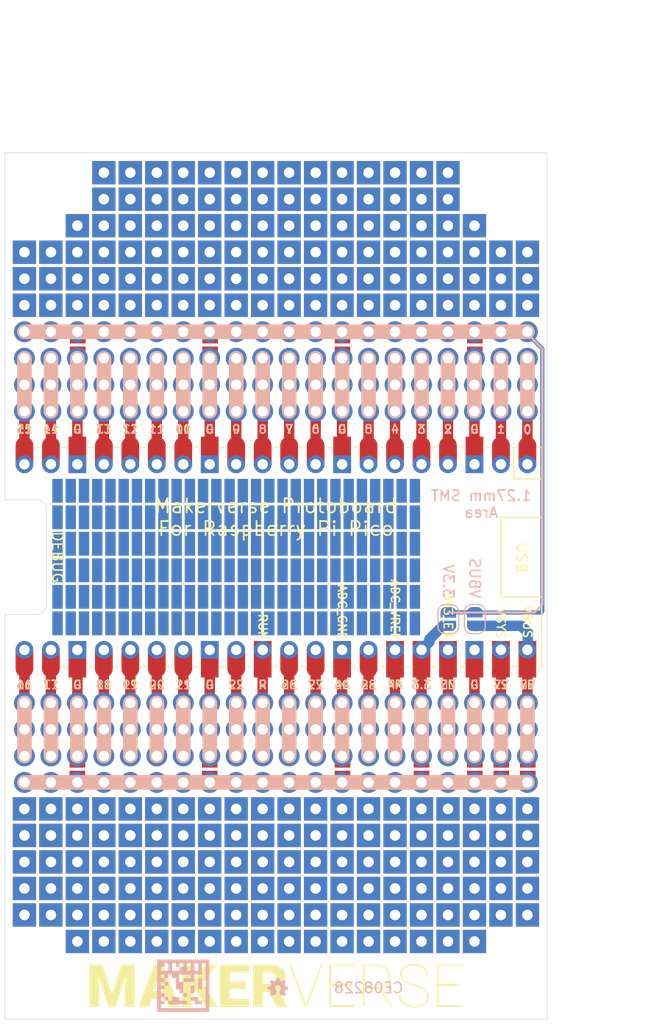
<source format=kicad_pcb>
(kicad_pcb (version 20171130) (host pcbnew "(5.1.10)-1")
  (title_block (title "Makerverse Protoboard for Raspberry Pi Pico") (date 2021-09-14) (rev 10) (comment 1 "Designed at Core Electronics by Brenton Schulz") (comment 2 "Makerverse and the makerverse logo are trademarks of Core Electronics Pty Ltd.") (comment 3 "License: CCASAv4.0 https://creativecommons.org/licenses/by-sa/4.0/"))
  (layers (0 F.Cu signal) (31 B.Cu signal) (34 B.Paste user) (35 F.Paste user) (36 B.SilkS user) (37 F.SilkS user) (38 B.Mask user) (39 F.Mask user) (44 Edge.Cuts user))
  (net 0 "")
  (module CoreElectronics_Components:RaspberryPi_Pico_SMD_TH (layer F.Cu) (at 219.7 96.075 270)
    (fp_text reference REF**)
    (fp_text value RPi_Pico_SMD_TH)
    (fp_text user 1 (at -12.2428 -21.59 unlocked) (layer F.SilkS) (effects (font (size 0.8 0.8))))
    (fp_text user 2 (at -12.2428 -16.51 unlocked) (layer F.SilkS) (effects (font (size 0.8 0.8))))
    (fp_text user 0 (at -12.2428 -24.13 180) (layer F.SilkS) (effects (font (size 0.8 0.8))))
    (fp_text user 3 (at -12.2428 -13.97 unlocked) (layer F.SilkS) (effects (font (size 0.8 0.8))))
    (fp_text user 4 (at -12.2428 -11.43 unlocked) (layer F.SilkS) (effects (font (size 0.8 0.8))))
    (fp_text user 5 (at -12.2428 -8.89 unlocked) (layer F.SilkS) (effects (font (size 0.8 0.8))))
    (fp_text user 6 (at -12.2428 -3.81 unlocked) (layer F.SilkS) (effects (font (size 0.8 0.8))))
    (fp_text user 7 (at -12.2428 -1.27 unlocked) (layer F.SilkS) (effects (font (size 0.8 0.8))))
    (fp_text user 8 (at -12.2428 1.27 unlocked) (layer F.SilkS) (effects (font (size 0.8 0.8))))
    (fp_text user 9 (at -12.2428 3.81 unlocked) (layer F.SilkS) (effects (font (size 0.8 0.8))))
    (fp_text user 10 (at -12.2428 8.89 unlocked) (layer F.SilkS) (effects (font (size 0.8 0.8))))
    (fp_text user 11 (at -12.2428 11.43 unlocked) (layer F.SilkS) (effects (font (size 0.8 0.8))))
    (fp_text user 12 (at -12.2428 13.97 unlocked) (layer F.SilkS) (effects (font (size 0.8 0.8))))
    (fp_text user 13 (at -12.2428 16.51 unlocked) (layer F.SilkS) (effects (font (size 0.8 0.8))))
    (fp_text user 14 (at -12.2428 21.59 unlocked) (layer F.SilkS) (effects (font (size 0.8 0.8))))
    (fp_text user 15 (at -12.2428 24.13 unlocked) (layer F.SilkS) (effects (font (size 0.8 0.8))))
    (fp_text user 16 (at 12.2428 24.13) (layer F.SilkS) (effects (font (size 0.8 0.8))))
    (fp_text user 17 (at 12.2428 21.59) (layer F.SilkS) (effects (font (size 0.8 0.8))))
    (fp_text user 18 (at 12.2428 16.51) (layer F.SilkS) (effects (font (size 0.8 0.8))))
    (fp_text user 19 (at 12.2428 13.97) (layer F.SilkS) (effects (font (size 0.8 0.8))))
    (fp_text user 20 (at 12.2428 11.43) (layer F.SilkS) (effects (font (size 0.8 0.8))))
    (fp_text user 21 (at 12.2428 8.89) (layer F.SilkS) (effects (font (size 0.8 0.8))))
    (fp_text user 22 (at 12.2428 3.81) (layer F.SilkS) (effects (font (size 0.8 0.8))))
    (fp_text user R (at 12.2428 1.27) (layer F.SilkS) (effects (font (size 0.8 0.8))))
    (fp_text user 26 (at 12.2428 -1.27) (layer F.SilkS) (effects (font (size 0.8 0.8))))
    (fp_text user 27 (at 12.2428 -3.81) (layer F.SilkS) (effects (font (size 0.8 0.8))))
    (fp_text user 28 (at 12.2428 -8.89) (layer F.SilkS) (effects (font (size 0.8 0.8))))
    (fp_text user AR (at 12.2428 -11.43) (layer F.SilkS) (effects (font (size 0.8 0.8))))
    (fp_text user 3.3 (at 12.2428 -13.97) (layer F.SilkS) (effects (font (size 0.8 0.8))))
    (fp_text user EN (at 12.2428 -16.51) (layer F.SilkS) (effects (font (size 0.8 0.8))))
    (fp_text user VS (at 12.2428 -21.59) (layer F.SilkS) (effects (font (size 0.8 0.8))))
    (fp_text user VB (at 12.2428 -24.13) (layer F.SilkS) (effects (font (size 0.8 0.8))))
    (fp_text user G (at -12.2428 -19.05 unlocked) (layer F.SilkS) (effects (font (size 0.8 0.8))))
    (fp_text user G (at -12.2428 -6.35 unlocked) (layer F.SilkS) (effects (font (size 0.8 0.8))))
    (fp_text user G (at -12.2428 6.35 unlocked) (layer F.SilkS) (effects (font (size 0.8 0.8))))
    (fp_text user G (at -12.2428 19.05 unlocked) (layer F.SilkS) (effects (font (size 0.8 0.8))))
    (fp_text user G (at 12.2428 19.05) (layer F.SilkS) (effects (font (size 0.8 0.8))))
    (fp_text user G (at 12.2428 6.35) (layer F.SilkS) (effects (font (size 0.8 0.8))))
    (fp_text user G (at 12.2428 -19.05) (layer F.SilkS) (effects (font (size 0.8 0.8))))
    (fp_text user AG (at 12.2428 -6.35) (layer F.SilkS) (effects (font (size 0.8 0.8))))
    (fp_text user VSYS (at 4.826 -21.59 270 unlocked) (layer F.SilkS) (effects (font (size 0.8 0.8)) (justify left)))
    (fp_text user VBUS (at 4.572 -24.13 270 unlocked) (layer F.SilkS) (effects (font (size 0.8 0.8)) (justify left)))
    (fp_text user 3V3_EN (at 3.302 -16.51 270 unlocked) (layer F.SilkS) (effects (font (size 0.8 0.8)) (justify left)))
    (fp_text user ADC_GND (at 2.54 -6.35 270 unlocked) (layer F.SilkS) (effects (font (size 0.8 0.8)) (justify left)))
    (fp_text user RUN (at 5.334 1.27 270 unlocked) (layer F.SilkS) (effects (font (size 0.8 0.8)) (justify left)))
    (fp_text user ADC_VREF (at 2.032 -11.43 270 unlocked) (layer F.SilkS) (effects (font (size 0.8 0.8)) (justify left)))
    (fp_text user 1 (at -12.2428 -21.59 unlocked) (layer B.SilkS) (effects (font (size 0.8 0.8)) (justify mirror)))
    (fp_text user G (at -12.2428 -19.05 unlocked) (layer B.SilkS) (effects (font (size 0.8 0.8)) (justify mirror)))
    (fp_text user 2 (at -12.2428 -16.51 unlocked) (layer B.SilkS) (effects (font (size 0.8 0.8)) (justify mirror)))
    (fp_text user 3 (at -12.2428 -13.97 unlocked) (layer B.SilkS) (effects (font (size 0.8 0.8)) (justify mirror)))
    (fp_text user 0 (at -12.2428 -24.13 180 unlocked) (layer B.SilkS) (effects (font (size 0.8 0.8)) (justify mirror)))
    (fp_text user 4 (at -12.2428 -11.43 unlocked) (layer B.SilkS) (effects (font (size 0.8 0.8)) (justify mirror)))
    (fp_text user 5 (at -12.2428 -8.89 unlocked) (layer B.SilkS) (effects (font (size 0.8 0.8)) (justify mirror)))
    (fp_text user G (at -12.2428 -6.35 unlocked) (layer B.SilkS) (effects (font (size 0.8 0.8)) (justify mirror)))
    (fp_text user 6 (at -12.2428 -3.81 unlocked) (layer B.SilkS) (effects (font (size 0.8 0.8)) (justify mirror)))
    (fp_text user 7 (at -12.2428 -1.27 unlocked) (layer B.SilkS) (effects (font (size 0.8 0.8)) (justify mirror)))
    (fp_text user 8 (at -12.2428 1.27 unlocked) (layer B.SilkS) (effects (font (size 0.8 0.8)) (justify mirror)))
    (fp_text user 9 (at -12.2428 3.81 unlocked) (layer B.SilkS) (effects (font (size 0.8 0.8)) (justify mirror)))
    (fp_text user G (at -12.2428 6.35 unlocked) (layer B.SilkS) (effects (font (size 0.8 0.8)) (justify mirror)))
    (fp_text user 10 (at -12.2428 8.89 unlocked) (layer B.SilkS) (effects (font (size 0.8 0.8)) (justify mirror)))
    (fp_text user 11 (at -12.2428 11.43 unlocked) (layer B.SilkS) (effects (font (size 0.8 0.8)) (justify mirror)))
    (fp_text user 12 (at -12.2428 13.97 unlocked) (layer B.SilkS) (effects (font (size 0.8 0.8)) (justify mirror)))
    (fp_text user 13 (at -12.2428 16.51 unlocked) (layer B.SilkS) (effects (font (size 0.8 0.8)) (justify mirror)))
    (fp_text user G (at -12.2428 19.05 unlocked) (layer B.SilkS) (effects (font (size 0.8 0.8)) (justify mirror)))
    (fp_text user 14 (at -12.2428 21.59 unlocked) (layer B.SilkS) (effects (font (size 0.8 0.8)) (justify mirror)))
    (fp_text user 15 (at -12.2428 24.13 unlocked) (layer B.SilkS) (effects (font (size 0.8 0.8)) (justify mirror)))
    (fp_text user 16 (at 12.2428 24.13 unlocked) (layer B.SilkS) (effects (font (size 0.8 0.8)) (justify mirror)))
    (fp_text user 17 (at 12.2428 21.59 unlocked) (layer B.SilkS) (effects (font (size 0.8 0.8)) (justify mirror)))
    (fp_text user G (at 12.2428 19.05 unlocked) (layer B.SilkS) (effects (font (size 0.8 0.8)) (justify mirror)))
    (fp_text user 18 (at 12.2428 16.51 unlocked) (layer B.SilkS) (effects (font (size 0.8 0.8)) (justify mirror)))
    (fp_text user 19 (at 12.2428 13.97 unlocked) (layer B.SilkS) (effects (font (size 0.8 0.8)) (justify mirror)))
    (fp_text user 20 (at 12.2428 11.43 unlocked) (layer B.SilkS) (effects (font (size 0.8 0.8)) (justify mirror)))
    (fp_text user 21 (at 12.2428 8.89 unlocked) (layer B.SilkS) (effects (font (size 0.8 0.8)) (justify mirror)))
    (fp_text user G (at 12.2428 6.35 unlocked) (layer B.SilkS) (effects (font (size 0.8 0.8)) (justify mirror)))
    (fp_text user 22 (at 12.2428 3.81 unlocked) (layer B.SilkS) (effects (font (size 0.8 0.8)) (justify mirror)))
    (fp_text user R (at 12.2428 1.27 unlocked) (layer B.SilkS) (effects (font (size 0.8 0.8)) (justify mirror)))
    (fp_text user 26 (at 12.2428 -1.27 unlocked) (layer B.SilkS) (effects (font (size 0.8 0.8)) (justify mirror)))
    (fp_text user 27 (at 12.2428 -3.81 unlocked) (layer B.SilkS) (effects (font (size 0.8 0.8)) (justify mirror)))
    (fp_text user AG (at 12.2428 -6.35 unlocked) (layer B.SilkS) (effects (font (size 0.8 0.8)) (justify mirror)))
    (fp_text user 28 (at 12.2428 -8.89 unlocked) (layer B.SilkS) (effects (font (size 0.8 0.8)) (justify mirror)))
    (fp_text user AR (at 12.2428 -11.43 unlocked) (layer B.SilkS) (effects (font (size 0.8 0.8)) (justify mirror)))
    (fp_text user 3.3 (at 12.2428 -13.97 unlocked) (layer B.SilkS) (effects (font (size 0.8 0.8)) (justify mirror)))
    (fp_text user EN (at 12.2428 -16.51 unlocked) (layer B.SilkS) (effects (font (size 0.8 0.8)) (justify mirror)))
    (fp_text user G (at 12.2428 -19.05 unlocked) (layer B.SilkS) (effects (font (size 0.8 0.8)) (justify mirror)))
    (fp_text user VS (at 12.2428 -21.59 unlocked) (layer B.SilkS) (effects (font (size 0.8 0.8)) (justify mirror)))
    (fp_text user VB (at 12.2428 -24.13 unlocked) (layer B.SilkS) (effects (font (size 0.8 0.8)) (justify mirror)))
    (pad 1 thru_hole oval (at -8.89 -24.13 270) (size 1.7 1.7) (drill 1) (layers *.Cu *.Mask))
    (pad 2 thru_hole oval (at -8.89 -21.59 270) (size 1.7 1.7) (drill 1) (layers *.Cu *.Mask))
    (pad 3 thru_hole rect (at -8.89 -19.05 270) (size 1.7 1.7) (drill 1) (layers *.Cu *.Mask))
    (pad 4 thru_hole oval (at -8.89 -16.51 270) (size 1.7 1.7) (drill 1) (layers *.Cu *.Mask))
    (pad 5 thru_hole oval (at -8.89 -13.97 270) (size 1.7 1.7) (drill 1) (layers *.Cu *.Mask))
    (pad 6 thru_hole oval (at -8.89 -11.43 270) (size 1.7 1.7) (drill 1) (layers *.Cu *.Mask))
    (pad 7 thru_hole oval (at -8.89 -8.89 270) (size 1.7 1.7) (drill 1) (layers *.Cu *.Mask))
    (pad 8 thru_hole rect (at -8.89 -6.35 270) (size 1.7 1.7) (drill 1) (layers *.Cu *.Mask))
    (pad 19 thru_hole oval (at -8.89 -3.81 270) (size 1.7 1.7) (drill 1) (layers *.Cu *.Mask))
    (pad 10 thru_hole oval (at -8.89 -1.27 270) (size 1.7 1.7) (drill 1) (layers *.Cu *.Mask))
    (pad 11 thru_hole oval (at -8.89 1.27 270) (size 1.7 1.7) (drill 1) (layers *.Cu *.Mask))
    (pad 12 thru_hole oval (at -8.89 3.81 270) (size 1.7 1.7) (drill 1) (layers *.Cu *.Mask))
    (pad 13 thru_hole rect (at -8.89 6.35 270) (size 1.7 1.7) (drill 1) (layers *.Cu *.Mask))
    (pad 14 thru_hole oval (at -8.89 8.89 270) (size 1.7 1.7) (drill 1) (layers *.Cu *.Mask))
    (pad 15 thru_hole oval (at -8.89 11.43 270) (size 1.7 1.7) (drill 1) (layers *.Cu *.Mask))
    (pad 16 thru_hole oval (at -8.89 13.97 270) (size 1.7 1.7) (drill 1) (layers *.Cu *.Mask))
    (pad 17 thru_hole oval (at -8.89 16.51 270) (size 1.7 1.7) (drill 1) (layers *.Cu *.Mask))
    (pad 18 thru_hole rect (at -8.89 19.05 270) (size 1.7 1.7) (drill 1) (layers *.Cu *.Mask))
    (pad 19 thru_hole oval (at -8.89 21.59 270) (size 1.7 1.7) (drill 1) (layers *.Cu *.Mask))
    (pad 20 thru_hole oval (at -8.89 24.13 270) (size 1.7 1.7) (drill 1) (layers *.Cu *.Mask))
    (pad 21 thru_hole oval (at 8.89 24.13 270) (size 1.7 1.7) (drill 1) (layers *.Cu *.Mask))
    (pad 22 thru_hole oval (at 8.89 21.59 270) (size 1.7 1.7) (drill 1) (layers *.Cu *.Mask))
    (pad 23 thru_hole rect (at 8.89 19.05 270) (size 1.7 1.7) (drill 1) (layers *.Cu *.Mask))
    (pad 24 thru_hole oval (at 8.89 16.51 270) (size 1.7 1.7) (drill 1) (layers *.Cu *.Mask))
    (pad 25 thru_hole oval (at 8.89 13.97 270) (size 1.7 1.7) (drill 1) (layers *.Cu *.Mask))
    (pad 26 thru_hole oval (at 8.89 11.43 270) (size 1.7 1.7) (drill 1) (layers *.Cu *.Mask))
    (pad 27 thru_hole oval (at 8.89 8.89 270) (size 1.7 1.7) (drill 1) (layers *.Cu *.Mask))
    (pad 28 thru_hole rect (at 8.89 6.35 270) (size 1.7 1.7) (drill 1) (layers *.Cu *.Mask))
    (pad 29 thru_hole oval (at 8.89 3.81 270) (size 1.7 1.7) (drill 1) (layers *.Cu *.Mask))
    (pad 30 thru_hole oval (at 8.89 1.27 270) (size 1.7 1.7) (drill 1) (layers *.Cu *.Mask))
    (pad 31 thru_hole oval (at 8.89 -1.27 270) (size 1.7 1.7) (drill 1) (layers *.Cu *.Mask))
    (pad 32 thru_hole oval (at 8.89 -3.81 270) (size 1.7 1.7) (drill 1) (layers *.Cu *.Mask))
    (pad 33 thru_hole rect (at 8.89 -6.35 270) (size 1.7 1.7) (drill 1) (layers *.Cu *.Mask))
    (pad 34 thru_hole oval (at 8.89 -8.89 270) (size 1.7 1.7) (drill 1) (layers *.Cu *.Mask))
    (pad 35 thru_hole oval (at 8.89 -11.43 270) (size 1.7 1.7) (drill 1) (layers *.Cu *.Mask))
    (pad 36 thru_hole oval (at 8.89 -13.97 270) (size 1.7 1.7) (drill 1) (layers *.Cu *.Mask))
    (pad 37 thru_hole oval (at 8.89 -16.51 270) (size 1.7 1.7) (drill 1) (layers *.Cu *.Mask))
    (pad 38 thru_hole rect (at 8.89 -19.05 270) (size 1.7 1.7) (drill 1) (layers *.Cu *.Mask))
    (pad 39 thru_hole oval (at 8.89 -21.59 270) (size 1.7 1.7) (drill 1) (layers *.Cu *.Mask))
    (pad 40 thru_hole oval (at 8.89 -24.13 270) (size 1.7 1.7) (drill 1) (layers *.Cu *.Mask))
    (pad 1 smd oval (at -8.89 -24.13 270) (size 3.5 1.7) (drill (offset -0.9 0)) (layers F.Cu F.Mask))
    (pad 2 smd oval (at -8.89 -21.59 270) (size 3.5 1.7) (drill (offset -0.9 0)) (layers F.Cu F.Mask))
    (pad 3 smd rect (at -8.89 -19.05 270) (size 3.5 1.7) (drill (offset -0.9 0)) (layers F.Cu F.Mask))
    (pad 4 smd oval (at -8.89 -16.51 270) (size 3.5 1.7) (drill (offset -0.9 0)) (layers F.Cu F.Mask))
    (pad 5 smd oval (at -8.89 -13.97 270) (size 3.5 1.7) (drill (offset -0.9 0)) (layers F.Cu F.Mask))
    (pad 6 smd oval (at -8.89 -11.43 270) (size 3.5 1.7) (drill (offset -0.9 0)) (layers F.Cu F.Mask))
    (pad 7 smd oval (at -8.89 -8.89 270) (size 3.5 1.7) (drill (offset -0.9 0)) (layers F.Cu F.Mask))
    (pad 8 smd rect (at -8.89 -6.35 270) (size 3.5 1.7) (drill (offset -0.9 0)) (layers F.Cu F.Mask))
    (pad 9 smd oval (at -8.89 -3.81 270) (size 3.5 1.7) (drill (offset -0.9 0)) (layers F.Cu F.Mask))
    (pad 10 smd oval (at -8.89 -1.27 270) (size 3.5 1.7) (drill (offset -0.9 0)) (layers F.Cu F.Mask))
    (pad 11 smd oval (at -8.89 1.27 270) (size 3.5 1.7) (drill (offset -0.9 0)) (layers F.Cu F.Mask))
    (pad 12 smd oval (at -8.89 3.81 270) (size 3.5 1.7) (drill (offset -0.9 0)) (layers F.Cu F.Mask))
    (pad 13 smd rect (at -8.89 6.35 270) (size 3.5 1.7) (drill (offset -0.9 0)) (layers F.Cu F.Mask))
    (pad 14 smd oval (at -8.89 8.89 270) (size 3.5 1.7) (drill (offset -0.9 0)) (layers F.Cu F.Mask))
    (pad 15 smd oval (at -8.89 11.43 270) (size 3.5 1.7) (drill (offset -0.9 0)) (layers F.Cu F.Mask))
    (pad 16 smd oval (at -8.89 13.97 270) (size 3.5 1.7) (drill (offset -0.9 0)) (layers F.Cu F.Mask))
    (pad 17 smd oval (at -8.89 16.51 270) (size 3.5 1.7) (drill (offset -0.9 0)) (layers F.Cu F.Mask))
    (pad 18 smd rect (at -8.89 19.05 270) (size 3.5 1.7) (drill (offset -0.9 0)) (layers F.Cu F.Mask))
    (pad 19 smd oval (at -8.89 21.59 270) (size 3.5 1.7) (drill (offset -0.9 0)) (layers F.Cu F.Mask))
    (pad 20 smd oval (at -8.89 24.13 270) (size 3.5 1.7) (drill (offset -0.9 0)) (layers F.Cu F.Mask))
    (pad 40 smd rect (at 8.89 -24.13 270) (size 3.5 1.7) (drill (offset 0.9 0)) (layers F.Cu F.Mask))
    (pad 39 smd rect (at 8.89 -21.59 270) (size 3.5 1.7) (drill (offset 0.9 0)) (layers F.Cu F.Mask))
    (pad 38 smd rect (at 8.89 -19.05 270) (size 3.5 1.7) (drill (offset 0.9 0)) (layers F.Cu F.Mask))
    (pad 37 smd rect (at 8.89 -16.51 270) (size 3.5 1.7) (drill (offset 0.9 0)) (layers F.Cu F.Mask))
    (pad 36 smd rect (at 8.89 -13.97 270) (size 3.5 1.7) (drill (offset 0.9 0)) (layers F.Cu F.Mask))
    (pad 35 smd rect (at 8.89 -11.43 270) (size 3.5 1.7) (drill (offset 0.9 0)) (layers F.Cu F.Mask))
    (pad 34 smd oval (at 8.89 -8.89 270) (size 3.5 1.7) (drill (offset 0.9 0)) (layers F.Cu F.Mask))
    (pad 33 smd rect (at 8.89 -6.35 270) (size 3.5 1.7) (drill (offset 0.9 0)) (layers F.Cu F.Mask))
    (pad 32 smd oval (at 8.89 -3.81 270) (size 3.5 1.7) (drill (offset 0.9 0)) (layers F.Cu F.Mask))
    (pad 31 smd oval (at 8.89 -1.27 270) (size 3.5 1.7) (drill (offset 0.9 0)) (layers F.Cu F.Mask))
    (pad 30 smd rect (at 8.89 1.27 270) (size 3.5 1.7) (drill (offset 0.9 0)) (layers F.Cu F.Mask))
    (pad 29 smd oval (at 8.89 3.81 270) (size 3.5 1.7) (drill (offset 0.9 0)) (layers F.Cu F.Mask))
    (pad 28 smd rect (at 8.89 6.35 270) (size 3.5 1.7) (drill (offset 0.9 0)) (layers F.Cu F.Mask))
    (pad 27 smd oval (at 8.89 8.89 270) (size 3.5 1.7) (drill (offset 0.9 0)) (layers F.Cu F.Mask))
    (pad 26 smd oval (at 8.89 11.43 270) (size 3.5 1.7) (drill (offset 0.9 0)) (layers F.Cu F.Mask))
    (pad 25 smd oval (at 8.89 13.97 270) (size 3.5 1.7) (drill (offset 0.9 0)) (layers F.Cu F.Mask))
    (pad 24 smd oval (at 8.89 16.51 270) (size 3.5 1.7) (drill (offset 0.9 0)) (layers F.Cu F.Mask))
    (pad 23 smd rect (at 8.89 19.05 270) (size 3.5 1.7) (drill (offset 0.9 0)) (layers F.Cu F.Mask))
    (pad 22 smd oval (at 8.89 21.59 270) (size 3.5 1.7) (drill (offset 0.9 0)) (layers F.Cu F.Mask))
    (pad 21 smd oval (at 8.89 24.13 270) (size 3.5 1.7) (drill (offset 0.9 0)) (layers F.Cu F.Mask))
  )
  (module CoreElectronics_Artwork:oshw (layer B.Cu) (at 219.9 137.275 180)
    (fp_text reference G*** hide)
    (fp_text value LOGO hide)
  )
  (module lib:SOIC_Pad (layer B.Cu) (at 233.035 102.425 270)
    (fp_text reference REF**)
    (fp_text value SOIC_Pad)
    (pad 1 smd rect (at 0 0 270) (size 2.286 1) (layers B.Cu B.Paste B.Mask))
  )
  (module lib:SOIC_Pad (layer B.Cu) (at 231.765 102.425 270)
    (fp_text reference REF**)
    (fp_text value SOIC_Pad)
    (pad 1 smd rect (at 0 0 270) (size 2.286 1) (layers B.Cu B.Paste B.Mask))
  )
  (module lib:SOIC_Pad (layer B.Cu) (at 230.495 102.425 270)
    (fp_text reference REF**)
    (fp_text value SOIC_Pad)
    (pad 1 smd rect (at 0 0 270) (size 2.286 1) (layers B.Cu B.Paste B.Mask))
  )
  (module lib:SOIC_Pad (layer B.Cu) (at 229.225 102.425 270)
    (fp_text reference REF**)
    (fp_text value SOIC_Pad)
    (pad 1 smd rect (at 0 0 270) (size 2.286 1) (layers B.Cu B.Paste B.Mask))
  )
  (module lib:SOIC_Pad (layer B.Cu) (at 227.955 102.425 270)
    (fp_text reference REF**)
    (fp_text value SOIC_Pad)
    (pad 1 smd rect (at 0 0 270) (size 2.286 1) (layers B.Cu B.Paste B.Mask))
  )
  (module lib:SOIC_Pad (layer B.Cu) (at 226.685 102.425 270)
    (fp_text reference REF**)
    (fp_text value SOIC_Pad)
    (pad 1 smd rect (at 0 0 270) (size 2.286 1) (layers B.Cu B.Paste B.Mask))
  )
  (module lib:SOIC_Pad (layer B.Cu) (at 225.415 102.425 270)
    (fp_text reference REF**)
    (fp_text value SOIC_Pad)
    (pad 1 smd rect (at 0 0 270) (size 2.286 1) (layers B.Cu B.Paste B.Mask))
  )
  (module lib:SOIC_Pad (layer B.Cu) (at 224.145 102.425 270)
    (fp_text reference REF**)
    (fp_text value SOIC_Pad)
    (pad 1 smd rect (at 0 0 270) (size 2.286 1) (layers B.Cu B.Paste B.Mask))
  )
  (module lib:SOIC_Pad (layer B.Cu) (at 222.875 102.425 270)
    (fp_text reference REF**)
    (fp_text value SOIC_Pad)
    (pad 1 smd rect (at 0 0 270) (size 2.286 1) (layers B.Cu B.Paste B.Mask))
  )
  (module lib:SOIC_Pad (layer B.Cu) (at 221.605 102.425 270)
    (fp_text reference REF**)
    (fp_text value SOIC_Pad)
    (pad 1 smd rect (at 0 0 270) (size 2.286 1) (layers B.Cu B.Paste B.Mask))
  )
  (module lib:SOIC_Pad (layer B.Cu) (at 220.335 102.425 270)
    (fp_text reference REF**)
    (fp_text value SOIC_Pad)
    (pad 1 smd rect (at 0 0 270) (size 2.286 1) (layers B.Cu B.Paste B.Mask))
  )
  (module lib:SOIC_Pad (layer B.Cu) (at 219.065 102.425 270)
    (fp_text reference REF**)
    (fp_text value SOIC_Pad)
    (pad 1 smd rect (at 0 0 270) (size 2.286 1) (layers B.Cu B.Paste B.Mask))
  )
  (module lib:SOIC_Pad (layer B.Cu) (at 217.795 102.425 270)
    (fp_text reference REF**)
    (fp_text value SOIC_Pad)
    (pad 1 smd rect (at 0 0 270) (size 2.286 1) (layers B.Cu B.Paste B.Mask))
  )
  (module lib:SOIC_Pad (layer B.Cu) (at 216.525 102.425 270)
    (fp_text reference REF**)
    (fp_text value SOIC_Pad)
    (pad 1 smd rect (at 0 0 270) (size 2.286 1) (layers B.Cu B.Paste B.Mask))
  )
  (module lib:SOIC_Pad (layer B.Cu) (at 215.255 102.425 270)
    (fp_text reference REF**)
    (fp_text value SOIC_Pad)
    (pad 1 smd rect (at 0 0 270) (size 2.286 1) (layers B.Cu B.Paste B.Mask))
  )
  (module lib:SOIC_Pad (layer B.Cu) (at 213.985 102.425 270)
    (fp_text reference REF**)
    (fp_text value SOIC_Pad)
    (pad 1 smd rect (at 0 0 270) (size 2.286 1) (layers B.Cu B.Paste B.Mask))
  )
  (module lib:SOIC_Pad (layer B.Cu) (at 212.715 102.425 270)
    (fp_text reference REF**)
    (fp_text value SOIC_Pad)
    (pad 1 smd rect (at 0 0 270) (size 2.286 1) (layers B.Cu B.Paste B.Mask))
  )
  (module lib:SOIC_Pad (layer B.Cu) (at 211.445 102.425 270)
    (fp_text reference REF**)
    (fp_text value SOIC_Pad)
    (pad 1 smd rect (at 0 0 270) (size 2.286 1) (layers B.Cu B.Paste B.Mask))
  )
  (module lib:SOIC_Pad (layer B.Cu) (at 210.175 102.425 270)
    (fp_text reference REF**)
    (fp_text value SOIC_Pad)
    (pad 1 smd rect (at 0 0 270) (size 2.286 1) (layers B.Cu B.Paste B.Mask))
  )
  (module lib:SOIC_Pad (layer B.Cu) (at 208.905 102.425 270)
    (fp_text reference REF**)
    (fp_text value SOIC_Pad)
    (pad 1 smd rect (at 0 0 270) (size 2.286 1) (layers B.Cu B.Paste B.Mask))
  )
  (module lib:SOIC_Pad (layer B.Cu) (at 207.635 102.425 270)
    (fp_text reference REF**)
    (fp_text value SOIC_Pad)
    (pad 1 smd rect (at 0 0 270) (size 2.286 1) (layers B.Cu B.Paste B.Mask))
  )
  (module lib:SOIC_Pad (layer B.Cu) (at 206.365 102.425 270)
    (fp_text reference REF**)
    (fp_text value SOIC_Pad)
    (pad 1 smd rect (at 0 0 270) (size 2.286 1) (layers B.Cu B.Paste B.Mask))
  )
  (module lib:SOIC_Pad (layer B.Cu) (at 205.095 102.425 270)
    (fp_text reference REF**)
    (fp_text value SOIC_Pad)
    (pad 1 smd rect (at 0 0 270) (size 2.286 1) (layers B.Cu B.Paste B.Mask))
  )
  (module lib:SOIC_Pad (layer B.Cu) (at 203.825 102.425 270)
    (fp_text reference REF**)
    (fp_text value SOIC_Pad)
    (pad 1 smd rect (at 0 0 270) (size 2.286 1) (layers B.Cu B.Paste B.Mask))
  )
  (module lib:SOIC_Pad (layer B.Cu) (at 202.555 102.425 270)
    (fp_text reference REF**)
    (fp_text value SOIC_Pad)
    (pad 1 smd rect (at 0 0 270) (size 2.286 1) (layers B.Cu B.Paste B.Mask))
  )
  (module lib:SOIC_Pad (layer B.Cu) (at 201.285 102.425 270)
    (fp_text reference REF**)
    (fp_text value SOIC_Pad)
    (pad 1 smd rect (at 0 0 270) (size 2.286 1) (layers B.Cu B.Paste B.Mask))
  )
  (module lib:SOIC_Pad (layer B.Cu) (at 200.015 102.425 270)
    (fp_text reference REF**)
    (fp_text value SOIC_Pad)
    (pad 1 smd rect (at 0 0 270) (size 2.286 1) (layers B.Cu B.Paste B.Mask))
  )
  (module lib:SOIC_Pad (layer B.Cu) (at 198.745 102.425 270)
    (fp_text reference REF**)
    (fp_text value SOIC_Pad)
    (pad 1 smd rect (at 0 0 270) (size 2.286 1) (layers B.Cu B.Paste B.Mask))
  )
  (module lib:SOIC_Pad (layer B.Cu) (at 233.035 99.885 270)
    (fp_text reference REF**)
    (fp_text value SOIC_Pad)
    (pad 1 smd rect (at 0 0 270) (size 2.286 1) (layers B.Cu B.Paste B.Mask))
  )
  (module lib:SOIC_Pad (layer B.Cu) (at 231.765 99.885 270)
    (fp_text reference REF**)
    (fp_text value SOIC_Pad)
    (pad 1 smd rect (at 0 0 270) (size 2.286 1) (layers B.Cu B.Paste B.Mask))
  )
  (module lib:SOIC_Pad (layer B.Cu) (at 230.495 99.885 270)
    (fp_text reference REF**)
    (fp_text value SOIC_Pad)
    (pad 1 smd rect (at 0 0 270) (size 2.286 1) (layers B.Cu B.Paste B.Mask))
  )
  (module lib:SOIC_Pad (layer B.Cu) (at 229.225 99.885 270)
    (fp_text reference REF**)
    (fp_text value SOIC_Pad)
    (pad 1 smd rect (at 0 0 270) (size 2.286 1) (layers B.Cu B.Paste B.Mask))
  )
  (module lib:SOIC_Pad (layer B.Cu) (at 227.955 99.885 270)
    (fp_text reference REF**)
    (fp_text value SOIC_Pad)
    (pad 1 smd rect (at 0 0 270) (size 2.286 1) (layers B.Cu B.Paste B.Mask))
  )
  (module lib:SOIC_Pad (layer B.Cu) (at 226.685 99.885 270)
    (fp_text reference REF**)
    (fp_text value SOIC_Pad)
    (pad 1 smd rect (at 0 0 270) (size 2.286 1) (layers B.Cu B.Paste B.Mask))
  )
  (module lib:SOIC_Pad (layer B.Cu) (at 225.415 99.885 270)
    (fp_text reference REF**)
    (fp_text value SOIC_Pad)
    (pad 1 smd rect (at 0 0 270) (size 2.286 1) (layers B.Cu B.Paste B.Mask))
  )
  (module lib:SOIC_Pad (layer B.Cu) (at 224.145 99.885 270)
    (fp_text reference REF**)
    (fp_text value SOIC_Pad)
    (pad 1 smd rect (at 0 0 270) (size 2.286 1) (layers B.Cu B.Paste B.Mask))
  )
  (module lib:SOIC_Pad (layer B.Cu) (at 222.875 99.885 270)
    (fp_text reference REF**)
    (fp_text value SOIC_Pad)
    (pad 1 smd rect (at 0 0 270) (size 2.286 1) (layers B.Cu B.Paste B.Mask))
  )
  (module lib:SOIC_Pad (layer B.Cu) (at 221.605 99.885 270)
    (fp_text reference REF**)
    (fp_text value SOIC_Pad)
    (pad 1 smd rect (at 0 0 270) (size 2.286 1) (layers B.Cu B.Paste B.Mask))
  )
  (module lib:SOIC_Pad (layer B.Cu) (at 220.335 99.885 270)
    (fp_text reference REF**)
    (fp_text value SOIC_Pad)
    (pad 1 smd rect (at 0 0 270) (size 2.286 1) (layers B.Cu B.Paste B.Mask))
  )
  (module lib:SOIC_Pad (layer B.Cu) (at 219.065 99.885 270)
    (fp_text reference REF**)
    (fp_text value SOIC_Pad)
    (pad 1 smd rect (at 0 0 270) (size 2.286 1) (layers B.Cu B.Paste B.Mask))
  )
  (module lib:SOIC_Pad (layer B.Cu) (at 217.795 99.885 270)
    (fp_text reference REF**)
    (fp_text value SOIC_Pad)
    (pad 1 smd rect (at 0 0 270) (size 2.286 1) (layers B.Cu B.Paste B.Mask))
  )
  (module lib:SOIC_Pad (layer B.Cu) (at 216.525 99.885 270)
    (fp_text reference REF**)
    (fp_text value SOIC_Pad)
    (pad 1 smd rect (at 0 0 270) (size 2.286 1) (layers B.Cu B.Paste B.Mask))
  )
  (module lib:SOIC_Pad (layer B.Cu) (at 215.255 99.885 270)
    (fp_text reference REF**)
    (fp_text value SOIC_Pad)
    (pad 1 smd rect (at 0 0 270) (size 2.286 1) (layers B.Cu B.Paste B.Mask))
  )
  (module lib:SOIC_Pad (layer B.Cu) (at 213.985 99.885 270)
    (fp_text reference REF**)
    (fp_text value SOIC_Pad)
    (pad 1 smd rect (at 0 0 270) (size 2.286 1) (layers B.Cu B.Paste B.Mask))
  )
  (module lib:SOIC_Pad (layer B.Cu) (at 212.715 99.885 270)
    (fp_text reference REF**)
    (fp_text value SOIC_Pad)
    (pad 1 smd rect (at 0 0 270) (size 2.286 1) (layers B.Cu B.Paste B.Mask))
  )
  (module lib:SOIC_Pad (layer B.Cu) (at 211.445 99.885 270)
    (fp_text reference REF**)
    (fp_text value SOIC_Pad)
    (pad 1 smd rect (at 0 0 270) (size 2.286 1) (layers B.Cu B.Paste B.Mask))
  )
  (module lib:SOIC_Pad (layer B.Cu) (at 210.175 99.885 270)
    (fp_text reference REF**)
    (fp_text value SOIC_Pad)
    (pad 1 smd rect (at 0 0 270) (size 2.286 1) (layers B.Cu B.Paste B.Mask))
  )
  (module lib:SOIC_Pad (layer B.Cu) (at 208.905 99.885 270)
    (fp_text reference REF**)
    (fp_text value SOIC_Pad)
    (pad 1 smd rect (at 0 0 270) (size 2.286 1) (layers B.Cu B.Paste B.Mask))
  )
  (module lib:SOIC_Pad (layer B.Cu) (at 207.635 99.885 270)
    (fp_text reference REF**)
    (fp_text value SOIC_Pad)
    (pad 1 smd rect (at 0 0 270) (size 2.286 1) (layers B.Cu B.Paste B.Mask))
  )
  (module lib:SOIC_Pad (layer B.Cu) (at 206.365 99.885 270)
    (fp_text reference REF**)
    (fp_text value SOIC_Pad)
    (pad 1 smd rect (at 0 0 270) (size 2.286 1) (layers B.Cu B.Paste B.Mask))
  )
  (module lib:SOIC_Pad (layer B.Cu) (at 205.095 99.885 270)
    (fp_text reference REF**)
    (fp_text value SOIC_Pad)
    (pad 1 smd rect (at 0 0 270) (size 2.286 1) (layers B.Cu B.Paste B.Mask))
  )
  (module lib:SOIC_Pad (layer B.Cu) (at 203.825 99.885 270)
    (fp_text reference REF**)
    (fp_text value SOIC_Pad)
    (pad 1 smd rect (at 0 0 270) (size 2.286 1) (layers B.Cu B.Paste B.Mask))
  )
  (module lib:SOIC_Pad (layer B.Cu) (at 202.555 99.885 270)
    (fp_text reference REF**)
    (fp_text value SOIC_Pad)
    (pad 1 smd rect (at 0 0 270) (size 2.286 1) (layers B.Cu B.Paste B.Mask))
  )
  (module lib:SOIC_Pad (layer B.Cu) (at 201.285 99.885 270)
    (fp_text reference REF**)
    (fp_text value SOIC_Pad)
    (pad 1 smd rect (at 0 0 270) (size 2.286 1) (layers B.Cu B.Paste B.Mask))
  )
  (module lib:SOIC_Pad (layer B.Cu) (at 200.015 99.885 270)
    (fp_text reference REF**)
    (fp_text value SOIC_Pad)
    (pad 1 smd rect (at 0 0 270) (size 2.286 1) (layers B.Cu B.Paste B.Mask))
  )
  (module lib:SOIC_Pad (layer B.Cu) (at 198.745 99.885 270)
    (fp_text reference REF**)
    (fp_text value SOIC_Pad)
    (pad 1 smd rect (at 0 0 270) (size 2.286 1) (layers B.Cu B.Paste B.Mask))
  )
  (module lib:SOIC_Pad (layer B.Cu) (at 233.035 97.345 270)
    (fp_text reference REF**)
    (fp_text value SOIC_Pad)
    (pad 1 smd rect (at 0 0 270) (size 2.286 1) (layers B.Cu B.Paste B.Mask))
  )
  (module lib:SOIC_Pad (layer B.Cu) (at 231.765 97.345 270)
    (fp_text reference REF**)
    (fp_text value SOIC_Pad)
    (pad 1 smd rect (at 0 0 270) (size 2.286 1) (layers B.Cu B.Paste B.Mask))
  )
  (module lib:SOIC_Pad (layer B.Cu) (at 230.495 97.345 270)
    (fp_text reference REF**)
    (fp_text value SOIC_Pad)
    (pad 1 smd rect (at 0 0 270) (size 2.286 1) (layers B.Cu B.Paste B.Mask))
  )
  (module lib:SOIC_Pad (layer B.Cu) (at 229.225 97.345 270)
    (fp_text reference REF**)
    (fp_text value SOIC_Pad)
    (pad 1 smd rect (at 0 0 270) (size 2.286 1) (layers B.Cu B.Paste B.Mask))
  )
  (module lib:SOIC_Pad (layer B.Cu) (at 227.955 97.345 270)
    (fp_text reference REF**)
    (fp_text value SOIC_Pad)
    (pad 1 smd rect (at 0 0 270) (size 2.286 1) (layers B.Cu B.Paste B.Mask))
  )
  (module lib:SOIC_Pad (layer B.Cu) (at 226.685 97.345 270)
    (fp_text reference REF**)
    (fp_text value SOIC_Pad)
    (pad 1 smd rect (at 0 0 270) (size 2.286 1) (layers B.Cu B.Paste B.Mask))
  )
  (module lib:SOIC_Pad (layer B.Cu) (at 225.415 97.345 270)
    (fp_text reference REF**)
    (fp_text value SOIC_Pad)
    (pad 1 smd rect (at 0 0 270) (size 2.286 1) (layers B.Cu B.Paste B.Mask))
  )
  (module lib:SOIC_Pad (layer B.Cu) (at 224.145 97.345 270)
    (fp_text reference REF**)
    (fp_text value SOIC_Pad)
    (pad 1 smd rect (at 0 0 270) (size 2.286 1) (layers B.Cu B.Paste B.Mask))
  )
  (module lib:SOIC_Pad (layer B.Cu) (at 222.875 97.345 270)
    (fp_text reference REF**)
    (fp_text value SOIC_Pad)
    (pad 1 smd rect (at 0 0 270) (size 2.286 1) (layers B.Cu B.Paste B.Mask))
  )
  (module lib:SOIC_Pad (layer B.Cu) (at 221.605 97.345 270)
    (fp_text reference REF**)
    (fp_text value SOIC_Pad)
    (pad 1 smd rect (at 0 0 270) (size 2.286 1) (layers B.Cu B.Paste B.Mask))
  )
  (module lib:SOIC_Pad (layer B.Cu) (at 220.335 97.345 270)
    (fp_text reference REF**)
    (fp_text value SOIC_Pad)
    (pad 1 smd rect (at 0 0 270) (size 2.286 1) (layers B.Cu B.Paste B.Mask))
  )
  (module lib:SOIC_Pad (layer B.Cu) (at 219.065 97.345 270)
    (fp_text reference REF**)
    (fp_text value SOIC_Pad)
    (pad 1 smd rect (at 0 0 270) (size 2.286 1) (layers B.Cu B.Paste B.Mask))
  )
  (module lib:SOIC_Pad (layer B.Cu) (at 217.795 97.345 270)
    (fp_text reference REF**)
    (fp_text value SOIC_Pad)
    (pad 1 smd rect (at 0 0 270) (size 2.286 1) (layers B.Cu B.Paste B.Mask))
  )
  (module lib:SOIC_Pad (layer B.Cu) (at 216.525 97.345 270)
    (fp_text reference REF**)
    (fp_text value SOIC_Pad)
    (pad 1 smd rect (at 0 0 270) (size 2.286 1) (layers B.Cu B.Paste B.Mask))
  )
  (module lib:SOIC_Pad (layer B.Cu) (at 215.255 97.345 270)
    (fp_text reference REF**)
    (fp_text value SOIC_Pad)
    (pad 1 smd rect (at 0 0 270) (size 2.286 1) (layers B.Cu B.Paste B.Mask))
  )
  (module lib:SOIC_Pad (layer B.Cu) (at 213.985 97.345 270)
    (fp_text reference REF**)
    (fp_text value SOIC_Pad)
    (pad 1 smd rect (at 0 0 270) (size 2.286 1) (layers B.Cu B.Paste B.Mask))
  )
  (module lib:SOIC_Pad (layer B.Cu) (at 212.715 97.345 270)
    (fp_text reference REF**)
    (fp_text value SOIC_Pad)
    (pad 1 smd rect (at 0 0 270) (size 2.286 1) (layers B.Cu B.Paste B.Mask))
  )
  (module lib:SOIC_Pad (layer B.Cu) (at 211.445 97.345 270)
    (fp_text reference REF**)
    (fp_text value SOIC_Pad)
    (pad 1 smd rect (at 0 0 270) (size 2.286 1) (layers B.Cu B.Paste B.Mask))
  )
  (module lib:SOIC_Pad (layer B.Cu) (at 210.175 97.345 270)
    (fp_text reference REF**)
    (fp_text value SOIC_Pad)
    (pad 1 smd rect (at 0 0 270) (size 2.286 1) (layers B.Cu B.Paste B.Mask))
  )
  (module lib:SOIC_Pad (layer B.Cu) (at 208.905 97.345 270)
    (fp_text reference REF**)
    (fp_text value SOIC_Pad)
    (pad 1 smd rect (at 0 0 270) (size 2.286 1) (layers B.Cu B.Paste B.Mask))
  )
  (module lib:SOIC_Pad (layer B.Cu) (at 207.635 97.345 270)
    (fp_text reference REF**)
    (fp_text value SOIC_Pad)
    (pad 1 smd rect (at 0 0 270) (size 2.286 1) (layers B.Cu B.Paste B.Mask))
  )
  (module lib:SOIC_Pad (layer B.Cu) (at 206.365 97.345 270)
    (fp_text reference REF**)
    (fp_text value SOIC_Pad)
    (pad 1 smd rect (at 0 0 270) (size 2.286 1) (layers B.Cu B.Paste B.Mask))
  )
  (module lib:SOIC_Pad (layer B.Cu) (at 205.095 97.345 270)
    (fp_text reference REF**)
    (fp_text value SOIC_Pad)
    (pad 1 smd rect (at 0 0 270) (size 2.286 1) (layers B.Cu B.Paste B.Mask))
  )
  (module lib:SOIC_Pad (layer B.Cu) (at 203.825 97.345 270)
    (fp_text reference REF**)
    (fp_text value SOIC_Pad)
    (pad 1 smd rect (at 0 0 270) (size 2.286 1) (layers B.Cu B.Paste B.Mask))
  )
  (module lib:SOIC_Pad (layer B.Cu) (at 202.555 97.345 270)
    (fp_text reference REF**)
    (fp_text value SOIC_Pad)
    (pad 1 smd rect (at 0 0 270) (size 2.286 1) (layers B.Cu B.Paste B.Mask))
  )
  (module lib:SOIC_Pad (layer B.Cu) (at 201.285 97.345 270)
    (fp_text reference REF**)
    (fp_text value SOIC_Pad)
    (pad 1 smd rect (at 0 0 270) (size 2.286 1) (layers B.Cu B.Paste B.Mask))
  )
  (module lib:SOIC_Pad (layer B.Cu) (at 200.015 97.345 270)
    (fp_text reference REF**)
    (fp_text value SOIC_Pad)
    (pad 1 smd rect (at 0 0 270) (size 2.286 1) (layers B.Cu B.Paste B.Mask))
  )
  (module lib:SOIC_Pad (layer B.Cu) (at 198.745 97.345 270)
    (fp_text reference REF**)
    (fp_text value SOIC_Pad)
    (pad 1 smd rect (at 0 0 270) (size 2.286 1) (layers B.Cu B.Paste B.Mask))
  )
  (module lib:SOIC_Pad (layer B.Cu) (at 233.035 94.805 270)
    (fp_text reference REF**)
    (fp_text value SOIC_Pad)
    (pad 1 smd rect (at 0 0 270) (size 2.286 1) (layers B.Cu B.Paste B.Mask))
  )
  (module lib:SOIC_Pad (layer B.Cu) (at 231.765 94.805 270)
    (fp_text reference REF**)
    (fp_text value SOIC_Pad)
    (pad 1 smd rect (at 0 0 270) (size 2.286 1) (layers B.Cu B.Paste B.Mask))
  )
  (module lib:SOIC_Pad (layer B.Cu) (at 230.495 94.805 270)
    (fp_text reference REF**)
    (fp_text value SOIC_Pad)
    (pad 1 smd rect (at 0 0 270) (size 2.286 1) (layers B.Cu B.Paste B.Mask))
  )
  (module lib:SOIC_Pad (layer B.Cu) (at 229.225 94.805 270)
    (fp_text reference REF**)
    (fp_text value SOIC_Pad)
    (pad 1 smd rect (at 0 0 270) (size 2.286 1) (layers B.Cu B.Paste B.Mask))
  )
  (module lib:SOIC_Pad (layer B.Cu) (at 227.955 94.805 270)
    (fp_text reference REF**)
    (fp_text value SOIC_Pad)
    (pad 1 smd rect (at 0 0 270) (size 2.286 1) (layers B.Cu B.Paste B.Mask))
  )
  (module lib:SOIC_Pad (layer B.Cu) (at 226.685 94.805 270)
    (fp_text reference REF**)
    (fp_text value SOIC_Pad)
    (pad 1 smd rect (at 0 0 270) (size 2.286 1) (layers B.Cu B.Paste B.Mask))
  )
  (module lib:SOIC_Pad (layer B.Cu) (at 225.415 94.805 270)
    (fp_text reference REF**)
    (fp_text value SOIC_Pad)
    (pad 1 smd rect (at 0 0 270) (size 2.286 1) (layers B.Cu B.Paste B.Mask))
  )
  (module lib:SOIC_Pad (layer B.Cu) (at 224.145 94.805 270)
    (fp_text reference REF**)
    (fp_text value SOIC_Pad)
    (pad 1 smd rect (at 0 0 270) (size 2.286 1) (layers B.Cu B.Paste B.Mask))
  )
  (module lib:SOIC_Pad (layer B.Cu) (at 222.875 94.805 270)
    (fp_text reference REF**)
    (fp_text value SOIC_Pad)
    (pad 1 smd rect (at 0 0 270) (size 2.286 1) (layers B.Cu B.Paste B.Mask))
  )
  (module lib:SOIC_Pad (layer B.Cu) (at 221.605 94.805 270)
    (fp_text reference REF**)
    (fp_text value SOIC_Pad)
    (pad 1 smd rect (at 0 0 270) (size 2.286 1) (layers B.Cu B.Paste B.Mask))
  )
  (module lib:SOIC_Pad (layer B.Cu) (at 220.335 94.805 270)
    (fp_text reference REF**)
    (fp_text value SOIC_Pad)
    (pad 1 smd rect (at 0 0 270) (size 2.286 1) (layers B.Cu B.Paste B.Mask))
  )
  (module lib:SOIC_Pad (layer B.Cu) (at 219.065 94.805 270)
    (fp_text reference REF**)
    (fp_text value SOIC_Pad)
    (pad 1 smd rect (at 0 0 270) (size 2.286 1) (layers B.Cu B.Paste B.Mask))
  )
  (module lib:SOIC_Pad (layer B.Cu) (at 217.795 94.805 270)
    (fp_text reference REF**)
    (fp_text value SOIC_Pad)
    (pad 1 smd rect (at 0 0 270) (size 2.286 1) (layers B.Cu B.Paste B.Mask))
  )
  (module lib:SOIC_Pad (layer B.Cu) (at 216.525 94.805 270)
    (fp_text reference REF**)
    (fp_text value SOIC_Pad)
    (pad 1 smd rect (at 0 0 270) (size 2.286 1) (layers B.Cu B.Paste B.Mask))
  )
  (module lib:SOIC_Pad (layer B.Cu) (at 215.255 94.805 270)
    (fp_text reference REF**)
    (fp_text value SOIC_Pad)
    (pad 1 smd rect (at 0 0 270) (size 2.286 1) (layers B.Cu B.Paste B.Mask))
  )
  (module lib:SOIC_Pad (layer B.Cu) (at 213.985 94.805 270)
    (fp_text reference REF**)
    (fp_text value SOIC_Pad)
    (pad 1 smd rect (at 0 0 270) (size 2.286 1) (layers B.Cu B.Paste B.Mask))
  )
  (module lib:SOIC_Pad (layer B.Cu) (at 212.715 94.805 270)
    (fp_text reference REF**)
    (fp_text value SOIC_Pad)
    (pad 1 smd rect (at 0 0 270) (size 2.286 1) (layers B.Cu B.Paste B.Mask))
  )
  (module lib:SOIC_Pad (layer B.Cu) (at 211.445 94.805 270)
    (fp_text reference REF**)
    (fp_text value SOIC_Pad)
    (pad 1 smd rect (at 0 0 270) (size 2.286 1) (layers B.Cu B.Paste B.Mask))
  )
  (module lib:SOIC_Pad (layer B.Cu) (at 210.175 94.805 270)
    (fp_text reference REF**)
    (fp_text value SOIC_Pad)
    (pad 1 smd rect (at 0 0 270) (size 2.286 1) (layers B.Cu B.Paste B.Mask))
  )
  (module lib:SOIC_Pad (layer B.Cu) (at 208.905 94.805 270)
    (fp_text reference REF**)
    (fp_text value SOIC_Pad)
    (pad 1 smd rect (at 0 0 270) (size 2.286 1) (layers B.Cu B.Paste B.Mask))
  )
  (module lib:SOIC_Pad (layer B.Cu) (at 207.635 94.805 270)
    (fp_text reference REF**)
    (fp_text value SOIC_Pad)
    (pad 1 smd rect (at 0 0 270) (size 2.286 1) (layers B.Cu B.Paste B.Mask))
  )
  (module lib:SOIC_Pad (layer B.Cu) (at 206.365 94.805 270)
    (fp_text reference REF**)
    (fp_text value SOIC_Pad)
    (pad 1 smd rect (at 0 0 270) (size 2.286 1) (layers B.Cu B.Paste B.Mask))
  )
  (module lib:SOIC_Pad (layer B.Cu) (at 205.095 94.805 270)
    (fp_text reference REF**)
    (fp_text value SOIC_Pad)
    (pad 1 smd rect (at 0 0 270) (size 2.286 1) (layers B.Cu B.Paste B.Mask))
  )
  (module lib:SOIC_Pad (layer B.Cu) (at 203.825 94.805 270)
    (fp_text reference REF**)
    (fp_text value SOIC_Pad)
    (pad 1 smd rect (at 0 0 270) (size 2.286 1) (layers B.Cu B.Paste B.Mask))
  )
  (module lib:SOIC_Pad (layer B.Cu) (at 202.555 94.805 270)
    (fp_text reference REF**)
    (fp_text value SOIC_Pad)
    (pad 1 smd rect (at 0 0 270) (size 2.286 1) (layers B.Cu B.Paste B.Mask))
  )
  (module lib:SOIC_Pad (layer B.Cu) (at 201.285 94.805 270)
    (fp_text reference REF**)
    (fp_text value SOIC_Pad)
    (pad 1 smd rect (at 0 0 270) (size 2.286 1) (layers B.Cu B.Paste B.Mask))
  )
  (module lib:SOIC_Pad (layer B.Cu) (at 200.015 94.805 270)
    (fp_text reference REF**)
    (fp_text value SOIC_Pad)
    (pad 1 smd rect (at 0 0 270) (size 2.286 1) (layers B.Cu B.Paste B.Mask))
  )
  (module lib:SOIC_Pad (layer B.Cu) (at 198.745 94.805 270)
    (fp_text reference REF**)
    (fp_text value SOIC_Pad)
    (pad 1 smd rect (at 0 0 270) (size 2.286 1) (layers B.Cu B.Paste B.Mask))
  )
  (module lib:SOIC_Pad (layer B.Cu) (at 233.035 92.265 270)
    (fp_text reference REF**)
    (fp_text value SOIC_Pad)
    (pad 1 smd rect (at 0 0 270) (size 2.286 1) (layers B.Cu B.Paste B.Mask))
  )
  (module lib:SOIC_Pad (layer B.Cu) (at 231.765 92.265 270)
    (fp_text reference REF**)
    (fp_text value SOIC_Pad)
    (pad 1 smd rect (at 0 0 270) (size 2.286 1) (layers B.Cu B.Paste B.Mask))
  )
  (module lib:SOIC_Pad (layer B.Cu) (at 230.495 92.265 270)
    (fp_text reference REF**)
    (fp_text value SOIC_Pad)
    (pad 1 smd rect (at 0 0 270) (size 2.286 1) (layers B.Cu B.Paste B.Mask))
  )
  (module lib:SOIC_Pad (layer B.Cu) (at 229.225 92.265 270)
    (fp_text reference REF**)
    (fp_text value SOIC_Pad)
    (pad 1 smd rect (at 0 0 270) (size 2.286 1) (layers B.Cu B.Paste B.Mask))
  )
  (module lib:SOIC_Pad (layer B.Cu) (at 227.955 92.265 270)
    (fp_text reference REF**)
    (fp_text value SOIC_Pad)
    (pad 1 smd rect (at 0 0 270) (size 2.286 1) (layers B.Cu B.Paste B.Mask))
  )
  (module lib:SOIC_Pad (layer B.Cu) (at 226.685 92.265 270)
    (fp_text reference REF**)
    (fp_text value SOIC_Pad)
    (pad 1 smd rect (at 0 0 270) (size 2.286 1) (layers B.Cu B.Paste B.Mask))
  )
  (module lib:SOIC_Pad (layer B.Cu) (at 225.415 92.265 270)
    (fp_text reference REF**)
    (fp_text value SOIC_Pad)
    (pad 1 smd rect (at 0 0 270) (size 2.286 1) (layers B.Cu B.Paste B.Mask))
  )
  (module lib:SOIC_Pad (layer B.Cu) (at 224.145 92.265 270)
    (fp_text reference REF**)
    (fp_text value SOIC_Pad)
    (pad 1 smd rect (at 0 0 270) (size 2.286 1) (layers B.Cu B.Paste B.Mask))
  )
  (module lib:SOIC_Pad (layer B.Cu) (at 222.875 92.265 270)
    (fp_text reference REF**)
    (fp_text value SOIC_Pad)
    (pad 1 smd rect (at 0 0 270) (size 2.286 1) (layers B.Cu B.Paste B.Mask))
  )
  (module lib:SOIC_Pad (layer B.Cu) (at 221.605 92.265 270)
    (fp_text reference REF**)
    (fp_text value SOIC_Pad)
    (pad 1 smd rect (at 0 0 270) (size 2.286 1) (layers B.Cu B.Paste B.Mask))
  )
  (module lib:SOIC_Pad (layer B.Cu) (at 220.335 92.265 270)
    (fp_text reference REF**)
    (fp_text value SOIC_Pad)
    (pad 1 smd rect (at 0 0 270) (size 2.286 1) (layers B.Cu B.Paste B.Mask))
  )
  (module lib:SOIC_Pad (layer B.Cu) (at 219.065 92.265 270)
    (fp_text reference REF**)
    (fp_text value SOIC_Pad)
    (pad 1 smd rect (at 0 0 270) (size 2.286 1) (layers B.Cu B.Paste B.Mask))
  )
  (module lib:SOIC_Pad (layer B.Cu) (at 217.795 92.265 270)
    (fp_text reference REF**)
    (fp_text value SOIC_Pad)
    (pad 1 smd rect (at 0 0 270) (size 2.286 1) (layers B.Cu B.Paste B.Mask))
  )
  (module lib:SOIC_Pad (layer B.Cu) (at 216.525 92.265 270)
    (fp_text reference REF**)
    (fp_text value SOIC_Pad)
    (pad 1 smd rect (at 0 0 270) (size 2.286 1) (layers B.Cu B.Paste B.Mask))
  )
  (module lib:SOIC_Pad (layer B.Cu) (at 215.255 92.265 270)
    (fp_text reference REF**)
    (fp_text value SOIC_Pad)
    (pad 1 smd rect (at 0 0 270) (size 2.286 1) (layers B.Cu B.Paste B.Mask))
  )
  (module lib:SOIC_Pad (layer B.Cu) (at 213.985 92.265 270)
    (fp_text reference REF**)
    (fp_text value SOIC_Pad)
    (pad 1 smd rect (at 0 0 270) (size 2.286 1) (layers B.Cu B.Paste B.Mask))
  )
  (module lib:SOIC_Pad (layer B.Cu) (at 212.715 92.265 270)
    (fp_text reference REF**)
    (fp_text value SOIC_Pad)
    (pad 1 smd rect (at 0 0 270) (size 2.286 1) (layers B.Cu B.Paste B.Mask))
  )
  (module lib:SOIC_Pad (layer B.Cu) (at 211.445 92.265 270)
    (fp_text reference REF**)
    (fp_text value SOIC_Pad)
    (pad 1 smd rect (at 0 0 270) (size 2.286 1) (layers B.Cu B.Paste B.Mask))
  )
  (module lib:SOIC_Pad (layer B.Cu) (at 210.175 92.265 270)
    (fp_text reference REF**)
    (fp_text value SOIC_Pad)
    (pad 1 smd rect (at 0 0 270) (size 2.286 1) (layers B.Cu B.Paste B.Mask))
  )
  (module lib:SOIC_Pad (layer B.Cu) (at 208.905 92.265 270)
    (fp_text reference REF**)
    (fp_text value SOIC_Pad)
    (pad 1 smd rect (at 0 0 270) (size 2.286 1) (layers B.Cu B.Paste B.Mask))
  )
  (module lib:SOIC_Pad (layer B.Cu) (at 207.635 92.265 270)
    (fp_text reference REF**)
    (fp_text value SOIC_Pad)
    (pad 1 smd rect (at 0 0 270) (size 2.286 1) (layers B.Cu B.Paste B.Mask))
  )
  (module lib:SOIC_Pad (layer B.Cu) (at 206.365 92.265 270)
    (fp_text reference REF**)
    (fp_text value SOIC_Pad)
    (pad 1 smd rect (at 0 0 270) (size 2.286 1) (layers B.Cu B.Paste B.Mask))
  )
  (module lib:SOIC_Pad (layer B.Cu) (at 205.095 92.265 270)
    (fp_text reference REF**)
    (fp_text value SOIC_Pad)
    (pad 1 smd rect (at 0 0 270) (size 2.286 1) (layers B.Cu B.Paste B.Mask))
  )
  (module lib:SOIC_Pad (layer B.Cu) (at 203.825 92.265 270)
    (fp_text reference REF**)
    (fp_text value SOIC_Pad)
    (pad 1 smd rect (at 0 0 270) (size 2.286 1) (layers B.Cu B.Paste B.Mask))
  )
  (module lib:SOIC_Pad (layer B.Cu) (at 202.555 92.265 270)
    (fp_text reference REF**)
    (fp_text value SOIC_Pad)
    (pad 1 smd rect (at 0 0 270) (size 2.286 1) (layers B.Cu B.Paste B.Mask))
  )
  (module lib:SOIC_Pad (layer B.Cu) (at 201.285 92.265 270)
    (fp_text reference REF**)
    (fp_text value SOIC_Pad)
    (pad 1 smd rect (at 0 0 270) (size 2.286 1) (layers B.Cu B.Paste B.Mask))
  )
  (module lib:SOIC_Pad (layer B.Cu) (at 200.015 92.265 270)
    (fp_text reference REF**)
    (fp_text value SOIC_Pad)
    (pad 1 smd rect (at 0 0 270) (size 2.286 1) (layers B.Cu B.Paste B.Mask))
  )
  (module lib:SOIC_Pad (layer B.Cu) (at 198.745 92.265 270)
    (fp_text reference REF**)
    (fp_text value SOIC_Pad)
    (pad 1 smd rect (at 0 0 270) (size 2.286 1) (layers B.Cu B.Paste B.Mask))
  )
  (module lib:SOIC_Pad (layer B.Cu) (at 233.035 89.725 270)
    (fp_text reference REF**)
    (fp_text value SOIC_Pad)
    (pad 1 smd rect (at 0 0 270) (size 2.286 1) (layers B.Cu B.Paste B.Mask))
  )
  (module lib:SOIC_Pad (layer B.Cu) (at 231.765 89.725 270)
    (fp_text reference REF**)
    (fp_text value SOIC_Pad)
    (pad 1 smd rect (at 0 0 270) (size 2.286 1) (layers B.Cu B.Paste B.Mask))
  )
  (module lib:SOIC_Pad (layer B.Cu) (at 230.495 89.725 270)
    (fp_text reference REF**)
    (fp_text value SOIC_Pad)
    (pad 1 smd rect (at 0 0 270) (size 2.286 1) (layers B.Cu B.Paste B.Mask))
  )
  (module lib:SOIC_Pad (layer B.Cu) (at 229.225 89.725 270)
    (fp_text reference REF**)
    (fp_text value SOIC_Pad)
    (pad 1 smd rect (at 0 0 270) (size 2.286 1) (layers B.Cu B.Paste B.Mask))
  )
  (module lib:SOIC_Pad (layer B.Cu) (at 227.955 89.725 270)
    (fp_text reference REF**)
    (fp_text value SOIC_Pad)
    (pad 1 smd rect (at 0 0 270) (size 2.286 1) (layers B.Cu B.Paste B.Mask))
  )
  (module lib:SOIC_Pad (layer B.Cu) (at 226.685 89.725 270)
    (fp_text reference REF**)
    (fp_text value SOIC_Pad)
    (pad 1 smd rect (at 0 0 270) (size 2.286 1) (layers B.Cu B.Paste B.Mask))
  )
  (module lib:SOIC_Pad (layer B.Cu) (at 225.415 89.725 270)
    (fp_text reference REF**)
    (fp_text value SOIC_Pad)
    (pad 1 smd rect (at 0 0 270) (size 2.286 1) (layers B.Cu B.Paste B.Mask))
  )
  (module lib:SOIC_Pad (layer B.Cu) (at 224.145 89.725 270)
    (fp_text reference REF**)
    (fp_text value SOIC_Pad)
    (pad 1 smd rect (at 0 0 270) (size 2.286 1) (layers B.Cu B.Paste B.Mask))
  )
  (module lib:SOIC_Pad (layer B.Cu) (at 222.875 89.725 270)
    (fp_text reference REF**)
    (fp_text value SOIC_Pad)
    (pad 1 smd rect (at 0 0 270) (size 2.286 1) (layers B.Cu B.Paste B.Mask))
  )
  (module lib:SOIC_Pad (layer B.Cu) (at 221.605 89.725 270)
    (fp_text reference REF**)
    (fp_text value SOIC_Pad)
    (pad 1 smd rect (at 0 0 270) (size 2.286 1) (layers B.Cu B.Paste B.Mask))
  )
  (module lib:SOIC_Pad (layer B.Cu) (at 220.335 89.725 270)
    (fp_text reference REF**)
    (fp_text value SOIC_Pad)
    (pad 1 smd rect (at 0 0 270) (size 2.286 1) (layers B.Cu B.Paste B.Mask))
  )
  (module lib:SOIC_Pad (layer B.Cu) (at 219.065 89.725 270)
    (fp_text reference REF**)
    (fp_text value SOIC_Pad)
    (pad 1 smd rect (at 0 0 270) (size 2.286 1) (layers B.Cu B.Paste B.Mask))
  )
  (module lib:SOIC_Pad (layer B.Cu) (at 217.795 89.725 270)
    (fp_text reference REF**)
    (fp_text value SOIC_Pad)
    (pad 1 smd rect (at 0 0 270) (size 2.286 1) (layers B.Cu B.Paste B.Mask))
  )
  (module lib:SOIC_Pad (layer B.Cu) (at 216.525 89.725 270)
    (fp_text reference REF**)
    (fp_text value SOIC_Pad)
    (pad 1 smd rect (at 0 0 270) (size 2.286 1) (layers B.Cu B.Paste B.Mask))
  )
  (module lib:SOIC_Pad (layer B.Cu) (at 215.255 89.725 270)
    (fp_text reference REF**)
    (fp_text value SOIC_Pad)
    (pad 1 smd rect (at 0 0 270) (size 2.286 1) (layers B.Cu B.Paste B.Mask))
  )
  (module lib:SOIC_Pad (layer B.Cu) (at 213.985 89.725 270)
    (fp_text reference REF**)
    (fp_text value SOIC_Pad)
    (pad 1 smd rect (at 0 0 270) (size 2.286 1) (layers B.Cu B.Paste B.Mask))
  )
  (module lib:SOIC_Pad (layer B.Cu) (at 212.715 89.725 270)
    (fp_text reference REF**)
    (fp_text value SOIC_Pad)
    (pad 1 smd rect (at 0 0 270) (size 2.286 1) (layers B.Cu B.Paste B.Mask))
  )
  (module lib:SOIC_Pad (layer B.Cu) (at 211.445 89.725 270)
    (fp_text reference REF**)
    (fp_text value SOIC_Pad)
    (pad 1 smd rect (at 0 0 270) (size 2.286 1) (layers B.Cu B.Paste B.Mask))
  )
  (module lib:SOIC_Pad (layer B.Cu) (at 210.175 89.725 270)
    (fp_text reference REF**)
    (fp_text value SOIC_Pad)
    (pad 1 smd rect (at 0 0 270) (size 2.286 1) (layers B.Cu B.Paste B.Mask))
  )
  (module lib:SOIC_Pad (layer B.Cu) (at 208.905 89.725 270)
    (fp_text reference REF**)
    (fp_text value SOIC_Pad)
    (pad 1 smd rect (at 0 0 270) (size 2.286 1) (layers B.Cu B.Paste B.Mask))
  )
  (module lib:SOIC_Pad (layer B.Cu) (at 207.635 89.725 270)
    (fp_text reference REF**)
    (fp_text value SOIC_Pad)
    (pad 1 smd rect (at 0 0 270) (size 2.286 1) (layers B.Cu B.Paste B.Mask))
  )
  (module lib:SOIC_Pad (layer B.Cu) (at 206.365 89.725 270)
    (fp_text reference REF**)
    (fp_text value SOIC_Pad)
    (pad 1 smd rect (at 0 0 270) (size 2.286 1) (layers B.Cu B.Paste B.Mask))
  )
  (module lib:SOIC_Pad (layer B.Cu) (at 205.095 89.725 270)
    (fp_text reference REF**)
    (fp_text value SOIC_Pad)
    (pad 1 smd rect (at 0 0 270) (size 2.286 1) (layers B.Cu B.Paste B.Mask))
  )
  (module lib:SOIC_Pad (layer B.Cu) (at 203.825 89.725 270)
    (fp_text reference REF**)
    (fp_text value SOIC_Pad)
    (pad 1 smd rect (at 0 0 270) (size 2.286 1) (layers B.Cu B.Paste B.Mask))
  )
  (module lib:SOIC_Pad (layer B.Cu) (at 202.555 89.725 270)
    (fp_text reference REF**)
    (fp_text value SOIC_Pad)
    (pad 1 smd rect (at 0 0 270) (size 2.286 1) (layers B.Cu B.Paste B.Mask))
  )
  (module lib:SOIC_Pad (layer B.Cu) (at 201.285 89.725 270)
    (fp_text reference REF**)
    (fp_text value SOIC_Pad)
    (pad 1 smd rect (at 0 0 270) (size 2.286 1) (layers B.Cu B.Paste B.Mask))
  )
  (module lib:SOIC_Pad (layer B.Cu) (at 200.015 89.725 270)
    (fp_text reference REF**)
    (fp_text value SOIC_Pad)
    (pad 1 smd rect (at 0 0 270) (size 2.286 1) (layers B.Cu B.Paste B.Mask))
  )
  (module lib:SOIC_Pad (layer B.Cu) (at 198.745 89.725 270)
    (fp_text reference REF**)
    (fp_text value SOIC_Pad)
    (pad 1 smd rect (at 0 0 270) (size 2.286 1) (layers B.Cu B.Paste B.Mask))
  )
  (module lib:CE08228 (layer B.Cu) (at 210.81 137.14 180)
    (fp_text reference G*** hide)
    (fp_text value LOGO hide)
  )
  (module lib:SolderJumper-2_P1.3mm_Open_RoundedPad1.0x1.5mm_NoMask-PadsOnly (layer F.Cu) (at 200.65 116.395 270)
    (fp_text reference e hide)
    (fp_text value SolderJumper-2_P1.3mm_Open_RoundedPad1.0x1.5mm_NoMask-PadsOnly hide)
    (pad 1 smd custom (at -0.65 0 270) (size 1 0.5) (layers F.Cu F.Mask) (options (clearance outline) (anchor rect)) (primitives (gr_circle (center 0 0.25) (end 0.5 0.25) (width 0)) (gr_circle (center 0 -0.25) (end 0.5 -0.25) (width 0)) (gr_poly (pts (xy 0 -0.75) (xy 0.5 -0.75) (xy 0.5 0.75) (xy 0 0.75)) (width 0))))
    (pad 2 smd custom (at 0.65 0 270) (size 1 0.5) (layers F.Cu F.Mask) (options (clearance outline) (anchor rect)) (primitives (gr_circle (center 0 0.25) (end 0.5 0.25) (width 0)) (gr_circle (center 0 -0.25) (end 0.5 -0.25) (width 0)) (gr_poly (pts (xy 0 -0.75) (xy -0.5 -0.75) (xy -0.5 0.75) (xy 0 0.75)) (width 0))))
  )
  (module lib:SolderJumper-2_P1.3mm_Open_RoundedPad1.0x1.5mm_NoMask-PadsOnly (layer F.Cu) (at 213.35 116.395 270)
    (fp_text reference e hide)
    (fp_text value SolderJumper-2_P1.3mm_Open_RoundedPad1.0x1.5mm_NoMask-PadsOnly hide)
    (pad 2 smd custom (at 0.65 0 270) (size 1 0.5) (layers F.Cu F.Mask) (options (clearance outline) (anchor rect)) (primitives (gr_circle (center 0 0.25) (end 0.5 0.25) (width 0)) (gr_circle (center 0 -0.25) (end 0.5 -0.25) (width 0)) (gr_poly (pts (xy 0 -0.75) (xy -0.5 -0.75) (xy -0.5 0.75) (xy 0 0.75)) (width 0))))
    (pad 1 smd custom (at -0.65 0 270) (size 1 0.5) (layers F.Cu F.Mask) (options (clearance outline) (anchor rect)) (primitives (gr_circle (center 0 0.25) (end 0.5 0.25) (width 0)) (gr_circle (center 0 -0.25) (end 0.5 -0.25) (width 0)) (gr_poly (pts (xy 0 -0.75) (xy 0.5 -0.75) (xy 0.5 0.75) (xy 0 0.75)) (width 0))))
  )
  (module lib:SolderJumper-2_P1.3mm_Open_RoundedPad1.0x1.5mm_NoMask-PadsOnly (layer F.Cu) (at 226.085591 116.395 270)
    (fp_text reference e hide)
    (fp_text value SolderJumper-2_P1.3mm_Open_RoundedPad1.0x1.5mm_NoMask-PadsOnly hide)
    (pad 1 smd custom (at -0.65 0 270) (size 1 0.5) (layers F.Cu F.Mask) (options (clearance outline) (anchor rect)) (primitives (gr_circle (center 0 0.25) (end 0.5 0.25) (width 0)) (gr_circle (center 0 -0.25) (end 0.5 -0.25) (width 0)) (gr_poly (pts (xy 0 -0.75) (xy 0.5 -0.75) (xy 0.5 0.75) (xy 0 0.75)) (width 0))))
    (pad 2 smd custom (at 0.65 0 270) (size 1 0.5) (layers F.Cu F.Mask) (options (clearance outline) (anchor rect)) (primitives (gr_circle (center 0 0.25) (end 0.5 0.25) (width 0)) (gr_circle (center 0 -0.25) (end 0.5 -0.25) (width 0)) (gr_poly (pts (xy 0 -0.75) (xy -0.5 -0.75) (xy -0.5 0.75) (xy 0 0.75)) (width 0))))
  )
  (module lib:SolderJumper-2_P1.3mm_Open_RoundedPad1.0x1.5mm_NoMask-PadsOnly (layer F.Cu) (at 233.67 116.395 270)
    (fp_text reference e hide)
    (fp_text value SolderJumper-2_P1.3mm_Open_RoundedPad1.0x1.5mm_NoMask-PadsOnly hide)
    (pad 2 smd custom (at 0.65 0 270) (size 1 0.5) (layers F.Cu F.Mask) (options (clearance outline) (anchor rect)) (primitives (gr_circle (center 0 0.25) (end 0.5 0.25) (width 0)) (gr_circle (center 0 -0.25) (end 0.5 -0.25) (width 0)) (gr_poly (pts (xy 0 -0.75) (xy -0.5 -0.75) (xy -0.5 0.75) (xy 0 0.75)) (width 0))))
    (pad 1 smd custom (at -0.65 0 270) (size 1 0.5) (layers F.Cu F.Mask) (options (clearance outline) (anchor rect)) (primitives (gr_circle (center 0 0.25) (end 0.5 0.25) (width 0)) (gr_circle (center 0 -0.25) (end 0.5 -0.25) (width 0)) (gr_poly (pts (xy 0 -0.75) (xy 0.5 -0.75) (xy 0.5 0.75) (xy 0 0.75)) (width 0))))
  )
  (module lib:SolderJumper-2_P1.3mm_Open_RoundedPad1.0x1.5mm_NoMask-PadsOnly (layer F.Cu) (at 241.325591 116.395 270)
    (fp_text reference e hide)
    (fp_text value SolderJumper-2_P1.3mm_Open_RoundedPad1.0x1.5mm_NoMask-PadsOnly hide)
    (pad 1 smd custom (at -0.65 0 270) (size 1 0.5) (layers F.Cu F.Mask) (options (clearance outline) (anchor rect)) (primitives (gr_circle (center 0 0.25) (end 0.5 0.25) (width 0)) (gr_circle (center 0 -0.25) (end 0.5 -0.25) (width 0)) (gr_poly (pts (xy 0 -0.75) (xy 0.5 -0.75) (xy 0.5 0.75) (xy 0 0.75)) (width 0))))
    (pad 2 smd custom (at 0.65 0 270) (size 1 0.5) (layers F.Cu F.Mask) (options (clearance outline) (anchor rect)) (primitives (gr_circle (center 0 0.25) (end 0.5 0.25) (width 0)) (gr_circle (center 0 -0.25) (end 0.5 -0.25) (width 0)) (gr_poly (pts (xy 0 -0.75) (xy -0.5 -0.75) (xy -0.5 0.75) (xy 0 0.75)) (width 0))))
  )
  (module lib:SolderJumper-2_P1.3mm_Open_RoundedPad1.0x1.5mm_NoMask-PadsOnly (layer F.Cu) (at 238.785591 116.395 270)
    (fp_text reference e hide)
    (fp_text value SolderJumper-2_P1.3mm_Open_RoundedPad1.0x1.5mm_NoMask-PadsOnly hide)
    (pad 2 smd custom (at 0.65 0 270) (size 1 0.5) (layers F.Cu F.Mask) (options (clearance outline) (anchor rect)) (primitives (gr_circle (center 0 0.25) (end 0.5 0.25) (width 0)) (gr_circle (center 0 -0.25) (end 0.5 -0.25) (width 0)) (gr_poly (pts (xy 0 -0.75) (xy -0.5 -0.75) (xy -0.5 0.75) (xy 0 0.75)) (width 0))))
    (pad 1 smd custom (at -0.65 0 270) (size 1 0.5) (layers F.Cu F.Mask) (options (clearance outline) (anchor rect)) (primitives (gr_circle (center 0 0.25) (end 0.5 0.25) (width 0)) (gr_circle (center 0 -0.25) (end 0.5 -0.25) (width 0)) (gr_poly (pts (xy 0 -0.75) (xy 0.5 -0.75) (xy 0.5 0.75) (xy 0 0.75)) (width 0))))
  )
  (module lib:SolderJumper-2_P1.3mm_Open_RoundedPad1.0x1.5mm_NoMask-PadsOnly (layer F.Cu) (at 243.865591 116.395 270)
    (fp_text reference e hide)
    (fp_text value SolderJumper-2_P1.3mm_Open_RoundedPad1.0x1.5mm_NoMask-PadsOnly hide)
    (pad 1 smd custom (at -0.65 0 270) (size 1 0.5) (layers F.Cu F.Mask) (options (clearance outline) (anchor rect)) (primitives (gr_circle (center 0 0.25) (end 0.5 0.25) (width 0)) (gr_circle (center 0 -0.25) (end 0.5 -0.25) (width 0)) (gr_poly (pts (xy 0 -0.75) (xy 0.5 -0.75) (xy 0.5 0.75) (xy 0 0.75)) (width 0))))
    (pad 2 smd custom (at 0.65 0 270) (size 1 0.5) (layers F.Cu F.Mask) (options (clearance outline) (anchor rect)) (primitives (gr_circle (center 0 0.25) (end 0.5 0.25) (width 0)) (gr_circle (center 0 -0.25) (end 0.5 -0.25) (width 0)) (gr_poly (pts (xy 0 -0.75) (xy -0.5 -0.75) (xy -0.5 0.75) (xy 0 0.75)) (width 0))))
  )
  (module lib:SolderJumper-2_P1.3mm_Open_RoundedPad1.0x1.5mm_NoMask-PadsOnly (layer F.Cu) (at 200.685591 75.755 270)
    (fp_text reference e hide)
    (fp_text value SolderJumper-2_P1.3mm_Open_RoundedPad1.0x1.5mm_NoMask-PadsOnly hide)
    (pad 1 smd custom (at -0.65 0 270) (size 1 0.5) (layers F.Cu F.Mask) (options (clearance outline) (anchor rect)) (primitives (gr_circle (center 0 0.25) (end 0.5 0.25) (width 0)) (gr_circle (center 0 -0.25) (end 0.5 -0.25) (width 0)) (gr_poly (pts (xy 0 -0.75) (xy 0.5 -0.75) (xy 0.5 0.75) (xy 0 0.75)) (width 0))))
    (pad 2 smd custom (at 0.65 0 270) (size 1 0.5) (layers F.Cu F.Mask) (options (clearance outline) (anchor rect)) (primitives (gr_circle (center 0 0.25) (end 0.5 0.25) (width 0)) (gr_circle (center 0 -0.25) (end 0.5 -0.25) (width 0)) (gr_poly (pts (xy 0 -0.75) (xy -0.5 -0.75) (xy -0.5 0.75) (xy 0 0.75)) (width 0))))
  )
  (module lib:SolderJumper-2_P1.3mm_Open_RoundedPad1.0x1.5mm_NoMask-PadsOnly (layer F.Cu) (at 213.385591 75.755 270)
    (fp_text reference e hide)
    (fp_text value SolderJumper-2_P1.3mm_Open_RoundedPad1.0x1.5mm_NoMask-PadsOnly hide)
    (pad 2 smd custom (at 0.65 0 270) (size 1 0.5) (layers F.Cu F.Mask) (options (clearance outline) (anchor rect)) (primitives (gr_circle (center 0 0.25) (end 0.5 0.25) (width 0)) (gr_circle (center 0 -0.25) (end 0.5 -0.25) (width 0)) (gr_poly (pts (xy 0 -0.75) (xy -0.5 -0.75) (xy -0.5 0.75) (xy 0 0.75)) (width 0))))
    (pad 1 smd custom (at -0.65 0 270) (size 1 0.5) (layers F.Cu F.Mask) (options (clearance outline) (anchor rect)) (primitives (gr_circle (center 0 0.25) (end 0.5 0.25) (width 0)) (gr_circle (center 0 -0.25) (end 0.5 -0.25) (width 0)) (gr_poly (pts (xy 0 -0.75) (xy 0.5 -0.75) (xy 0.5 0.75) (xy 0 0.75)) (width 0))))
  )
  (module lib:SolderJumper-2_P1.3mm_Open_RoundedPad1.0x1.5mm_NoMask-PadsOnly (layer F.Cu) (at 226.085591 75.755 270)
    (fp_text reference e hide)
    (fp_text value SolderJumper-2_P1.3mm_Open_RoundedPad1.0x1.5mm_NoMask-PadsOnly hide)
    (pad 1 smd custom (at -0.65 0 270) (size 1 0.5) (layers F.Cu F.Mask) (options (clearance outline) (anchor rect)) (primitives (gr_circle (center 0 0.25) (end 0.5 0.25) (width 0)) (gr_circle (center 0 -0.25) (end 0.5 -0.25) (width 0)) (gr_poly (pts (xy 0 -0.75) (xy 0.5 -0.75) (xy 0.5 0.75) (xy 0 0.75)) (width 0))))
    (pad 2 smd custom (at 0.65 0 270) (size 1 0.5) (layers F.Cu F.Mask) (options (clearance outline) (anchor rect)) (primitives (gr_circle (center 0 0.25) (end 0.5 0.25) (width 0)) (gr_circle (center 0 -0.25) (end 0.5 -0.25) (width 0)) (gr_poly (pts (xy 0 -0.75) (xy -0.5 -0.75) (xy -0.5 0.75) (xy 0 0.75)) (width 0))))
  )
  (module lib:SolderJumper-2_P1.3mm_Open_RoundedPad1.0x1.5mm_NoMask-PadsOnly (layer F.Cu) (at 238.785591 75.755 270)
    (fp_text reference e hide)
    (fp_text value SolderJumper-2_P1.3mm_Open_RoundedPad1.0x1.5mm_NoMask-PadsOnly hide)
    (pad 2 smd custom (at 0.65 0 270) (size 1 0.5) (layers F.Cu F.Mask) (options (clearance outline) (anchor rect)) (primitives (gr_circle (center 0 0.25) (end 0.5 0.25) (width 0)) (gr_circle (center 0 -0.25) (end 0.5 -0.25) (width 0)) (gr_poly (pts (xy 0 -0.75) (xy -0.5 -0.75) (xy -0.5 0.75) (xy 0 0.75)) (width 0))))
    (pad 1 smd custom (at -0.65 0 270) (size 1 0.5) (layers F.Cu F.Mask) (options (clearance outline) (anchor rect)) (primitives (gr_circle (center 0 0.25) (end 0.5 0.25) (width 0)) (gr_circle (center 0 -0.25) (end 0.5 -0.25) (width 0)) (gr_poly (pts (xy 0 -0.75) (xy 0.5 -0.75) (xy 0.5 0.75) (xy 0 0.75)) (width 0))))
  )
  (module CoreElectronics_Components:SolderJumper-2_P1.3mm_Open_RoundedPad1.0x1.5mm_NoMask (layer B.Cu) (at 236.245592 102.025591 270)
    (fp_text reference REF**)
    (fp_text value SolderJumper-2_P1.3mm_Open_RoundedPad1.0x1.5mm_NoMask)
    (pad 2 smd custom (at 0.65 0 270) (size 1 0.5) (layers B.Cu B.Mask) (options (clearance outline) (anchor rect)) (primitives (gr_circle (center 0 -0.25) (end 0.5 -0.25) (width 0)) (gr_circle (center 0 0.25) (end 0.5 0.25) (width 0)) (gr_poly (pts (xy 0 0.75) (xy -0.5 0.75) (xy -0.5 -0.75) (xy 0 -0.75)) (width 0))))
    (pad 1 smd custom (at -0.65 0 270) (size 1 0.5) (layers B.Cu B.Mask) (options (clearance outline) (anchor rect)) (primitives (gr_circle (center 0 -0.25) (end 0.5 -0.25) (width 0)) (gr_circle (center 0 0.25) (end 0.5 0.25) (width 0)) (gr_poly (pts (xy 0 0.75) (xy 0.5 0.75) (xy 0.5 -0.75) (xy 0 -0.75)) (width 0))))
  )
  (module CoreElectronics_Components:SolderJumper-2_P1.3mm_Open_RoundedPad1.0x1.5mm_NoMask (layer B.Cu) (at 238.785591 102.010591 270)
    (fp_text reference REF**)
    (fp_text value SolderJumper-2_P1.3mm_Open_RoundedPad1.0x1.5mm_NoMask)
    (pad 1 smd custom (at -0.65 0 270) (size 1 0.5) (layers B.Cu B.Mask) (options (clearance outline) (anchor rect)) (primitives (gr_circle (center 0 -0.25) (end 0.5 -0.25) (width 0)) (gr_circle (center 0 0.25) (end 0.5 0.25) (width 0)) (gr_poly (pts (xy 0 0.75) (xy 0.5 0.75) (xy 0.5 -0.75) (xy 0 -0.75)) (width 0))))
    (pad 2 smd custom (at 0.65 0 270) (size 1 0.5) (layers B.Cu B.Mask) (options (clearance outline) (anchor rect)) (primitives (gr_circle (center 0 -0.25) (end 0.5 -0.25) (width 0)) (gr_circle (center 0 0.25) (end 0.5 0.25) (width 0)) (gr_poly (pts (xy 0 0.75) (xy -0.5 0.75) (xy -0.5 -0.75) (xy 0 -0.75)) (width 0))))
  )
  (module lib:BusRail-20-Hole (layer F.Cu) (at 243.83 74.485 270)
    (fp_text reference REF**)
    (fp_text value BusRail-20-Hole)
    (pad 1 thru_hole circle (at 0 40.64 270) (size 2 2) (drill 1) (layers *.Cu *.Mask))
    (pad 1 thru_hole circle (at 0 48.26 270) (size 2 2) (drill 1) (layers *.Cu *.Mask))
    (pad 1 thru_hole circle (at 0 45.72 270) (size 2 2) (drill 1) (layers *.Cu *.Mask))
    (pad 1 thru_hole circle (at 0 35.56 270) (size 2 2) (drill 1) (layers *.Cu *.Mask))
    (pad 1 thru_hole circle (at 0 20.32 270) (size 2 2) (drill 1) (layers *.Cu *.Mask))
    (pad 1 thru_hole circle (at 0 38.1 270) (size 2 2) (drill 1) (layers *.Cu *.Mask))
    (pad 1 thru_hole circle (at 0 27.94 270) (size 2 2) (drill 1) (layers *.Cu *.Mask))
    (pad 1 thru_hole circle (at 0 25.4 270) (size 2 2) (drill 1) (layers *.Cu *.Mask))
    (pad 1 thru_hole circle (at 0 43.18 270) (size 2 2) (drill 1) (layers *.Cu *.Mask))
    (pad 1 thru_hole circle (at 0 22.86 270) (size 2 2) (drill 1) (layers *.Cu *.Mask))
    (pad 1 thru_hole circle (at 0 30.48 270) (size 2 2) (drill 1) (layers *.Cu *.Mask))
    (pad 1 thru_hole circle (at 0 33.02 270) (size 2 2) (drill 1) (layers *.Cu *.Mask))
    (pad 1 thru_hole circle (at 0 7.62 270) (size 2 2) (drill 1) (layers *.Cu *.Mask))
    (pad 1 thru_hole circle (at 0 2.54 270) (size 2 2) (drill 1) (layers *.Cu *.Mask))
    (pad 1 thru_hole circle (at 0 5.08 270) (size 2 2) (drill 1) (layers *.Cu *.Mask))
    (pad 1 thru_hole circle (at 0 0 270) (size 2 2) (drill 1) (layers *.Cu *.Mask))
    (pad 1 thru_hole circle (at 0 15.24 270) (size 2 2) (drill 1) (layers *.Cu *.Mask))
    (pad 1 thru_hole circle (at 0 17.78 270) (size 2 2) (drill 1) (layers *.Cu *.Mask))
    (pad 1 thru_hole circle (at 0 10.16 270) (size 2 2) (drill 1) (layers *.Cu *.Mask))
    (pad 1 thru_hole circle (at 0 12.7 270) (size 2 2) (drill 1) (layers *.Cu *.Mask))
    (pad 2 smd rect (at 0 24.13 270) (size 1 48.26) (layers B.Cu))
  )
  (module lib:BusRail-20-Hole (layer F.Cu) (at 243.83 117.665 270)
    (fp_text reference REF**)
    (fp_text value BusRail-20-Hole)
    (pad 2 smd rect (at 0 24.13 270) (size 1 48.26) (layers B.Cu))
    (pad 1 thru_hole circle (at 0 12.7 270) (size 2 2) (drill 1) (layers *.Cu *.Mask))
    (pad 1 thru_hole circle (at 0 10.16 270) (size 2 2) (drill 1) (layers *.Cu *.Mask))
    (pad 1 thru_hole circle (at 0 17.78 270) (size 2 2) (drill 1) (layers *.Cu *.Mask))
    (pad 1 thru_hole circle (at 0 15.24 270) (size 2 2) (drill 1) (layers *.Cu *.Mask))
    (pad 1 thru_hole circle (at 0 0 270) (size 2 2) (drill 1) (layers *.Cu *.Mask))
    (pad 1 thru_hole circle (at 0 5.08 270) (size 2 2) (drill 1) (layers *.Cu *.Mask))
    (pad 1 thru_hole circle (at 0 2.54 270) (size 2 2) (drill 1) (layers *.Cu *.Mask))
    (pad 1 thru_hole circle (at 0 7.62 270) (size 2 2) (drill 1) (layers *.Cu *.Mask))
    (pad 1 thru_hole circle (at 0 33.02 270) (size 2 2) (drill 1) (layers *.Cu *.Mask))
    (pad 1 thru_hole circle (at 0 30.48 270) (size 2 2) (drill 1) (layers *.Cu *.Mask))
    (pad 1 thru_hole circle (at 0 22.86 270) (size 2 2) (drill 1) (layers *.Cu *.Mask))
    (pad 1 thru_hole circle (at 0 43.18 270) (size 2 2) (drill 1) (layers *.Cu *.Mask))
    (pad 1 thru_hole circle (at 0 25.4 270) (size 2 2) (drill 1) (layers *.Cu *.Mask))
    (pad 1 thru_hole circle (at 0 27.94 270) (size 2 2) (drill 1) (layers *.Cu *.Mask))
    (pad 1 thru_hole circle (at 0 38.1 270) (size 2 2) (drill 1) (layers *.Cu *.Mask))
    (pad 1 thru_hole circle (at 0 20.32 270) (size 2 2) (drill 1) (layers *.Cu *.Mask))
    (pad 1 thru_hole circle (at 0 35.56 270) (size 2 2) (drill 1) (layers *.Cu *.Mask))
    (pad 1 thru_hole circle (at 0 45.72 270) (size 2 2) (drill 1) (layers *.Cu *.Mask))
    (pad 1 thru_hole circle (at 0 48.26 270) (size 2 2) (drill 1) (layers *.Cu *.Mask))
    (pad 1 thru_hole circle (at 0 40.64 270) (size 2 2) (drill 1) (layers *.Cu *.Mask))
  )
  (module MountingHole:MountingHole_3.2mm_M3 (layer F.Cu) (at 242.7 137.34)
    (fp_text reference REF**)
    (fp_text value MountingHole_3.2mm_M3)
    (pad 1 np_thru_hole circle (at 0 0) (size 3.2 3.2) (drill 3.2) (layers *.Cu *.Mask))
  )
  (module MountingHole:MountingHole_3.2mm_M3 (layer F.Cu) (at 242.7 60.34)
    (fp_text reference REF**)
    (fp_text value MountingHole_3.2mm_M3)
    (pad 1 np_thru_hole circle (at 0 0) (size 3.2 3.2) (drill 3.2) (layers *.Cu *.Mask))
  )
  (module MountingHole:MountingHole_3.2mm_M3 (layer F.Cu) (at 196.7 60.34)
    (fp_text reference REF**)
    (fp_text value MountingHole_3.2mm_M3)
    (pad 1 np_thru_hole circle (at 0 0) (size 3.2 3.2) (drill 3.2) (layers *.Cu *.Mask))
  )
  (module CoreElectronics_Artwork:makerverse_logo_35.8x4.2mm (layer F.Cu) (at 219.7 137.14)
    (fp_text reference G*** hide)
    (fp_text value LOGO hide)
  )
  (module MountingHole:MountingHole_3.2mm_M3 (layer F.Cu) (at 196.7 137.34)
    (fp_text reference REF**)
    (fp_text value MountingHole_3.2mm_M3)
    (pad 1 np_thru_hole circle (at 0 0) (size 3.2 3.2) (drill 3.2) (layers *.Cu *.Mask))
  )
  (module lib:6-pin-row (layer F.Cu) (at 198.11 110.045 90)
    (fp_text reference REF**)
    (fp_text value 6-pin-row)
    (pad 1 thru_hole circle (at -5.08 0 90) (size 2 2) (drill 1) (layers *.Cu *.Mask))
    (pad 1 thru_hole circle (at -2.54 0 90) (size 2 2) (drill 1) (layers *.Cu *.Mask))
    (pad 1 thru_hole circle (at 0 0 90) (size 2 2) (drill 1) (layers *.Cu *.Mask))
    (pad 1 smd rect (at -2.54 0 90) (size 5.08 1) (layers B.Cu))
  )
  (module lib:6-pin-row (layer F.Cu) (at 233.67 110.045 90)
    (fp_text reference REF**)
    (fp_text value 6-pin-row)
    (pad 1 thru_hole circle (at -5.08 0 90) (size 2 2) (drill 1) (layers *.Cu *.Mask))
    (pad 1 thru_hole circle (at -2.54 0 90) (size 2 2) (drill 1) (layers *.Cu *.Mask))
    (pad 1 thru_hole circle (at 0 0 90) (size 2 2) (drill 1) (layers *.Cu *.Mask))
    (pad 1 smd rect (at -2.54 0 90) (size 5.08 1) (layers B.Cu))
  )
  (module lib:6-pin-row (layer F.Cu) (at 210.81 110.045 90)
    (fp_text reference REF**)
    (fp_text value 6-pin-row)
    (pad 1 thru_hole circle (at -5.08 0 90) (size 2 2) (drill 1) (layers *.Cu *.Mask))
    (pad 1 thru_hole circle (at -2.54 0 90) (size 2 2) (drill 1) (layers *.Cu *.Mask))
    (pad 1 thru_hole circle (at 0 0 90) (size 2 2) (drill 1) (layers *.Cu *.Mask))
    (pad 1 smd rect (at -2.54 0 90) (size 5.08 1) (layers B.Cu))
  )
  (module lib:6-pin-row (layer F.Cu) (at 220.97 110.045 90)
    (fp_text reference REF**)
    (fp_text value 6-pin-row)
    (pad 1 thru_hole circle (at -5.08 0 90) (size 2 2) (drill 1) (layers *.Cu *.Mask))
    (pad 1 thru_hole circle (at -2.54 0 90) (size 2 2) (drill 1) (layers *.Cu *.Mask))
    (pad 1 thru_hole circle (at 0 0 90) (size 2 2) (drill 1) (layers *.Cu *.Mask))
    (pad 1 smd rect (at -2.54 0 90) (size 5.08 1) (layers B.Cu))
  )
  (module lib:6-pin-row (layer F.Cu) (at 208.27 110.045 90)
    (fp_text reference REF**)
    (fp_text value 6-pin-row)
    (pad 1 thru_hole circle (at -5.08 0 90) (size 2 2) (drill 1) (layers *.Cu *.Mask))
    (pad 1 thru_hole circle (at -2.54 0 90) (size 2 2) (drill 1) (layers *.Cu *.Mask))
    (pad 1 thru_hole circle (at 0 0 90) (size 2 2) (drill 1) (layers *.Cu *.Mask))
    (pad 1 smd rect (at -2.54 0 90) (size 5.08 1) (layers B.Cu))
  )
  (module lib:6-pin-row (layer F.Cu) (at 241.29 110.045 90)
    (fp_text reference REF**)
    (fp_text value 6-pin-row)
    (pad 1 thru_hole circle (at -5.08 0 90) (size 2 2) (drill 1) (layers *.Cu *.Mask))
    (pad 1 thru_hole circle (at -2.54 0 90) (size 2 2) (drill 1) (layers *.Cu *.Mask))
    (pad 1 thru_hole circle (at 0 0 90) (size 2 2) (drill 1) (layers *.Cu *.Mask))
    (pad 1 smd rect (at -2.54 0 90) (size 5.08 1) (layers B.Cu))
  )
  (module lib:6-pin-row (layer F.Cu) (at 226.05 110.045 90)
    (fp_text reference REF**)
    (fp_text value 6-pin-row)
    (pad 1 thru_hole circle (at -5.08 0 90) (size 2 2) (drill 1) (layers *.Cu *.Mask))
    (pad 1 thru_hole circle (at -2.54 0 90) (size 2 2) (drill 1) (layers *.Cu *.Mask))
    (pad 1 thru_hole circle (at 0 0 90) (size 2 2) (drill 1) (layers *.Cu *.Mask))
    (pad 1 smd rect (at -2.54 0 90) (size 5.08 1) (layers B.Cu))
  )
  (module lib:6-pin-row (layer F.Cu) (at 223.51 110.045 90)
    (fp_text reference REF**)
    (fp_text value 6-pin-row)
    (pad 1 thru_hole circle (at -5.08 0 90) (size 2 2) (drill 1) (layers *.Cu *.Mask))
    (pad 1 thru_hole circle (at -2.54 0 90) (size 2 2) (drill 1) (layers *.Cu *.Mask))
    (pad 1 thru_hole circle (at 0 0 90) (size 2 2) (drill 1) (layers *.Cu *.Mask))
    (pad 1 smd rect (at -2.54 0 90) (size 5.08 1) (layers B.Cu))
  )
  (module lib:6-pin-row (layer F.Cu) (at 228.59 110.045 90)
    (fp_text reference REF**)
    (fp_text value 6-pin-row)
    (pad 1 thru_hole circle (at -5.08 0 90) (size 2 2) (drill 1) (layers *.Cu *.Mask))
    (pad 1 thru_hole circle (at -2.54 0 90) (size 2 2) (drill 1) (layers *.Cu *.Mask))
    (pad 1 thru_hole circle (at 0 0 90) (size 2 2) (drill 1) (layers *.Cu *.Mask))
    (pad 1 smd rect (at -2.54 0 90) (size 5.08 1) (layers B.Cu))
  )
  (module lib:6-pin-row (layer F.Cu) (at 195.57 110.045 90)
    (fp_text reference REF**)
    (fp_text value 6-pin-row)
    (pad 1 thru_hole circle (at -5.08 0 90) (size 2 2) (drill 1) (layers *.Cu *.Mask))
    (pad 1 thru_hole circle (at -2.54 0 90) (size 2 2) (drill 1) (layers *.Cu *.Mask))
    (pad 1 thru_hole circle (at 0 0 90) (size 2 2) (drill 1) (layers *.Cu *.Mask))
    (pad 1 smd rect (at -2.54 0 90) (size 5.08 1) (layers B.Cu))
  )
  (module lib:6-pin-row (layer F.Cu) (at 203.19 110.045 90)
    (fp_text reference REF**)
    (fp_text value 6-pin-row)
    (pad 1 thru_hole circle (at -5.08 0 90) (size 2 2) (drill 1) (layers *.Cu *.Mask))
    (pad 1 thru_hole circle (at -2.54 0 90) (size 2 2) (drill 1) (layers *.Cu *.Mask))
    (pad 1 thru_hole circle (at 0 0 90) (size 2 2) (drill 1) (layers *.Cu *.Mask))
    (pad 1 smd rect (at -2.54 0 90) (size 5.08 1) (layers B.Cu))
  )
  (module lib:6-pin-row (layer F.Cu) (at 205.73 110.045 90)
    (fp_text reference REF**)
    (fp_text value 6-pin-row)
    (pad 1 thru_hole circle (at -5.08 0 90) (size 2 2) (drill 1) (layers *.Cu *.Mask))
    (pad 1 thru_hole circle (at -2.54 0 90) (size 2 2) (drill 1) (layers *.Cu *.Mask))
    (pad 1 thru_hole circle (at 0 0 90) (size 2 2) (drill 1) (layers *.Cu *.Mask))
    (pad 1 smd rect (at -2.54 0 90) (size 5.08 1) (layers B.Cu))
  )
  (module lib:6-pin-row (layer F.Cu) (at 213.35 110.045 90)
    (fp_text reference REF**)
    (fp_text value 6-pin-row)
    (pad 1 thru_hole circle (at -5.08 0 90) (size 2 2) (drill 1) (layers *.Cu *.Mask))
    (pad 1 thru_hole circle (at -2.54 0 90) (size 2 2) (drill 1) (layers *.Cu *.Mask))
    (pad 1 thru_hole circle (at 0 0 90) (size 2 2) (drill 1) (layers *.Cu *.Mask))
    (pad 1 smd rect (at -2.54 0 90) (size 5.08 1) (layers B.Cu))
  )
  (module lib:6-pin-row (layer F.Cu) (at 215.89 110.045 90)
    (fp_text reference REF**)
    (fp_text value 6-pin-row)
    (pad 1 thru_hole circle (at -5.08 0 90) (size 2 2) (drill 1) (layers *.Cu *.Mask))
    (pad 1 thru_hole circle (at -2.54 0 90) (size 2 2) (drill 1) (layers *.Cu *.Mask))
    (pad 1 thru_hole circle (at 0 0 90) (size 2 2) (drill 1) (layers *.Cu *.Mask))
    (pad 1 smd rect (at -2.54 0 90) (size 5.08 1) (layers B.Cu))
  )
  (module lib:6-pin-row (layer F.Cu) (at 236.21 110.045 90)
    (fp_text reference REF**)
    (fp_text value 6-pin-row)
    (pad 1 thru_hole circle (at -5.08 0 90) (size 2 2) (drill 1) (layers *.Cu *.Mask))
    (pad 1 thru_hole circle (at -2.54 0 90) (size 2 2) (drill 1) (layers *.Cu *.Mask))
    (pad 1 thru_hole circle (at 0 0 90) (size 2 2) (drill 1) (layers *.Cu *.Mask))
    (pad 1 smd rect (at -2.54 0 90) (size 5.08 1) (layers B.Cu))
  )
  (module lib:6-pin-row (layer F.Cu) (at 200.65 110.045 90)
    (fp_text reference REF**)
    (fp_text value 6-pin-row)
    (pad 1 thru_hole circle (at -5.08 0 90) (size 2 2) (drill 1) (layers *.Cu *.Mask))
    (pad 1 thru_hole circle (at -2.54 0 90) (size 2 2) (drill 1) (layers *.Cu *.Mask))
    (pad 1 thru_hole circle (at 0 0 90) (size 2 2) (drill 1) (layers *.Cu *.Mask))
    (pad 1 smd rect (at -2.54 0 90) (size 5.08 1) (layers B.Cu))
  )
  (module lib:6-pin-row (layer F.Cu) (at 238.75 110.045 90)
    (fp_text reference REF**)
    (fp_text value 6-pin-row)
    (pad 1 thru_hole circle (at -5.08 0 90) (size 2 2) (drill 1) (layers *.Cu *.Mask))
    (pad 1 thru_hole circle (at -2.54 0 90) (size 2 2) (drill 1) (layers *.Cu *.Mask))
    (pad 1 thru_hole circle (at 0 0 90) (size 2 2) (drill 1) (layers *.Cu *.Mask))
    (pad 1 smd rect (at -2.54 0 90) (size 5.08 1) (layers B.Cu))
  )
  (module lib:6-pin-row (layer F.Cu) (at 218.43 110.045 90)
    (fp_text reference REF**)
    (fp_text value 6-pin-row)
    (pad 1 thru_hole circle (at -5.08 0 90) (size 2 2) (drill 1) (layers *.Cu *.Mask))
    (pad 1 thru_hole circle (at -2.54 0 90) (size 2 2) (drill 1) (layers *.Cu *.Mask))
    (pad 1 thru_hole circle (at 0 0 90) (size 2 2) (drill 1) (layers *.Cu *.Mask))
    (pad 1 smd rect (at -2.54 0 90) (size 5.08 1) (layers B.Cu))
  )
  (module lib:6-pin-row (layer F.Cu) (at 231.13 110.045 90)
    (fp_text reference REF**)
    (fp_text value 6-pin-row)
    (pad 1 thru_hole circle (at -5.08 0 90) (size 2 2) (drill 1) (layers *.Cu *.Mask))
    (pad 1 thru_hole circle (at -2.54 0 90) (size 2 2) (drill 1) (layers *.Cu *.Mask))
    (pad 1 thru_hole circle (at 0 0 90) (size 2 2) (drill 1) (layers *.Cu *.Mask))
    (pad 1 smd rect (at -2.54 0 90) (size 5.08 1) (layers B.Cu))
  )
  (module Grid-PCB:SquarePad-2.24mm-0.3mm-Back-0.5mm-Front-clearance (layer F.Cu) (at 195.57 120.205)
    (fp_text reference REF**)
    (fp_text value SquarePad-2.24mm-0.3mm-Back-0.5mm-Front-clearance)
    (pad 2 thru_hole rect (at 0 0) (size 2.04 2.04) (drill 1) (layers F.Cu F.Mask))
    (pad 1 thru_hole rect (at 0 0) (size 2.24 2.24) (drill 1) (layers B.Cu B.Mask))
  )
  (module Grid-PCB:SquarePad-2.24mm-0.3mm-Back-0.5mm-Front-clearance (layer F.Cu) (at 215.89 120.205)
    (fp_text reference REF**)
    (fp_text value SquarePad-2.24mm-0.3mm-Back-0.5mm-Front-clearance)
    (pad 2 thru_hole rect (at 0 0) (size 2.04 2.04) (drill 1) (layers F.Cu F.Mask))
    (pad 1 thru_hole rect (at 0 0) (size 2.24 2.24) (drill 1) (layers B.Cu B.Mask))
  )
  (module Grid-PCB:SquarePad-2.24mm-0.3mm-Back-0.5mm-Front-clearance (layer F.Cu) (at 198.11 120.205)
    (fp_text reference REF**)
    (fp_text value SquarePad-2.24mm-0.3mm-Back-0.5mm-Front-clearance)
    (pad 2 thru_hole rect (at 0 0) (size 2.04 2.04) (drill 1) (layers F.Cu F.Mask))
    (pad 1 thru_hole rect (at 0 0) (size 2.24 2.24) (drill 1) (layers B.Cu B.Mask))
  )
  (module Grid-PCB:SquarePad-2.24mm-0.3mm-Back-0.5mm-Front-clearance (layer F.Cu) (at 236.21 120.205)
    (fp_text reference REF**)
    (fp_text value SquarePad-2.24mm-0.3mm-Back-0.5mm-Front-clearance)
    (pad 2 thru_hole rect (at 0 0) (size 2.04 2.04) (drill 1) (layers F.Cu F.Mask))
    (pad 1 thru_hole rect (at 0 0) (size 2.24 2.24) (drill 1) (layers B.Cu B.Mask))
  )
  (module Grid-PCB:SquarePad-2.24mm-0.3mm-Back-0.5mm-Front-clearance (layer F.Cu) (at 241.29 120.205)
    (fp_text reference REF**)
    (fp_text value SquarePad-2.24mm-0.3mm-Back-0.5mm-Front-clearance)
    (pad 2 thru_hole rect (at 0 0) (size 2.04 2.04) (drill 1) (layers F.Cu F.Mask))
    (pad 1 thru_hole rect (at 0 0) (size 2.24 2.24) (drill 1) (layers B.Cu B.Mask))
  )
  (module Grid-PCB:SquarePad-2.24mm-0.3mm-Back-0.5mm-Front-clearance (layer F.Cu) (at 210.81 120.205)
    (fp_text reference REF**)
    (fp_text value SquarePad-2.24mm-0.3mm-Back-0.5mm-Front-clearance)
    (pad 2 thru_hole rect (at 0 0) (size 2.04 2.04) (drill 1) (layers F.Cu F.Mask))
    (pad 1 thru_hole rect (at 0 0) (size 2.24 2.24) (drill 1) (layers B.Cu B.Mask))
  )
  (module Grid-PCB:SquarePad-2.24mm-0.3mm-Back-0.5mm-Front-clearance (layer F.Cu) (at 220.97 120.205)
    (fp_text reference REF**)
    (fp_text value SquarePad-2.24mm-0.3mm-Back-0.5mm-Front-clearance)
    (pad 2 thru_hole rect (at 0 0) (size 2.04 2.04) (drill 1) (layers F.Cu F.Mask))
    (pad 1 thru_hole rect (at 0 0) (size 2.24 2.24) (drill 1) (layers B.Cu B.Mask))
  )
  (module Grid-PCB:SquarePad-2.24mm-0.3mm-Back-0.5mm-Front-clearance (layer F.Cu) (at 233.67 120.205)
    (fp_text reference REF**)
    (fp_text value SquarePad-2.24mm-0.3mm-Back-0.5mm-Front-clearance)
    (pad 2 thru_hole rect (at 0 0) (size 2.04 2.04) (drill 1) (layers F.Cu F.Mask))
    (pad 1 thru_hole rect (at 0 0) (size 2.24 2.24) (drill 1) (layers B.Cu B.Mask))
  )
  (module Grid-PCB:SquarePad-2.24mm-0.3mm-Back-0.5mm-Front-clearance (layer F.Cu) (at 218.43 120.205)
    (fp_text reference REF**)
    (fp_text value SquarePad-2.24mm-0.3mm-Back-0.5mm-Front-clearance)
    (pad 2 thru_hole rect (at 0 0) (size 2.04 2.04) (drill 1) (layers F.Cu F.Mask))
    (pad 1 thru_hole rect (at 0 0) (size 2.24 2.24) (drill 1) (layers B.Cu B.Mask))
  )
  (module Grid-PCB:SquarePad-2.24mm-0.3mm-Back-0.5mm-Front-clearance (layer F.Cu) (at 231.13 120.205)
    (fp_text reference REF**)
    (fp_text value SquarePad-2.24mm-0.3mm-Back-0.5mm-Front-clearance)
    (pad 2 thru_hole rect (at 0 0) (size 2.04 2.04) (drill 1) (layers F.Cu F.Mask))
    (pad 1 thru_hole rect (at 0 0) (size 2.24 2.24) (drill 1) (layers B.Cu B.Mask))
  )
  (module Grid-PCB:SquarePad-2.24mm-0.3mm-Back-0.5mm-Front-clearance (layer F.Cu) (at 208.27 120.205)
    (fp_text reference REF**)
    (fp_text value SquarePad-2.24mm-0.3mm-Back-0.5mm-Front-clearance)
    (pad 2 thru_hole rect (at 0 0) (size 2.04 2.04) (drill 1) (layers F.Cu F.Mask))
    (pad 1 thru_hole rect (at 0 0) (size 2.24 2.24) (drill 1) (layers B.Cu B.Mask))
  )
  (module Grid-PCB:SquarePad-2.24mm-0.3mm-Back-0.5mm-Front-clearance (layer F.Cu) (at 243.83 120.205)
    (fp_text reference REF**)
    (fp_text value SquarePad-2.24mm-0.3mm-Back-0.5mm-Front-clearance)
    (pad 2 thru_hole rect (at 0 0) (size 2.04 2.04) (drill 1) (layers F.Cu F.Mask))
    (pad 1 thru_hole rect (at 0 0) (size 2.24 2.24) (drill 1) (layers B.Cu B.Mask))
  )
  (module Grid-PCB:SquarePad-2.24mm-0.3mm-Back-0.5mm-Front-clearance (layer F.Cu) (at 200.65 120.205)
    (fp_text reference REF**)
    (fp_text value SquarePad-2.24mm-0.3mm-Back-0.5mm-Front-clearance)
    (pad 2 thru_hole rect (at 0 0) (size 2.04 2.04) (drill 1) (layers F.Cu F.Mask))
    (pad 1 thru_hole rect (at 0 0) (size 2.24 2.24) (drill 1) (layers B.Cu B.Mask))
  )
  (module Grid-PCB:SquarePad-2.24mm-0.3mm-Back-0.5mm-Front-clearance (layer F.Cu) (at 203.19 120.205)
    (fp_text reference REF**)
    (fp_text value SquarePad-2.24mm-0.3mm-Back-0.5mm-Front-clearance)
    (pad 2 thru_hole rect (at 0 0) (size 2.04 2.04) (drill 1) (layers F.Cu F.Mask))
    (pad 1 thru_hole rect (at 0 0) (size 2.24 2.24) (drill 1) (layers B.Cu B.Mask))
  )
  (module Grid-PCB:SquarePad-2.24mm-0.3mm-Back-0.5mm-Front-clearance (layer F.Cu) (at 205.73 120.205)
    (fp_text reference REF**)
    (fp_text value SquarePad-2.24mm-0.3mm-Back-0.5mm-Front-clearance)
    (pad 2 thru_hole rect (at 0 0) (size 2.04 2.04) (drill 1) (layers F.Cu F.Mask))
    (pad 1 thru_hole rect (at 0 0) (size 2.24 2.24) (drill 1) (layers B.Cu B.Mask))
  )
  (module Grid-PCB:SquarePad-2.24mm-0.3mm-Back-0.5mm-Front-clearance (layer F.Cu) (at 223.51 120.205)
    (fp_text reference REF**)
    (fp_text value SquarePad-2.24mm-0.3mm-Back-0.5mm-Front-clearance)
    (pad 2 thru_hole rect (at 0 0) (size 2.04 2.04) (drill 1) (layers F.Cu F.Mask))
    (pad 1 thru_hole rect (at 0 0) (size 2.24 2.24) (drill 1) (layers B.Cu B.Mask))
  )
  (module Grid-PCB:SquarePad-2.24mm-0.3mm-Back-0.5mm-Front-clearance (layer F.Cu) (at 213.35 120.205)
    (fp_text reference REF**)
    (fp_text value SquarePad-2.24mm-0.3mm-Back-0.5mm-Front-clearance)
    (pad 2 thru_hole rect (at 0 0) (size 2.04 2.04) (drill 1) (layers F.Cu F.Mask))
    (pad 1 thru_hole rect (at 0 0) (size 2.24 2.24) (drill 1) (layers B.Cu B.Mask))
  )
  (module Grid-PCB:SquarePad-2.24mm-0.3mm-Back-0.5mm-Front-clearance (layer F.Cu) (at 226.05 120.205)
    (fp_text reference REF**)
    (fp_text value SquarePad-2.24mm-0.3mm-Back-0.5mm-Front-clearance)
    (pad 2 thru_hole rect (at 0 0) (size 2.04 2.04) (drill 1) (layers F.Cu F.Mask))
    (pad 1 thru_hole rect (at 0 0) (size 2.24 2.24) (drill 1) (layers B.Cu B.Mask))
  )
  (module Grid-PCB:SquarePad-2.24mm-0.3mm-Back-0.5mm-Front-clearance (layer F.Cu) (at 228.59 120.205)
    (fp_text reference REF**)
    (fp_text value SquarePad-2.24mm-0.3mm-Back-0.5mm-Front-clearance)
    (pad 2 thru_hole rect (at 0 0) (size 2.04 2.04) (drill 1) (layers F.Cu F.Mask))
    (pad 1 thru_hole rect (at 0 0) (size 2.24 2.24) (drill 1) (layers B.Cu B.Mask))
  )
  (module Grid-PCB:SquarePad-2.24mm-0.3mm-Back-0.5mm-Front-clearance (layer F.Cu) (at 238.75 120.205)
    (fp_text reference REF**)
    (fp_text value SquarePad-2.24mm-0.3mm-Back-0.5mm-Front-clearance)
    (pad 2 thru_hole rect (at 0 0) (size 2.04 2.04) (drill 1) (layers F.Cu F.Mask))
    (pad 1 thru_hole rect (at 0 0) (size 2.24 2.24) (drill 1) (layers B.Cu B.Mask))
  )
  (module Grid-PCB:SquarePad-2.24mm-0.3mm-Back-0.5mm-Front-clearance (layer F.Cu) (at 218.43 71.945)
    (fp_text reference REF**)
    (fp_text value SquarePad-2.24mm-0.3mm-Back-0.5mm-Front-clearance)
    (pad 2 thru_hole rect (at 0 0) (size 2.04 2.04) (drill 1) (layers F.Cu F.Mask))
    (pad 1 thru_hole rect (at 0 0) (size 2.24 2.24) (drill 1) (layers B.Cu B.Mask))
  )
  (module Grid-PCB:SquarePad-2.24mm-0.3mm-Back-0.5mm-Front-clearance (layer F.Cu) (at 228.59 71.945)
    (fp_text reference REF**)
    (fp_text value SquarePad-2.24mm-0.3mm-Back-0.5mm-Front-clearance)
    (pad 2 thru_hole rect (at 0 0) (size 2.04 2.04) (drill 1) (layers F.Cu F.Mask))
    (pad 1 thru_hole rect (at 0 0) (size 2.24 2.24) (drill 1) (layers B.Cu B.Mask))
  )
  (module Grid-PCB:SquarePad-2.24mm-0.3mm-Back-0.5mm-Front-clearance (layer F.Cu) (at 205.73 71.945)
    (fp_text reference REF**)
    (fp_text value SquarePad-2.24mm-0.3mm-Back-0.5mm-Front-clearance)
    (pad 2 thru_hole rect (at 0 0) (size 2.04 2.04) (drill 1) (layers F.Cu F.Mask))
    (pad 1 thru_hole rect (at 0 0) (size 2.24 2.24) (drill 1) (layers B.Cu B.Mask))
  )
  (module Grid-PCB:SquarePad-2.24mm-0.3mm-Back-0.5mm-Front-clearance (layer F.Cu) (at 208.27 71.945)
    (fp_text reference REF**)
    (fp_text value SquarePad-2.24mm-0.3mm-Back-0.5mm-Front-clearance)
    (pad 2 thru_hole rect (at 0 0) (size 2.04 2.04) (drill 1) (layers F.Cu F.Mask))
    (pad 1 thru_hole rect (at 0 0) (size 2.24 2.24) (drill 1) (layers B.Cu B.Mask))
  )
  (module Grid-PCB:SquarePad-2.24mm-0.3mm-Back-0.5mm-Front-clearance (layer F.Cu) (at 203.19 71.945)
    (fp_text reference REF**)
    (fp_text value SquarePad-2.24mm-0.3mm-Back-0.5mm-Front-clearance)
    (pad 2 thru_hole rect (at 0 0) (size 2.04 2.04) (drill 1) (layers F.Cu F.Mask))
    (pad 1 thru_hole rect (at 0 0) (size 2.24 2.24) (drill 1) (layers B.Cu B.Mask))
  )
  (module Grid-PCB:SquarePad-2.24mm-0.3mm-Back-0.5mm-Front-clearance (layer F.Cu) (at 231.13 71.945)
    (fp_text reference REF**)
    (fp_text value SquarePad-2.24mm-0.3mm-Back-0.5mm-Front-clearance)
    (pad 2 thru_hole rect (at 0 0) (size 2.04 2.04) (drill 1) (layers F.Cu F.Mask))
    (pad 1 thru_hole rect (at 0 0) (size 2.24 2.24) (drill 1) (layers B.Cu B.Mask))
  )
  (module Grid-PCB:SquarePad-2.24mm-0.3mm-Back-0.5mm-Front-clearance (layer F.Cu) (at 220.97 71.945)
    (fp_text reference REF**)
    (fp_text value SquarePad-2.24mm-0.3mm-Back-0.5mm-Front-clearance)
    (pad 2 thru_hole rect (at 0 0) (size 2.04 2.04) (drill 1) (layers F.Cu F.Mask))
    (pad 1 thru_hole rect (at 0 0) (size 2.24 2.24) (drill 1) (layers B.Cu B.Mask))
  )
  (module Grid-PCB:SquarePad-2.24mm-0.3mm-Back-0.5mm-Front-clearance (layer F.Cu) (at 223.51 71.945)
    (fp_text reference REF**)
    (fp_text value SquarePad-2.24mm-0.3mm-Back-0.5mm-Front-clearance)
    (pad 2 thru_hole rect (at 0 0) (size 2.04 2.04) (drill 1) (layers F.Cu F.Mask))
    (pad 1 thru_hole rect (at 0 0) (size 2.24 2.24) (drill 1) (layers B.Cu B.Mask))
  )
  (module Grid-PCB:SquarePad-2.24mm-0.3mm-Back-0.5mm-Front-clearance (layer F.Cu) (at 210.81 71.945)
    (fp_text reference REF**)
    (fp_text value SquarePad-2.24mm-0.3mm-Back-0.5mm-Front-clearance)
    (pad 2 thru_hole rect (at 0 0) (size 2.04 2.04) (drill 1) (layers F.Cu F.Mask))
    (pad 1 thru_hole rect (at 0 0) (size 2.24 2.24) (drill 1) (layers B.Cu B.Mask))
  )
  (module Grid-PCB:SquarePad-2.24mm-0.3mm-Back-0.5mm-Front-clearance (layer F.Cu) (at 236.21 71.945)
    (fp_text reference REF**)
    (fp_text value SquarePad-2.24mm-0.3mm-Back-0.5mm-Front-clearance)
    (pad 2 thru_hole rect (at 0 0) (size 2.04 2.04) (drill 1) (layers F.Cu F.Mask))
    (pad 1 thru_hole rect (at 0 0) (size 2.24 2.24) (drill 1) (layers B.Cu B.Mask))
  )
  (module Grid-PCB:SquarePad-2.24mm-0.3mm-Back-0.5mm-Front-clearance (layer F.Cu) (at 233.67 71.945)
    (fp_text reference REF**)
    (fp_text value SquarePad-2.24mm-0.3mm-Back-0.5mm-Front-clearance)
    (pad 2 thru_hole rect (at 0 0) (size 2.04 2.04) (drill 1) (layers F.Cu F.Mask))
    (pad 1 thru_hole rect (at 0 0) (size 2.24 2.24) (drill 1) (layers B.Cu B.Mask))
  )
  (module Grid-PCB:SquarePad-2.24mm-0.3mm-Back-0.5mm-Front-clearance (layer F.Cu) (at 226.05 71.945)
    (fp_text reference REF**)
    (fp_text value SquarePad-2.24mm-0.3mm-Back-0.5mm-Front-clearance)
    (pad 2 thru_hole rect (at 0 0) (size 2.04 2.04) (drill 1) (layers F.Cu F.Mask))
    (pad 1 thru_hole rect (at 0 0) (size 2.24 2.24) (drill 1) (layers B.Cu B.Mask))
  )
  (module Grid-PCB:SquarePad-2.24mm-0.3mm-Back-0.5mm-Front-clearance (layer F.Cu) (at 198.11 71.945)
    (fp_text reference REF**)
    (fp_text value SquarePad-2.24mm-0.3mm-Back-0.5mm-Front-clearance)
    (pad 2 thru_hole rect (at 0 0) (size 2.04 2.04) (drill 1) (layers F.Cu F.Mask))
    (pad 1 thru_hole rect (at 0 0) (size 2.24 2.24) (drill 1) (layers B.Cu B.Mask))
  )
  (module Grid-PCB:SquarePad-2.24mm-0.3mm-Back-0.5mm-Front-clearance (layer F.Cu) (at 238.75 71.945)
    (fp_text reference REF**)
    (fp_text value SquarePad-2.24mm-0.3mm-Back-0.5mm-Front-clearance)
    (pad 1 thru_hole rect (at 0 0) (size 2.24 2.24) (drill 1) (layers B.Cu B.Mask))
    (pad 2 thru_hole rect (at 0 0) (size 2.04 2.04) (drill 1) (layers F.Cu F.Mask))
  )
  (module Grid-PCB:SquarePad-2.24mm-0.3mm-Back-0.5mm-Front-clearance (layer F.Cu) (at 215.89 71.945)
    (fp_text reference REF**)
    (fp_text value SquarePad-2.24mm-0.3mm-Back-0.5mm-Front-clearance)
    (pad 2 thru_hole rect (at 0 0) (size 2.04 2.04) (drill 1) (layers F.Cu F.Mask))
    (pad 1 thru_hole rect (at 0 0) (size 2.24 2.24) (drill 1) (layers B.Cu B.Mask))
  )
  (module Grid-PCB:SquarePad-2.24mm-0.3mm-Back-0.5mm-Front-clearance (layer F.Cu) (at 213.35 71.945)
    (fp_text reference REF**)
    (fp_text value SquarePad-2.24mm-0.3mm-Back-0.5mm-Front-clearance)
    (pad 2 thru_hole rect (at 0 0) (size 2.04 2.04) (drill 1) (layers F.Cu F.Mask))
    (pad 1 thru_hole rect (at 0 0) (size 2.24 2.24) (drill 1) (layers B.Cu B.Mask))
  )
  (module Grid-PCB:SquarePad-2.24mm-0.3mm-Back-0.5mm-Front-clearance (layer F.Cu) (at 241.29 71.945)
    (fp_text reference REF**)
    (fp_text value SquarePad-2.24mm-0.3mm-Back-0.5mm-Front-clearance)
    (pad 1 thru_hole rect (at 0 0) (size 2.24 2.24) (drill 1) (layers B.Cu B.Mask))
    (pad 2 thru_hole rect (at 0 0) (size 2.04 2.04) (drill 1) (layers F.Cu F.Mask))
  )
  (module Grid-PCB:SquarePad-2.24mm-0.3mm-Back-0.5mm-Front-clearance (layer F.Cu) (at 195.57 71.945)
    (fp_text reference REF**)
    (fp_text value SquarePad-2.24mm-0.3mm-Back-0.5mm-Front-clearance)
    (pad 1 thru_hole rect (at 0 0) (size 2.24 2.24) (drill 1) (layers B.Cu B.Mask))
    (pad 2 thru_hole rect (at 0 0) (size 2.04 2.04) (drill 1) (layers F.Cu F.Mask))
  )
  (module Grid-PCB:SquarePad-2.24mm-0.3mm-Back-0.5mm-Front-clearance (layer F.Cu) (at 200.65 71.945)
    (fp_text reference REF**)
    (fp_text value SquarePad-2.24mm-0.3mm-Back-0.5mm-Front-clearance)
    (pad 1 thru_hole rect (at 0 0) (size 2.24 2.24) (drill 1) (layers B.Cu B.Mask))
    (pad 2 thru_hole rect (at 0 0) (size 2.04 2.04) (drill 1) (layers F.Cu F.Mask))
  )
  (module Grid-PCB:SquarePad-2.24mm-0.3mm-Back-0.5mm-Front-clearance (layer F.Cu) (at 243.83 71.945)
    (fp_text reference REF**)
    (fp_text value SquarePad-2.24mm-0.3mm-Back-0.5mm-Front-clearance)
    (pad 1 thru_hole rect (at 0 0) (size 2.24 2.24) (drill 1) (layers B.Cu B.Mask))
    (pad 2 thru_hole rect (at 0 0) (size 2.04 2.04) (drill 1) (layers F.Cu F.Mask))
  )
  (module Grid-PCB:SquarePad-2.24mm-0.3mm-Back-0.5mm-Front-clearance (layer F.Cu) (at 195.57 125.285)
    (fp_text reference REF**)
    (fp_text value SquarePad-2.24mm-0.3mm-Back-0.5mm-Front-clearance)
    (pad 1 thru_hole rect (at 0 0) (size 2.24 2.24) (drill 1) (layers B.Cu B.Mask))
    (pad 2 thru_hole rect (at 0 0) (size 2.04 2.04) (drill 1) (layers F.Cu F.Mask))
  )
  (module Grid-PCB:SquarePad-2.24mm-0.3mm-Back-0.5mm-Front-clearance (layer F.Cu) (at 195.57 122.745)
    (fp_text reference REF**)
    (fp_text value SquarePad-2.24mm-0.3mm-Back-0.5mm-Front-clearance)
    (pad 1 thru_hole rect (at 0 0) (size 2.24 2.24) (drill 1) (layers B.Cu B.Mask))
    (pad 2 thru_hole rect (at 0 0) (size 2.04 2.04) (drill 1) (layers F.Cu F.Mask))
  )
  (module Grid-PCB:SquarePad-2.24mm-0.3mm-Back-0.5mm-Front-clearance (layer F.Cu) (at 220.97 125.285)
    (fp_text reference REF**)
    (fp_text value SquarePad-2.24mm-0.3mm-Back-0.5mm-Front-clearance)
    (pad 1 thru_hole rect (at 0 0) (size 2.24 2.24) (drill 1) (layers B.Cu B.Mask))
    (pad 2 thru_hole rect (at 0 0) (size 2.04 2.04) (drill 1) (layers F.Cu F.Mask))
  )
  (module Grid-PCB:SquarePad-2.24mm-0.3mm-Back-0.5mm-Front-clearance (layer F.Cu) (at 226.05 125.285)
    (fp_text reference REF**)
    (fp_text value SquarePad-2.24mm-0.3mm-Back-0.5mm-Front-clearance)
    (pad 1 thru_hole rect (at 0 0) (size 2.24 2.24) (drill 1) (layers B.Cu B.Mask))
    (pad 2 thru_hole rect (at 0 0) (size 2.04 2.04) (drill 1) (layers F.Cu F.Mask))
  )
  (module Grid-PCB:SquarePad-2.24mm-0.3mm-Back-0.5mm-Front-clearance (layer F.Cu) (at 233.67 125.285)
    (fp_text reference REF**)
    (fp_text value SquarePad-2.24mm-0.3mm-Back-0.5mm-Front-clearance)
    (pad 1 thru_hole rect (at 0 0) (size 2.24 2.24) (drill 1) (layers B.Cu B.Mask))
    (pad 2 thru_hole rect (at 0 0) (size 2.04 2.04) (drill 1) (layers F.Cu F.Mask))
  )
  (module Grid-PCB:SquarePad-2.24mm-0.3mm-Back-0.5mm-Front-clearance (layer F.Cu) (at 223.51 125.285)
    (fp_text reference REF**)
    (fp_text value SquarePad-2.24mm-0.3mm-Back-0.5mm-Front-clearance)
    (pad 1 thru_hole rect (at 0 0) (size 2.24 2.24) (drill 1) (layers B.Cu B.Mask))
    (pad 2 thru_hole rect (at 0 0) (size 2.04 2.04) (drill 1) (layers F.Cu F.Mask))
  )
  (module Grid-PCB:SquarePad-2.24mm-0.3mm-Back-0.5mm-Front-clearance (layer F.Cu) (at 228.59 125.285)
    (fp_text reference REF**)
    (fp_text value SquarePad-2.24mm-0.3mm-Back-0.5mm-Front-clearance)
    (pad 1 thru_hole rect (at 0 0) (size 2.24 2.24) (drill 1) (layers B.Cu B.Mask))
    (pad 2 thru_hole rect (at 0 0) (size 2.04 2.04) (drill 1) (layers F.Cu F.Mask))
  )
  (module Grid-PCB:SquarePad-2.24mm-0.3mm-Back-0.5mm-Front-clearance (layer F.Cu) (at 231.13 125.285)
    (fp_text reference REF**)
    (fp_text value SquarePad-2.24mm-0.3mm-Back-0.5mm-Front-clearance)
    (pad 1 thru_hole rect (at 0 0) (size 2.24 2.24) (drill 1) (layers B.Cu B.Mask))
    (pad 2 thru_hole rect (at 0 0) (size 2.04 2.04) (drill 1) (layers F.Cu F.Mask))
  )
  (module Grid-PCB:SquarePad-2.24mm-0.3mm-Back-0.5mm-Front-clearance (layer F.Cu) (at 198.11 122.745)
    (fp_text reference REF**)
    (fp_text value SquarePad-2.24mm-0.3mm-Back-0.5mm-Front-clearance)
    (pad 1 thru_hole rect (at 0 0) (size 2.24 2.24) (drill 1) (layers B.Cu B.Mask))
    (pad 2 thru_hole rect (at 0 0) (size 2.04 2.04) (drill 1) (layers F.Cu F.Mask))
  )
  (module Grid-PCB:SquarePad-2.24mm-0.3mm-Back-0.5mm-Front-clearance (layer F.Cu) (at 200.65 125.285)
    (fp_text reference REF**)
    (fp_text value SquarePad-2.24mm-0.3mm-Back-0.5mm-Front-clearance)
    (pad 1 thru_hole rect (at 0 0) (size 2.24 2.24) (drill 1) (layers B.Cu B.Mask))
    (pad 2 thru_hole rect (at 0 0) (size 2.04 2.04) (drill 1) (layers F.Cu F.Mask))
  )
  (module Grid-PCB:SquarePad-2.24mm-0.3mm-Back-0.5mm-Front-clearance (layer F.Cu) (at 198.11 125.285)
    (fp_text reference REF**)
    (fp_text value SquarePad-2.24mm-0.3mm-Back-0.5mm-Front-clearance)
    (pad 1 thru_hole rect (at 0 0) (size 2.24 2.24) (drill 1) (layers B.Cu B.Mask))
    (pad 2 thru_hole rect (at 0 0) (size 2.04 2.04) (drill 1) (layers F.Cu F.Mask))
  )
  (module Grid-PCB:SquarePad-2.24mm-0.3mm-Back-0.5mm-Front-clearance (layer F.Cu) (at 200.65 122.745)
    (fp_text reference REF**)
    (fp_text value SquarePad-2.24mm-0.3mm-Back-0.5mm-Front-clearance)
    (pad 1 thru_hole rect (at 0 0) (size 2.24 2.24) (drill 1) (layers B.Cu B.Mask))
    (pad 2 thru_hole rect (at 0 0) (size 2.04 2.04) (drill 1) (layers F.Cu F.Mask))
  )
  (module Grid-PCB:SquarePad-2.24mm-0.3mm-Back-0.5mm-Front-clearance (layer F.Cu) (at 236.21 122.745)
    (fp_text reference REF**)
    (fp_text value SquarePad-2.24mm-0.3mm-Back-0.5mm-Front-clearance)
    (pad 1 thru_hole rect (at 0 0) (size 2.24 2.24) (drill 1) (layers B.Cu B.Mask))
    (pad 2 thru_hole rect (at 0 0) (size 2.04 2.04) (drill 1) (layers F.Cu F.Mask))
  )
  (module Grid-PCB:SquarePad-2.24mm-0.3mm-Back-0.5mm-Front-clearance (layer F.Cu) (at 241.29 122.745)
    (fp_text reference REF**)
    (fp_text value SquarePad-2.24mm-0.3mm-Back-0.5mm-Front-clearance)
    (pad 1 thru_hole rect (at 0 0) (size 2.24 2.24) (drill 1) (layers B.Cu B.Mask))
    (pad 2 thru_hole rect (at 0 0) (size 2.04 2.04) (drill 1) (layers F.Cu F.Mask))
  )
  (module Grid-PCB:SquarePad-2.24mm-0.3mm-Back-0.5mm-Front-clearance (layer F.Cu) (at 243.83 122.745)
    (fp_text reference REF**)
    (fp_text value SquarePad-2.24mm-0.3mm-Back-0.5mm-Front-clearance)
    (pad 1 thru_hole rect (at 0 0) (size 2.24 2.24) (drill 1) (layers B.Cu B.Mask))
    (pad 2 thru_hole rect (at 0 0) (size 2.04 2.04) (drill 1) (layers F.Cu F.Mask))
  )
  (module Grid-PCB:SquarePad-2.24mm-0.3mm-Back-0.5mm-Front-clearance (layer F.Cu) (at 220.97 122.745)
    (fp_text reference REF**)
    (fp_text value SquarePad-2.24mm-0.3mm-Back-0.5mm-Front-clearance)
    (pad 1 thru_hole rect (at 0 0) (size 2.24 2.24) (drill 1) (layers B.Cu B.Mask))
    (pad 2 thru_hole rect (at 0 0) (size 2.04 2.04) (drill 1) (layers F.Cu F.Mask))
  )
  (module Grid-PCB:SquarePad-2.24mm-0.3mm-Back-0.5mm-Front-clearance (layer F.Cu) (at 205.73 125.285)
    (fp_text reference REF**)
    (fp_text value SquarePad-2.24mm-0.3mm-Back-0.5mm-Front-clearance)
    (pad 1 thru_hole rect (at 0 0) (size 2.24 2.24) (drill 1) (layers B.Cu B.Mask))
    (pad 2 thru_hole rect (at 0 0) (size 2.04 2.04) (drill 1) (layers F.Cu F.Mask))
  )
  (module Grid-PCB:SquarePad-2.24mm-0.3mm-Back-0.5mm-Front-clearance (layer F.Cu) (at 210.81 122.745)
    (fp_text reference REF**)
    (fp_text value SquarePad-2.24mm-0.3mm-Back-0.5mm-Front-clearance)
    (pad 1 thru_hole rect (at 0 0) (size 2.24 2.24) (drill 1) (layers B.Cu B.Mask))
    (pad 2 thru_hole rect (at 0 0) (size 2.04 2.04) (drill 1) (layers F.Cu F.Mask))
  )
  (module Grid-PCB:SquarePad-2.24mm-0.3mm-Back-0.5mm-Front-clearance (layer F.Cu) (at 233.67 122.745)
    (fp_text reference REF**)
    (fp_text value SquarePad-2.24mm-0.3mm-Back-0.5mm-Front-clearance)
    (pad 1 thru_hole rect (at 0 0) (size 2.24 2.24) (drill 1) (layers B.Cu B.Mask))
    (pad 2 thru_hole rect (at 0 0) (size 2.04 2.04) (drill 1) (layers F.Cu F.Mask))
  )
  (module Grid-PCB:SquarePad-2.24mm-0.3mm-Back-0.5mm-Front-clearance (layer F.Cu) (at 215.89 122.745)
    (fp_text reference REF**)
    (fp_text value SquarePad-2.24mm-0.3mm-Back-0.5mm-Front-clearance)
    (pad 1 thru_hole rect (at 0 0) (size 2.24 2.24) (drill 1) (layers B.Cu B.Mask))
    (pad 2 thru_hole rect (at 0 0) (size 2.04 2.04) (drill 1) (layers F.Cu F.Mask))
  )
  (module Grid-PCB:SquarePad-2.24mm-0.3mm-Back-0.5mm-Front-clearance (layer F.Cu) (at 218.43 122.745)
    (fp_text reference REF**)
    (fp_text value SquarePad-2.24mm-0.3mm-Back-0.5mm-Front-clearance)
    (pad 1 thru_hole rect (at 0 0) (size 2.24 2.24) (drill 1) (layers B.Cu B.Mask))
    (pad 2 thru_hole rect (at 0 0) (size 2.04 2.04) (drill 1) (layers F.Cu F.Mask))
  )
  (module Grid-PCB:SquarePad-2.24mm-0.3mm-Back-0.5mm-Front-clearance (layer F.Cu) (at 226.05 122.745)
    (fp_text reference REF**)
    (fp_text value SquarePad-2.24mm-0.3mm-Back-0.5mm-Front-clearance)
    (pad 1 thru_hole rect (at 0 0) (size 2.24 2.24) (drill 1) (layers B.Cu B.Mask))
    (pad 2 thru_hole rect (at 0 0) (size 2.04 2.04) (drill 1) (layers F.Cu F.Mask))
  )
  (module Grid-PCB:SquarePad-2.24mm-0.3mm-Back-0.5mm-Front-clearance (layer F.Cu) (at 208.27 125.285)
    (fp_text reference REF**)
    (fp_text value SquarePad-2.24mm-0.3mm-Back-0.5mm-Front-clearance)
    (pad 1 thru_hole rect (at 0 0) (size 2.24 2.24) (drill 1) (layers B.Cu B.Mask))
    (pad 2 thru_hole rect (at 0 0) (size 2.04 2.04) (drill 1) (layers F.Cu F.Mask))
  )
  (module Grid-PCB:SquarePad-2.24mm-0.3mm-Back-0.5mm-Front-clearance (layer F.Cu) (at 213.35 125.285)
    (fp_text reference REF**)
    (fp_text value SquarePad-2.24mm-0.3mm-Back-0.5mm-Front-clearance)
    (pad 1 thru_hole rect (at 0 0) (size 2.24 2.24) (drill 1) (layers B.Cu B.Mask))
    (pad 2 thru_hole rect (at 0 0) (size 2.04 2.04) (drill 1) (layers F.Cu F.Mask))
  )
  (module Grid-PCB:SquarePad-2.24mm-0.3mm-Back-0.5mm-Front-clearance (layer F.Cu) (at 210.81 125.285)
    (fp_text reference REF**)
    (fp_text value SquarePad-2.24mm-0.3mm-Back-0.5mm-Front-clearance)
    (pad 1 thru_hole rect (at 0 0) (size 2.24 2.24) (drill 1) (layers B.Cu B.Mask))
    (pad 2 thru_hole rect (at 0 0) (size 2.04 2.04) (drill 1) (layers F.Cu F.Mask))
  )
  (module Grid-PCB:SquarePad-2.24mm-0.3mm-Back-0.5mm-Front-clearance (layer F.Cu) (at 203.19 125.285)
    (fp_text reference REF**)
    (fp_text value SquarePad-2.24mm-0.3mm-Back-0.5mm-Front-clearance)
    (pad 1 thru_hole rect (at 0 0) (size 2.24 2.24) (drill 1) (layers B.Cu B.Mask))
    (pad 2 thru_hole rect (at 0 0) (size 2.04 2.04) (drill 1) (layers F.Cu F.Mask))
  )
  (module Grid-PCB:SquarePad-2.24mm-0.3mm-Back-0.5mm-Front-clearance (layer F.Cu) (at 218.43 125.285)
    (fp_text reference REF**)
    (fp_text value SquarePad-2.24mm-0.3mm-Back-0.5mm-Front-clearance)
    (pad 1 thru_hole rect (at 0 0) (size 2.24 2.24) (drill 1) (layers B.Cu B.Mask))
    (pad 2 thru_hole rect (at 0 0) (size 2.04 2.04) (drill 1) (layers F.Cu F.Mask))
  )
  (module Grid-PCB:SquarePad-2.24mm-0.3mm-Back-0.5mm-Front-clearance (layer F.Cu) (at 215.89 125.285)
    (fp_text reference REF**)
    (fp_text value SquarePad-2.24mm-0.3mm-Back-0.5mm-Front-clearance)
    (pad 1 thru_hole rect (at 0 0) (size 2.24 2.24) (drill 1) (layers B.Cu B.Mask))
    (pad 2 thru_hole rect (at 0 0) (size 2.04 2.04) (drill 1) (layers F.Cu F.Mask))
  )
  (module Grid-PCB:SquarePad-2.24mm-0.3mm-Back-0.5mm-Front-clearance (layer F.Cu) (at 205.73 122.745)
    (fp_text reference REF**)
    (fp_text value SquarePad-2.24mm-0.3mm-Back-0.5mm-Front-clearance)
    (pad 1 thru_hole rect (at 0 0) (size 2.24 2.24) (drill 1) (layers B.Cu B.Mask))
    (pad 2 thru_hole rect (at 0 0) (size 2.04 2.04) (drill 1) (layers F.Cu F.Mask))
  )
  (module Grid-PCB:SquarePad-2.24mm-0.3mm-Back-0.5mm-Front-clearance (layer F.Cu) (at 213.35 122.745)
    (fp_text reference REF**)
    (fp_text value SquarePad-2.24mm-0.3mm-Back-0.5mm-Front-clearance)
    (pad 1 thru_hole rect (at 0 0) (size 2.24 2.24) (drill 1) (layers B.Cu B.Mask))
    (pad 2 thru_hole rect (at 0 0) (size 2.04 2.04) (drill 1) (layers F.Cu F.Mask))
  )
  (module Grid-PCB:SquarePad-2.24mm-0.3mm-Back-0.5mm-Front-clearance (layer F.Cu) (at 223.51 122.745)
    (fp_text reference REF**)
    (fp_text value SquarePad-2.24mm-0.3mm-Back-0.5mm-Front-clearance)
    (pad 1 thru_hole rect (at 0 0) (size 2.24 2.24) (drill 1) (layers B.Cu B.Mask))
    (pad 2 thru_hole rect (at 0 0) (size 2.04 2.04) (drill 1) (layers F.Cu F.Mask))
  )
  (module Grid-PCB:SquarePad-2.24mm-0.3mm-Back-0.5mm-Front-clearance (layer F.Cu) (at 203.19 122.745)
    (fp_text reference REF**)
    (fp_text value SquarePad-2.24mm-0.3mm-Back-0.5mm-Front-clearance)
    (pad 1 thru_hole rect (at 0 0) (size 2.24 2.24) (drill 1) (layers B.Cu B.Mask))
    (pad 2 thru_hole rect (at 0 0) (size 2.04 2.04) (drill 1) (layers F.Cu F.Mask))
  )
  (module Grid-PCB:SquarePad-2.24mm-0.3mm-Back-0.5mm-Front-clearance (layer F.Cu) (at 228.59 122.745)
    (fp_text reference REF**)
    (fp_text value SquarePad-2.24mm-0.3mm-Back-0.5mm-Front-clearance)
    (pad 1 thru_hole rect (at 0 0) (size 2.24 2.24) (drill 1) (layers B.Cu B.Mask))
    (pad 2 thru_hole rect (at 0 0) (size 2.04 2.04) (drill 1) (layers F.Cu F.Mask))
  )
  (module Grid-PCB:SquarePad-2.24mm-0.3mm-Back-0.5mm-Front-clearance (layer F.Cu) (at 231.13 122.745)
    (fp_text reference REF**)
    (fp_text value SquarePad-2.24mm-0.3mm-Back-0.5mm-Front-clearance)
    (pad 1 thru_hole rect (at 0 0) (size 2.24 2.24) (drill 1) (layers B.Cu B.Mask))
    (pad 2 thru_hole rect (at 0 0) (size 2.04 2.04) (drill 1) (layers F.Cu F.Mask))
  )
  (module Grid-PCB:SquarePad-2.24mm-0.3mm-Back-0.5mm-Front-clearance (layer F.Cu) (at 208.27 122.745)
    (fp_text reference REF**)
    (fp_text value SquarePad-2.24mm-0.3mm-Back-0.5mm-Front-clearance)
    (pad 1 thru_hole rect (at 0 0) (size 2.24 2.24) (drill 1) (layers B.Cu B.Mask))
    (pad 2 thru_hole rect (at 0 0) (size 2.04 2.04) (drill 1) (layers F.Cu F.Mask))
  )
  (module Grid-PCB:SquarePad-2.24mm-0.3mm-Back-0.5mm-Front-clearance (layer F.Cu) (at 241.29 125.285)
    (fp_text reference REF**)
    (fp_text value SquarePad-2.24mm-0.3mm-Back-0.5mm-Front-clearance)
    (pad 1 thru_hole rect (at 0 0) (size 2.24 2.24) (drill 1) (layers B.Cu B.Mask))
    (pad 2 thru_hole rect (at 0 0) (size 2.04 2.04) (drill 1) (layers F.Cu F.Mask))
  )
  (module Grid-PCB:SquarePad-2.24mm-0.3mm-Back-0.5mm-Front-clearance (layer F.Cu) (at 238.75 122.745)
    (fp_text reference REF**)
    (fp_text value SquarePad-2.24mm-0.3mm-Back-0.5mm-Front-clearance)
    (pad 1 thru_hole rect (at 0 0) (size 2.24 2.24) (drill 1) (layers B.Cu B.Mask))
    (pad 2 thru_hole rect (at 0 0) (size 2.04 2.04) (drill 1) (layers F.Cu F.Mask))
  )
  (module Grid-PCB:SquarePad-2.24mm-0.3mm-Back-0.5mm-Front-clearance (layer F.Cu) (at 236.21 125.285)
    (fp_text reference REF**)
    (fp_text value SquarePad-2.24mm-0.3mm-Back-0.5mm-Front-clearance)
    (pad 1 thru_hole rect (at 0 0) (size 2.24 2.24) (drill 1) (layers B.Cu B.Mask))
    (pad 2 thru_hole rect (at 0 0) (size 2.04 2.04) (drill 1) (layers F.Cu F.Mask))
  )
  (module Grid-PCB:SquarePad-2.24mm-0.3mm-Back-0.5mm-Front-clearance (layer F.Cu) (at 238.75 125.285)
    (fp_text reference REF**)
    (fp_text value SquarePad-2.24mm-0.3mm-Back-0.5mm-Front-clearance)
    (pad 1 thru_hole rect (at 0 0) (size 2.24 2.24) (drill 1) (layers B.Cu B.Mask))
    (pad 2 thru_hole rect (at 0 0) (size 2.04 2.04) (drill 1) (layers F.Cu F.Mask))
  )
  (module Grid-PCB:SquarePad-2.24mm-0.3mm-Back-0.5mm-Front-clearance (layer F.Cu) (at 243.83 125.285)
    (fp_text reference REF**)
    (fp_text value SquarePad-2.24mm-0.3mm-Back-0.5mm-Front-clearance)
    (pad 1 thru_hole rect (at 0 0) (size 2.24 2.24) (drill 1) (layers B.Cu B.Mask))
    (pad 2 thru_hole rect (at 0 0) (size 2.04 2.04) (drill 1) (layers F.Cu F.Mask))
  )
  (module Grid-PCB:SquarePad-2.24mm-0.3mm-Back-0.5mm-Front-clearance (layer F.Cu) (at 238.75 69.405)
    (fp_text reference REF**)
    (fp_text value SquarePad-2.24mm-0.3mm-Back-0.5mm-Front-clearance)
    (pad 2 thru_hole rect (at 0 0) (size 2.04 2.04) (drill 1) (layers F.Cu F.Mask))
    (pad 1 thru_hole rect (at 0 0) (size 2.24 2.24) (drill 1) (layers B.Cu B.Mask))
  )
  (module Grid-PCB:SquarePad-2.24mm-0.3mm-Back-0.5mm-Front-clearance (layer F.Cu) (at 243.83 69.405)
    (fp_text reference REF**)
    (fp_text value SquarePad-2.24mm-0.3mm-Back-0.5mm-Front-clearance)
    (pad 2 thru_hole rect (at 0 0) (size 2.04 2.04) (drill 1) (layers F.Cu F.Mask))
    (pad 1 thru_hole rect (at 0 0) (size 2.24 2.24) (drill 1) (layers B.Cu B.Mask))
  )
  (module Grid-PCB:SquarePad-2.24mm-0.3mm-Back-0.5mm-Front-clearance (layer F.Cu) (at 243.83 66.865)
    (fp_text reference REF**)
    (fp_text value SquarePad-2.24mm-0.3mm-Back-0.5mm-Front-clearance)
    (pad 2 thru_hole rect (at 0 0) (size 2.04 2.04) (drill 1) (layers F.Cu F.Mask))
    (pad 1 thru_hole rect (at 0 0) (size 2.24 2.24) (drill 1) (layers B.Cu B.Mask))
  )
  (module Grid-PCB:SquarePad-2.24mm-0.3mm-Back-0.5mm-Front-clearance (layer F.Cu) (at 241.29 69.405)
    (fp_text reference REF**)
    (fp_text value SquarePad-2.24mm-0.3mm-Back-0.5mm-Front-clearance)
    (pad 2 thru_hole rect (at 0 0) (size 2.04 2.04) (drill 1) (layers F.Cu F.Mask))
    (pad 1 thru_hole rect (at 0 0) (size 2.24 2.24) (drill 1) (layers B.Cu B.Mask))
  )
  (module Grid-PCB:SquarePad-2.24mm-0.3mm-Back-0.5mm-Front-clearance (layer F.Cu) (at 241.29 66.865)
    (fp_text reference REF**)
    (fp_text value SquarePad-2.24mm-0.3mm-Back-0.5mm-Front-clearance)
    (pad 2 thru_hole rect (at 0 0) (size 2.04 2.04) (drill 1) (layers F.Cu F.Mask))
    (pad 1 thru_hole rect (at 0 0) (size 2.24 2.24) (drill 1) (layers B.Cu B.Mask))
  )
  (module Grid-PCB:SquarePad-2.24mm-0.3mm-Back-0.5mm-Front-clearance (layer F.Cu) (at 238.75 66.865)
    (fp_text reference REF**)
    (fp_text value SquarePad-2.24mm-0.3mm-Back-0.5mm-Front-clearance)
    (pad 2 thru_hole rect (at 0 0) (size 2.04 2.04) (drill 1) (layers F.Cu F.Mask))
    (pad 1 thru_hole rect (at 0 0) (size 2.24 2.24) (drill 1) (layers B.Cu B.Mask))
  )
  (module Grid-PCB:SquarePad-2.24mm-0.3mm-Back-0.5mm-Front-clearance (layer F.Cu) (at 195.57 69.405)
    (fp_text reference REF**)
    (fp_text value SquarePad-2.24mm-0.3mm-Back-0.5mm-Front-clearance)
    (pad 2 thru_hole rect (at 0 0) (size 2.04 2.04) (drill 1) (layers F.Cu F.Mask))
    (pad 1 thru_hole rect (at 0 0) (size 2.24 2.24) (drill 1) (layers B.Cu B.Mask))
  )
  (module Grid-PCB:SquarePad-2.24mm-0.3mm-Back-0.5mm-Front-clearance (layer F.Cu) (at 195.57 66.865)
    (fp_text reference REF**)
    (fp_text value SquarePad-2.24mm-0.3mm-Back-0.5mm-Front-clearance)
    (pad 2 thru_hole rect (at 0 0) (size 2.04 2.04) (drill 1) (layers F.Cu F.Mask))
    (pad 1 thru_hole rect (at 0 0) (size 2.24 2.24) (drill 1) (layers B.Cu B.Mask))
  )
  (module Grid-PCB:SquarePad-2.24mm-0.3mm-Back-0.5mm-Front-clearance (layer F.Cu) (at 198.11 66.865)
    (fp_text reference REF**)
    (fp_text value SquarePad-2.24mm-0.3mm-Back-0.5mm-Front-clearance)
    (pad 1 thru_hole rect (at 0 0) (size 2.24 2.24) (drill 1) (layers B.Cu B.Mask))
    (pad 2 thru_hole rect (at 0 0) (size 2.04 2.04) (drill 1) (layers F.Cu F.Mask))
  )
  (module Grid-PCB:SquarePad-2.24mm-0.3mm-Back-0.5mm-Front-clearance (layer F.Cu) (at 198.11 69.405)
    (fp_text reference REF**)
    (fp_text value SquarePad-2.24mm-0.3mm-Back-0.5mm-Front-clearance)
    (pad 1 thru_hole rect (at 0 0) (size 2.24 2.24) (drill 1) (layers B.Cu B.Mask))
    (pad 2 thru_hole rect (at 0 0) (size 2.04 2.04) (drill 1) (layers F.Cu F.Mask))
  )
  (module Grid-PCB:SquarePad-2.24mm-0.3mm-Back-0.5mm-Front-clearance (layer F.Cu) (at 200.65 69.405)
    (fp_text reference REF**)
    (fp_text value SquarePad-2.24mm-0.3mm-Back-0.5mm-Front-clearance)
    (pad 2 thru_hole rect (at 0 0) (size 2.04 2.04) (drill 1) (layers F.Cu F.Mask))
    (pad 1 thru_hole rect (at 0 0) (size 2.24 2.24) (drill 1) (layers B.Cu B.Mask))
  )
  (module Grid-PCB:SquarePad-2.24mm-0.3mm-Back-0.5mm-Front-clearance (layer F.Cu) (at 200.65 66.865)
    (fp_text reference REF**)
    (fp_text value SquarePad-2.24mm-0.3mm-Back-0.5mm-Front-clearance)
    (pad 2 thru_hole rect (at 0 0) (size 2.04 2.04) (drill 1) (layers F.Cu F.Mask))
    (pad 1 thru_hole rect (at 0 0) (size 2.24 2.24) (drill 1) (layers B.Cu B.Mask))
  )
  (module Grid-PCB:SquarePad-2.24mm-0.3mm-Back-0.5mm-Front-clearance (layer F.Cu) (at 210.81 66.865)
    (fp_text reference REF**)
    (fp_text value SquarePad-2.24mm-0.3mm-Back-0.5mm-Front-clearance)
    (pad 1 thru_hole rect (at 0 0) (size 2.24 2.24) (drill 1) (layers B.Cu B.Mask))
    (pad 2 thru_hole rect (at 0 0) (size 2.04 2.04) (drill 1) (layers F.Cu F.Mask))
  )
  (module Grid-PCB:SquarePad-2.24mm-0.3mm-Back-0.5mm-Front-clearance (layer F.Cu) (at 220.97 66.865)
    (fp_text reference REF**)
    (fp_text value SquarePad-2.24mm-0.3mm-Back-0.5mm-Front-clearance)
    (pad 1 thru_hole rect (at 0 0) (size 2.24 2.24) (drill 1) (layers B.Cu B.Mask))
    (pad 2 thru_hole rect (at 0 0) (size 2.04 2.04) (drill 1) (layers F.Cu F.Mask))
  )
  (module Grid-PCB:SquarePad-2.24mm-0.3mm-Back-0.5mm-Front-clearance (layer F.Cu) (at 213.35 69.405)
    (fp_text reference REF**)
    (fp_text value SquarePad-2.24mm-0.3mm-Back-0.5mm-Front-clearance)
    (pad 1 thru_hole rect (at 0 0) (size 2.24 2.24) (drill 1) (layers B.Cu B.Mask))
    (pad 2 thru_hole rect (at 0 0) (size 2.04 2.04) (drill 1) (layers F.Cu F.Mask))
  )
  (module Grid-PCB:SquarePad-2.24mm-0.3mm-Back-0.5mm-Front-clearance (layer F.Cu) (at 205.73 66.865)
    (fp_text reference REF**)
    (fp_text value SquarePad-2.24mm-0.3mm-Back-0.5mm-Front-clearance)
    (pad 1 thru_hole rect (at 0 0) (size 2.24 2.24) (drill 1) (layers B.Cu B.Mask))
    (pad 2 thru_hole rect (at 0 0) (size 2.04 2.04) (drill 1) (layers F.Cu F.Mask))
  )
  (module Grid-PCB:SquarePad-2.24mm-0.3mm-Back-0.5mm-Front-clearance (layer F.Cu) (at 215.89 69.405)
    (fp_text reference REF**)
    (fp_text value SquarePad-2.24mm-0.3mm-Back-0.5mm-Front-clearance)
    (pad 1 thru_hole rect (at 0 0) (size 2.24 2.24) (drill 1) (layers B.Cu B.Mask))
    (pad 2 thru_hole rect (at 0 0) (size 2.04 2.04) (drill 1) (layers F.Cu F.Mask))
  )
  (module Grid-PCB:SquarePad-2.24mm-0.3mm-Back-0.5mm-Front-clearance (layer F.Cu) (at 208.27 66.865)
    (fp_text reference REF**)
    (fp_text value SquarePad-2.24mm-0.3mm-Back-0.5mm-Front-clearance)
    (pad 1 thru_hole rect (at 0 0) (size 2.24 2.24) (drill 1) (layers B.Cu B.Mask))
    (pad 2 thru_hole rect (at 0 0) (size 2.04 2.04) (drill 1) (layers F.Cu F.Mask))
  )
  (module Grid-PCB:SquarePad-2.24mm-0.3mm-Back-0.5mm-Front-clearance (layer F.Cu) (at 233.67 69.405)
    (fp_text reference REF**)
    (fp_text value SquarePad-2.24mm-0.3mm-Back-0.5mm-Front-clearance)
    (pad 1 thru_hole rect (at 0 0) (size 2.24 2.24) (drill 1) (layers B.Cu B.Mask))
    (pad 2 thru_hole rect (at 0 0) (size 2.04 2.04) (drill 1) (layers F.Cu F.Mask))
  )
  (module Grid-PCB:SquarePad-2.24mm-0.3mm-Back-0.5mm-Front-clearance (layer F.Cu) (at 213.35 66.865)
    (fp_text reference REF**)
    (fp_text value SquarePad-2.24mm-0.3mm-Back-0.5mm-Front-clearance)
    (pad 1 thru_hole rect (at 0 0) (size 2.24 2.24) (drill 1) (layers B.Cu B.Mask))
    (pad 2 thru_hole rect (at 0 0) (size 2.04 2.04) (drill 1) (layers F.Cu F.Mask))
  )
  (module Grid-PCB:SquarePad-2.24mm-0.3mm-Back-0.5mm-Front-clearance (layer F.Cu) (at 215.89 66.865)
    (fp_text reference REF**)
    (fp_text value SquarePad-2.24mm-0.3mm-Back-0.5mm-Front-clearance)
    (pad 1 thru_hole rect (at 0 0) (size 2.24 2.24) (drill 1) (layers B.Cu B.Mask))
    (pad 2 thru_hole rect (at 0 0) (size 2.04 2.04) (drill 1) (layers F.Cu F.Mask))
  )
  (module Grid-PCB:SquarePad-2.24mm-0.3mm-Back-0.5mm-Front-clearance (layer F.Cu) (at 226.05 66.865)
    (fp_text reference REF**)
    (fp_text value SquarePad-2.24mm-0.3mm-Back-0.5mm-Front-clearance)
    (pad 1 thru_hole rect (at 0 0) (size 2.24 2.24) (drill 1) (layers B.Cu B.Mask))
    (pad 2 thru_hole rect (at 0 0) (size 2.04 2.04) (drill 1) (layers F.Cu F.Mask))
  )
  (module Grid-PCB:SquarePad-2.24mm-0.3mm-Back-0.5mm-Front-clearance (layer F.Cu) (at 233.67 66.865)
    (fp_text reference REF**)
    (fp_text value SquarePad-2.24mm-0.3mm-Back-0.5mm-Front-clearance)
    (pad 1 thru_hole rect (at 0 0) (size 2.24 2.24) (drill 1) (layers B.Cu B.Mask))
    (pad 2 thru_hole rect (at 0 0) (size 2.04 2.04) (drill 1) (layers F.Cu F.Mask))
  )
  (module Grid-PCB:SquarePad-2.24mm-0.3mm-Back-0.5mm-Front-clearance (layer F.Cu) (at 231.13 66.865)
    (fp_text reference REF**)
    (fp_text value SquarePad-2.24mm-0.3mm-Back-0.5mm-Front-clearance)
    (pad 1 thru_hole rect (at 0 0) (size 2.24 2.24) (drill 1) (layers B.Cu B.Mask))
    (pad 2 thru_hole rect (at 0 0) (size 2.04 2.04) (drill 1) (layers F.Cu F.Mask))
  )
  (module Grid-PCB:SquarePad-2.24mm-0.3mm-Back-0.5mm-Front-clearance (layer F.Cu) (at 226.05 69.405)
    (fp_text reference REF**)
    (fp_text value SquarePad-2.24mm-0.3mm-Back-0.5mm-Front-clearance)
    (pad 1 thru_hole rect (at 0 0) (size 2.24 2.24) (drill 1) (layers B.Cu B.Mask))
    (pad 2 thru_hole rect (at 0 0) (size 2.04 2.04) (drill 1) (layers F.Cu F.Mask))
  )
  (module Grid-PCB:SquarePad-2.24mm-0.3mm-Back-0.5mm-Front-clearance (layer F.Cu) (at 218.43 66.865)
    (fp_text reference REF**)
    (fp_text value SquarePad-2.24mm-0.3mm-Back-0.5mm-Front-clearance)
    (pad 1 thru_hole rect (at 0 0) (size 2.24 2.24) (drill 1) (layers B.Cu B.Mask))
    (pad 2 thru_hole rect (at 0 0) (size 2.04 2.04) (drill 1) (layers F.Cu F.Mask))
  )
  (module Grid-PCB:SquarePad-2.24mm-0.3mm-Back-0.5mm-Front-clearance (layer F.Cu) (at 223.51 66.865)
    (fp_text reference REF**)
    (fp_text value SquarePad-2.24mm-0.3mm-Back-0.5mm-Front-clearance)
    (pad 1 thru_hole rect (at 0 0) (size 2.24 2.24) (drill 1) (layers B.Cu B.Mask))
    (pad 2 thru_hole rect (at 0 0) (size 2.04 2.04) (drill 1) (layers F.Cu F.Mask))
  )
  (module Grid-PCB:SquarePad-2.24mm-0.3mm-Back-0.5mm-Front-clearance (layer F.Cu) (at 218.43 69.405)
    (fp_text reference REF**)
    (fp_text value SquarePad-2.24mm-0.3mm-Back-0.5mm-Front-clearance)
    (pad 1 thru_hole rect (at 0 0) (size 2.24 2.24) (drill 1) (layers B.Cu B.Mask))
    (pad 2 thru_hole rect (at 0 0) (size 2.04 2.04) (drill 1) (layers F.Cu F.Mask))
  )
  (module Grid-PCB:SquarePad-2.24mm-0.3mm-Back-0.5mm-Front-clearance (layer F.Cu) (at 228.59 69.405)
    (fp_text reference REF**)
    (fp_text value SquarePad-2.24mm-0.3mm-Back-0.5mm-Front-clearance)
    (pad 1 thru_hole rect (at 0 0) (size 2.24 2.24) (drill 1) (layers B.Cu B.Mask))
    (pad 2 thru_hole rect (at 0 0) (size 2.04 2.04) (drill 1) (layers F.Cu F.Mask))
  )
  (module Grid-PCB:SquarePad-2.24mm-0.3mm-Back-0.5mm-Front-clearance (layer F.Cu) (at 205.73 69.405)
    (fp_text reference REF**)
    (fp_text value SquarePad-2.24mm-0.3mm-Back-0.5mm-Front-clearance)
    (pad 1 thru_hole rect (at 0 0) (size 2.24 2.24) (drill 1) (layers B.Cu B.Mask))
    (pad 2 thru_hole rect (at 0 0) (size 2.04 2.04) (drill 1) (layers F.Cu F.Mask))
  )
  (module Grid-PCB:SquarePad-2.24mm-0.3mm-Back-0.5mm-Front-clearance (layer F.Cu) (at 208.27 69.405)
    (fp_text reference REF**)
    (fp_text value SquarePad-2.24mm-0.3mm-Back-0.5mm-Front-clearance)
    (pad 1 thru_hole rect (at 0 0) (size 2.24 2.24) (drill 1) (layers B.Cu B.Mask))
    (pad 2 thru_hole rect (at 0 0) (size 2.04 2.04) (drill 1) (layers F.Cu F.Mask))
  )
  (module Grid-PCB:SquarePad-2.24mm-0.3mm-Back-0.5mm-Front-clearance (layer F.Cu) (at 203.19 69.405)
    (fp_text reference REF**)
    (fp_text value SquarePad-2.24mm-0.3mm-Back-0.5mm-Front-clearance)
    (pad 1 thru_hole rect (at 0 0) (size 2.24 2.24) (drill 1) (layers B.Cu B.Mask))
    (pad 2 thru_hole rect (at 0 0) (size 2.04 2.04) (drill 1) (layers F.Cu F.Mask))
  )
  (module Grid-PCB:SquarePad-2.24mm-0.3mm-Back-0.5mm-Front-clearance (layer F.Cu) (at 228.59 66.865)
    (fp_text reference REF**)
    (fp_text value SquarePad-2.24mm-0.3mm-Back-0.5mm-Front-clearance)
    (pad 1 thru_hole rect (at 0 0) (size 2.24 2.24) (drill 1) (layers B.Cu B.Mask))
    (pad 2 thru_hole rect (at 0 0) (size 2.04 2.04) (drill 1) (layers F.Cu F.Mask))
  )
  (module Grid-PCB:SquarePad-2.24mm-0.3mm-Back-0.5mm-Front-clearance (layer F.Cu) (at 231.13 69.405)
    (fp_text reference REF**)
    (fp_text value SquarePad-2.24mm-0.3mm-Back-0.5mm-Front-clearance)
    (pad 1 thru_hole rect (at 0 0) (size 2.24 2.24) (drill 1) (layers B.Cu B.Mask))
    (pad 2 thru_hole rect (at 0 0) (size 2.04 2.04) (drill 1) (layers F.Cu F.Mask))
  )
  (module Grid-PCB:SquarePad-2.24mm-0.3mm-Back-0.5mm-Front-clearance (layer F.Cu) (at 220.97 69.405)
    (fp_text reference REF**)
    (fp_text value SquarePad-2.24mm-0.3mm-Back-0.5mm-Front-clearance)
    (pad 1 thru_hole rect (at 0 0) (size 2.24 2.24) (drill 1) (layers B.Cu B.Mask))
    (pad 2 thru_hole rect (at 0 0) (size 2.04 2.04) (drill 1) (layers F.Cu F.Mask))
  )
  (module Grid-PCB:SquarePad-2.24mm-0.3mm-Back-0.5mm-Front-clearance (layer F.Cu) (at 203.19 66.865)
    (fp_text reference REF**)
    (fp_text value SquarePad-2.24mm-0.3mm-Back-0.5mm-Front-clearance)
    (pad 1 thru_hole rect (at 0 0) (size 2.24 2.24) (drill 1) (layers B.Cu B.Mask))
    (pad 2 thru_hole rect (at 0 0) (size 2.04 2.04) (drill 1) (layers F.Cu F.Mask))
  )
  (module Grid-PCB:SquarePad-2.24mm-0.3mm-Back-0.5mm-Front-clearance (layer F.Cu) (at 223.51 69.405)
    (fp_text reference REF**)
    (fp_text value SquarePad-2.24mm-0.3mm-Back-0.5mm-Front-clearance)
    (pad 1 thru_hole rect (at 0 0) (size 2.24 2.24) (drill 1) (layers B.Cu B.Mask))
    (pad 2 thru_hole rect (at 0 0) (size 2.04 2.04) (drill 1) (layers F.Cu F.Mask))
  )
  (module Grid-PCB:SquarePad-2.24mm-0.3mm-Back-0.5mm-Front-clearance (layer F.Cu) (at 210.81 69.405)
    (fp_text reference REF**)
    (fp_text value SquarePad-2.24mm-0.3mm-Back-0.5mm-Front-clearance)
    (pad 1 thru_hole rect (at 0 0) (size 2.24 2.24) (drill 1) (layers B.Cu B.Mask))
    (pad 2 thru_hole rect (at 0 0) (size 2.04 2.04) (drill 1) (layers F.Cu F.Mask))
  )
  (module Grid-PCB:SquarePad-2.24mm-0.3mm-Back-0.5mm-Front-clearance (layer F.Cu) (at 236.21 69.405)
    (fp_text reference REF**)
    (fp_text value SquarePad-2.24mm-0.3mm-Back-0.5mm-Front-clearance)
    (pad 1 thru_hole rect (at 0 0) (size 2.24 2.24) (drill 1) (layers B.Cu B.Mask))
    (pad 2 thru_hole rect (at 0 0) (size 2.04 2.04) (drill 1) (layers F.Cu F.Mask))
  )
  (module Grid-PCB:SquarePad-2.24mm-0.3mm-Back-0.5mm-Front-clearance (layer F.Cu) (at 236.21 66.865)
    (fp_text reference REF**)
    (fp_text value SquarePad-2.24mm-0.3mm-Back-0.5mm-Front-clearance)
    (pad 1 thru_hole rect (at 0 0) (size 2.24 2.24) (drill 1) (layers B.Cu B.Mask))
    (pad 2 thru_hole rect (at 0 0) (size 2.04 2.04) (drill 1) (layers F.Cu F.Mask))
  )
  (module lib:6-pin-row (layer F.Cu) (at 195.57 82.105 270)
    (fp_text reference REF**)
    (fp_text value 6-pin-row)
    (pad 1 thru_hole circle (at -5.08 0 270) (size 2 2) (drill 1) (layers *.Cu *.Mask))
    (pad 1 thru_hole circle (at -2.54 0 270) (size 2 2) (drill 1) (layers *.Cu *.Mask))
    (pad 1 thru_hole circle (at 0 0 270) (size 2 2) (drill 1) (layers *.Cu *.Mask))
    (pad 1 smd rect (at -2.54 0 270) (size 5.08 1) (layers B.Cu))
  )
  (module lib:6-pin-row (layer F.Cu) (at 198.11 82.105 270)
    (fp_text reference REF**)
    (fp_text value 6-pin-row)
    (pad 1 thru_hole circle (at -5.08 0 270) (size 2 2) (drill 1) (layers *.Cu *.Mask))
    (pad 1 thru_hole circle (at -2.54 0 270) (size 2 2) (drill 1) (layers *.Cu *.Mask))
    (pad 1 thru_hole circle (at 0 0 270) (size 2 2) (drill 1) (layers *.Cu *.Mask))
    (pad 1 smd rect (at -2.54 0 270) (size 5.08 1) (layers B.Cu))
  )
  (module lib:6-pin-row (layer F.Cu) (at 200.65 82.105 270)
    (fp_text reference REF**)
    (fp_text value 6-pin-row)
    (pad 1 thru_hole circle (at -5.08 0 270) (size 2 2) (drill 1) (layers *.Cu *.Mask))
    (pad 1 thru_hole circle (at -2.54 0 270) (size 2 2) (drill 1) (layers *.Cu *.Mask))
    (pad 1 thru_hole circle (at 0 0 270) (size 2 2) (drill 1) (layers *.Cu *.Mask))
    (pad 1 smd rect (at -2.54 0 270) (size 5.08 1) (layers B.Cu))
  )
  (module lib:6-pin-row (layer F.Cu) (at 203.19 82.105 270)
    (fp_text reference REF**)
    (fp_text value 6-pin-row)
    (pad 1 thru_hole circle (at -5.08 0 270) (size 2 2) (drill 1) (layers *.Cu *.Mask))
    (pad 1 thru_hole circle (at -2.54 0 270) (size 2 2) (drill 1) (layers *.Cu *.Mask))
    (pad 1 thru_hole circle (at 0 0 270) (size 2 2) (drill 1) (layers *.Cu *.Mask))
    (pad 1 smd rect (at -2.54 0 270) (size 5.08 1) (layers B.Cu))
  )
  (module lib:6-pin-row (layer F.Cu) (at 205.73 82.105 270)
    (fp_text reference REF**)
    (fp_text value 6-pin-row)
    (pad 1 thru_hole circle (at -5.08 0 270) (size 2 2) (drill 1) (layers *.Cu *.Mask))
    (pad 1 thru_hole circle (at -2.54 0 270) (size 2 2) (drill 1) (layers *.Cu *.Mask))
    (pad 1 thru_hole circle (at 0 0 270) (size 2 2) (drill 1) (layers *.Cu *.Mask))
    (pad 1 smd rect (at -2.54 0 270) (size 5.08 1) (layers B.Cu))
  )
  (module lib:6-pin-row (layer F.Cu) (at 208.27 82.105 270)
    (fp_text reference REF**)
    (fp_text value 6-pin-row)
    (pad 1 thru_hole circle (at -5.08 0 270) (size 2 2) (drill 1) (layers *.Cu *.Mask))
    (pad 1 thru_hole circle (at -2.54 0 270) (size 2 2) (drill 1) (layers *.Cu *.Mask))
    (pad 1 thru_hole circle (at 0 0 270) (size 2 2) (drill 1) (layers *.Cu *.Mask))
    (pad 1 smd rect (at -2.54 0 270) (size 5.08 1) (layers B.Cu))
  )
  (module lib:6-pin-row (layer F.Cu) (at 210.81 82.105 270)
    (fp_text reference REF**)
    (fp_text value 6-pin-row)
    (pad 1 thru_hole circle (at -5.08 0 270) (size 2 2) (drill 1) (layers *.Cu *.Mask))
    (pad 1 thru_hole circle (at -2.54 0 270) (size 2 2) (drill 1) (layers *.Cu *.Mask))
    (pad 1 thru_hole circle (at 0 0 270) (size 2 2) (drill 1) (layers *.Cu *.Mask))
    (pad 1 smd rect (at -2.54 0 270) (size 5.08 1) (layers B.Cu))
  )
  (module lib:6-pin-row (layer F.Cu) (at 213.35 82.105 270)
    (fp_text reference REF**)
    (fp_text value 6-pin-row)
    (pad 1 thru_hole circle (at -5.08 0 270) (size 2 2) (drill 1) (layers *.Cu *.Mask))
    (pad 1 thru_hole circle (at -2.54 0 270) (size 2 2) (drill 1) (layers *.Cu *.Mask))
    (pad 1 thru_hole circle (at 0 0 270) (size 2 2) (drill 1) (layers *.Cu *.Mask))
    (pad 1 smd rect (at -2.54 0 270) (size 5.08 1) (layers B.Cu))
  )
  (module lib:6-pin-row (layer F.Cu) (at 215.89 82.105 270)
    (fp_text reference REF**)
    (fp_text value 6-pin-row)
    (pad 1 thru_hole circle (at -5.08 0 270) (size 2 2) (drill 1) (layers *.Cu *.Mask))
    (pad 1 thru_hole circle (at -2.54 0 270) (size 2 2) (drill 1) (layers *.Cu *.Mask))
    (pad 1 thru_hole circle (at 0 0 270) (size 2 2) (drill 1) (layers *.Cu *.Mask))
    (pad 1 smd rect (at -2.54 0 270) (size 5.08 1) (layers B.Cu))
  )
  (module lib:6-pin-row (layer F.Cu) (at 218.43 82.105 270)
    (fp_text reference REF**)
    (fp_text value 6-pin-row)
    (pad 1 thru_hole circle (at -5.08 0 270) (size 2 2) (drill 1) (layers *.Cu *.Mask))
    (pad 1 thru_hole circle (at -2.54 0 270) (size 2 2) (drill 1) (layers *.Cu *.Mask))
    (pad 1 thru_hole circle (at 0 0 270) (size 2 2) (drill 1) (layers *.Cu *.Mask))
    (pad 1 smd rect (at -2.54 0 270) (size 5.08 1) (layers B.Cu))
  )
  (module lib:6-pin-row (layer F.Cu) (at 220.97 82.105 270)
    (fp_text reference REF**)
    (fp_text value 6-pin-row)
    (pad 1 thru_hole circle (at -5.08 0 270) (size 2 2) (drill 1) (layers *.Cu *.Mask))
    (pad 1 thru_hole circle (at -2.54 0 270) (size 2 2) (drill 1) (layers *.Cu *.Mask))
    (pad 1 thru_hole circle (at 0 0 270) (size 2 2) (drill 1) (layers *.Cu *.Mask))
    (pad 1 smd rect (at -2.54 0 270) (size 5.08 1) (layers B.Cu))
  )
  (module lib:6-pin-row (layer F.Cu) (at 223.51 82.105 270)
    (fp_text reference REF**)
    (fp_text value 6-pin-row)
    (pad 1 thru_hole circle (at -5.08 0 270) (size 2 2) (drill 1) (layers *.Cu *.Mask))
    (pad 1 thru_hole circle (at -2.54 0 270) (size 2 2) (drill 1) (layers *.Cu *.Mask))
    (pad 1 thru_hole circle (at 0 0 270) (size 2 2) (drill 1) (layers *.Cu *.Mask))
    (pad 1 smd rect (at -2.54 0 270) (size 5.08 1) (layers B.Cu))
  )
  (module lib:6-pin-row (layer F.Cu) (at 226.05 82.105 270)
    (fp_text reference REF**)
    (fp_text value 6-pin-row)
    (pad 1 thru_hole circle (at -5.08 0 270) (size 2 2) (drill 1) (layers *.Cu *.Mask))
    (pad 1 thru_hole circle (at -2.54 0 270) (size 2 2) (drill 1) (layers *.Cu *.Mask))
    (pad 1 thru_hole circle (at 0 0 270) (size 2 2) (drill 1) (layers *.Cu *.Mask))
    (pad 1 smd rect (at -2.54 0 270) (size 5.08 1) (layers B.Cu))
  )
  (module lib:6-pin-row (layer F.Cu) (at 228.59 82.105 270)
    (fp_text reference REF**)
    (fp_text value 6-pin-row)
    (pad 1 thru_hole circle (at -5.08 0 270) (size 2 2) (drill 1) (layers *.Cu *.Mask))
    (pad 1 thru_hole circle (at -2.54 0 270) (size 2 2) (drill 1) (layers *.Cu *.Mask))
    (pad 1 thru_hole circle (at 0 0 270) (size 2 2) (drill 1) (layers *.Cu *.Mask))
    (pad 1 smd rect (at -2.54 0 270) (size 5.08 1) (layers B.Cu))
  )
  (module lib:6-pin-row (layer F.Cu) (at 231.13 82.105 270)
    (fp_text reference REF**)
    (fp_text value 6-pin-row)
    (pad 1 thru_hole circle (at -5.08 0 270) (size 2 2) (drill 1) (layers *.Cu *.Mask))
    (pad 1 thru_hole circle (at -2.54 0 270) (size 2 2) (drill 1) (layers *.Cu *.Mask))
    (pad 1 thru_hole circle (at 0 0 270) (size 2 2) (drill 1) (layers *.Cu *.Mask))
    (pad 1 smd rect (at -2.54 0 270) (size 5.08 1) (layers B.Cu))
  )
  (module lib:6-pin-row (layer F.Cu) (at 233.67 82.105 270)
    (fp_text reference REF**)
    (fp_text value 6-pin-row)
    (pad 1 thru_hole circle (at -5.08 0 270) (size 2 2) (drill 1) (layers *.Cu *.Mask))
    (pad 1 thru_hole circle (at -2.54 0 270) (size 2 2) (drill 1) (layers *.Cu *.Mask))
    (pad 1 thru_hole circle (at 0 0 270) (size 2 2) (drill 1) (layers *.Cu *.Mask))
    (pad 1 smd rect (at -2.54 0 270) (size 5.08 1) (layers B.Cu))
  )
  (module lib:6-pin-row (layer F.Cu) (at 236.21 82.105 270)
    (fp_text reference REF**)
    (fp_text value 6-pin-row)
    (pad 1 thru_hole circle (at -5.08 0 270) (size 2 2) (drill 1) (layers *.Cu *.Mask))
    (pad 1 thru_hole circle (at -2.54 0 270) (size 2 2) (drill 1) (layers *.Cu *.Mask))
    (pad 1 thru_hole circle (at 0 0 270) (size 2 2) (drill 1) (layers *.Cu *.Mask))
    (pad 1 smd rect (at -2.54 0 270) (size 5.08 1) (layers B.Cu))
  )
  (module lib:6-pin-row (layer F.Cu) (at 238.75 82.105 270)
    (fp_text reference REF**)
    (fp_text value 6-pin-row)
    (pad 1 thru_hole circle (at -5.08 0 270) (size 2 2) (drill 1) (layers *.Cu *.Mask))
    (pad 1 thru_hole circle (at -2.54 0 270) (size 2 2) (drill 1) (layers *.Cu *.Mask))
    (pad 1 thru_hole circle (at 0 0 270) (size 2 2) (drill 1) (layers *.Cu *.Mask))
    (pad 1 smd rect (at -2.54 0 270) (size 5.08 1) (layers B.Cu))
  )
  (module lib:6-pin-row (layer F.Cu) (at 241.29 82.105 270)
    (fp_text reference REF**)
    (fp_text value 6-pin-row)
    (pad 1 thru_hole circle (at -5.08 0 270) (size 2 2) (drill 1) (layers *.Cu *.Mask))
    (pad 1 thru_hole circle (at -2.54 0 270) (size 2 2) (drill 1) (layers *.Cu *.Mask))
    (pad 1 thru_hole circle (at 0 0 270) (size 2 2) (drill 1) (layers *.Cu *.Mask))
    (pad 1 smd rect (at -2.54 0 270) (size 5.08 1) (layers B.Cu))
  )
  (module lib:6-pin-row (layer F.Cu) (at 243.83 82.105 270)
    (fp_text reference REF**)
    (fp_text value 6-pin-row)
    (pad 1 thru_hole circle (at -5.08 0 270) (size 2 2) (drill 1) (layers *.Cu *.Mask))
    (pad 1 thru_hole circle (at -2.54 0 270) (size 2 2) (drill 1) (layers *.Cu *.Mask))
    (pad 1 thru_hole circle (at 0 0 270) (size 2 2) (drill 1) (layers *.Cu *.Mask))
    (pad 1 smd rect (at -2.54 0 270) (size 5.08 1) (layers B.Cu))
  )
  (module lib:6-pin-row (layer F.Cu) (at 243.83 110.045 90)
    (fp_text reference REF**)
    (fp_text value 6-pin-row)
    (pad 1 thru_hole circle (at -5.08 0 90) (size 2 2) (drill 1) (layers *.Cu *.Mask))
    (pad 1 thru_hole circle (at -2.54 0 90) (size 2 2) (drill 1) (layers *.Cu *.Mask))
    (pad 1 thru_hole circle (at 0 0 90) (size 2 2) (drill 1) (layers *.Cu *.Mask))
    (pad 1 smd rect (at -2.54 0 90) (size 5.08 1) (layers B.Cu))
  )
  (module Grid-PCB:SquarePad-2.24mm-0.3mm-Back-0.5mm-Front-clearance (layer F.Cu) (at 236.21 59.245)
    (fp_text reference REF**)
    (fp_text value SquarePad-2.24mm-0.3mm-Back-0.5mm-Front-clearance)
    (pad 2 thru_hole rect (at 0 0) (size 2.04 2.04) (drill 1) (layers F.Cu F.Mask))
    (pad 1 thru_hole rect (at 0 0) (size 2.24 2.24) (drill 1) (layers B.Cu B.Mask))
  )
  (module Grid-PCB:SquarePad-2.24mm-0.3mm-Back-0.5mm-Front-clearance (layer F.Cu) (at 238.75 132.905)
    (fp_text reference REF**)
    (fp_text value SquarePad-2.24mm-0.3mm-Back-0.5mm-Front-clearance)
    (pad 2 thru_hole rect (at 0 0) (size 2.04 2.04) (drill 1) (layers F.Cu F.Mask))
    (pad 1 thru_hole rect (at 0 0) (size 2.24 2.24) (drill 1) (layers B.Cu B.Mask))
  )
  (module Grid-PCB:SquarePad-2.24mm-0.3mm-Back-0.5mm-Front-clearance (layer F.Cu) (at 236.21 132.905)
    (fp_text reference REF**)
    (fp_text value SquarePad-2.24mm-0.3mm-Back-0.5mm-Front-clearance)
    (pad 2 thru_hole rect (at 0 0) (size 2.04 2.04) (drill 1) (layers F.Cu F.Mask))
    (pad 1 thru_hole rect (at 0 0) (size 2.24 2.24) (drill 1) (layers B.Cu B.Mask))
  )
  (module Grid-PCB:SquarePad-2.24mm-0.3mm-Back-0.5mm-Front-clearance (layer F.Cu) (at 243.83 130.365)
    (fp_text reference REF**)
    (fp_text value SquarePad-2.24mm-0.3mm-Back-0.5mm-Front-clearance)
    (pad 2 thru_hole rect (at 0 0) (size 2.04 2.04) (drill 1) (layers F.Cu F.Mask))
    (pad 1 thru_hole rect (at 0 0) (size 2.24 2.24) (drill 1) (layers B.Cu B.Mask))
  )
  (module Grid-PCB:SquarePad-2.24mm-0.3mm-Back-0.5mm-Front-clearance (layer F.Cu) (at 241.29 130.365)
    (fp_text reference REF**)
    (fp_text value SquarePad-2.24mm-0.3mm-Back-0.5mm-Front-clearance)
    (pad 2 thru_hole rect (at 0 0) (size 2.04 2.04) (drill 1) (layers F.Cu F.Mask))
    (pad 1 thru_hole rect (at 0 0) (size 2.24 2.24) (drill 1) (layers B.Cu B.Mask))
  )
  (module Grid-PCB:SquarePad-2.24mm-0.3mm-Back-0.5mm-Front-clearance (layer F.Cu) (at 238.75 130.365)
    (fp_text reference REF**)
    (fp_text value SquarePad-2.24mm-0.3mm-Back-0.5mm-Front-clearance)
    (pad 2 thru_hole rect (at 0 0) (size 2.04 2.04) (drill 1) (layers F.Cu F.Mask))
    (pad 1 thru_hole rect (at 0 0) (size 2.24 2.24) (drill 1) (layers B.Cu B.Mask))
  )
  (module Grid-PCB:SquarePad-2.24mm-0.3mm-Back-0.5mm-Front-clearance (layer F.Cu) (at 236.21 130.365)
    (fp_text reference REF**)
    (fp_text value SquarePad-2.24mm-0.3mm-Back-0.5mm-Front-clearance)
    (pad 2 thru_hole rect (at 0 0) (size 2.04 2.04) (drill 1) (layers F.Cu F.Mask))
    (pad 1 thru_hole rect (at 0 0) (size 2.24 2.24) (drill 1) (layers B.Cu B.Mask))
  )
  (module Grid-PCB:SquarePad-2.24mm-0.3mm-Back-0.5mm-Front-clearance (layer F.Cu) (at 238.75 127.825)
    (fp_text reference REF**)
    (fp_text value SquarePad-2.24mm-0.3mm-Back-0.5mm-Front-clearance)
    (pad 2 thru_hole rect (at 0 0) (size 2.04 2.04) (drill 1) (layers F.Cu F.Mask))
    (pad 1 thru_hole rect (at 0 0) (size 2.24 2.24) (drill 1) (layers B.Cu B.Mask))
  )
  (module Grid-PCB:SquarePad-2.24mm-0.3mm-Back-0.5mm-Front-clearance (layer F.Cu) (at 241.29 127.825)
    (fp_text reference REF**)
    (fp_text value SquarePad-2.24mm-0.3mm-Back-0.5mm-Front-clearance)
    (pad 2 thru_hole rect (at 0 0) (size 2.04 2.04) (drill 1) (layers F.Cu F.Mask))
    (pad 1 thru_hole rect (at 0 0) (size 2.24 2.24) (drill 1) (layers B.Cu B.Mask))
  )
  (module Grid-PCB:SquarePad-2.24mm-0.3mm-Back-0.5mm-Front-clearance (layer F.Cu) (at 243.83 127.825)
    (fp_text reference REF**)
    (fp_text value SquarePad-2.24mm-0.3mm-Back-0.5mm-Front-clearance)
    (pad 2 thru_hole rect (at 0 0) (size 2.04 2.04) (drill 1) (layers F.Cu F.Mask))
    (pad 1 thru_hole rect (at 0 0) (size 2.24 2.24) (drill 1) (layers B.Cu B.Mask))
  )
  (module Grid-PCB:SquarePad-2.24mm-0.3mm-Back-0.5mm-Front-clearance (layer F.Cu) (at 236.21 127.825)
    (fp_text reference REF**)
    (fp_text value SquarePad-2.24mm-0.3mm-Back-0.5mm-Front-clearance)
    (pad 2 thru_hole rect (at 0 0) (size 2.04 2.04) (drill 1) (layers F.Cu F.Mask))
    (pad 1 thru_hole rect (at 0 0) (size 2.24 2.24) (drill 1) (layers B.Cu B.Mask))
  )
  (module Grid-PCB:SquarePad-2.24mm-0.3mm-Back-0.5mm-Front-clearance (layer F.Cu) (at 238.75 64.325)
    (fp_text reference REF**)
    (fp_text value SquarePad-2.24mm-0.3mm-Back-0.5mm-Front-clearance)
    (pad 2 thru_hole rect (at 0 0) (size 2.04 2.04) (drill 1) (layers F.Cu F.Mask))
    (pad 1 thru_hole rect (at 0 0) (size 2.24 2.24) (drill 1) (layers B.Cu B.Mask))
  )
  (module Grid-PCB:SquarePad-2.24mm-0.3mm-Back-0.5mm-Front-clearance (layer F.Cu) (at 236.21 64.325)
    (fp_text reference REF**)
    (fp_text value SquarePad-2.24mm-0.3mm-Back-0.5mm-Front-clearance)
    (pad 2 thru_hole rect (at 0 0) (size 2.04 2.04) (drill 1) (layers F.Cu F.Mask))
    (pad 1 thru_hole rect (at 0 0) (size 2.24 2.24) (drill 1) (layers B.Cu B.Mask))
  )
  (module Grid-PCB:SquarePad-2.24mm-0.3mm-Back-0.5mm-Front-clearance (layer F.Cu) (at 236.21 61.785)
    (fp_text reference REF**)
    (fp_text value SquarePad-2.24mm-0.3mm-Back-0.5mm-Front-clearance)
    (pad 2 thru_hole rect (at 0 0) (size 2.04 2.04) (drill 1) (layers F.Cu F.Mask))
    (pad 1 thru_hole rect (at 0 0) (size 2.24 2.24) (drill 1) (layers B.Cu B.Mask))
  )
  (module Grid-PCB:SquarePad-2.24mm-0.3mm-Back-0.5mm-Front-clearance (layer F.Cu) (at 200.65 64.325)
    (fp_text reference REF**)
    (fp_text value SquarePad-2.24mm-0.3mm-Back-0.5mm-Front-clearance)
    (pad 2 thru_hole rect (at 0 0) (size 2.04 2.04) (drill 1) (layers F.Cu F.Mask))
    (pad 1 thru_hole rect (at 0 0) (size 2.24 2.24) (drill 1) (layers B.Cu B.Mask))
  )
  (module Grid-PCB:SquarePad-2.24mm-0.3mm-Back-0.5mm-Front-clearance (layer F.Cu) (at 195.57 127.825)
    (fp_text reference REF**)
    (fp_text value SquarePad-2.24mm-0.3mm-Back-0.5mm-Front-clearance)
    (pad 2 thru_hole rect (at 0 0) (size 2.04 2.04) (drill 1) (layers F.Cu F.Mask))
    (pad 1 thru_hole rect (at 0 0) (size 2.24 2.24) (drill 1) (layers B.Cu B.Mask))
  )
  (module Grid-PCB:SquarePad-2.24mm-0.3mm-Back-0.5mm-Front-clearance (layer F.Cu) (at 195.57 130.365)
    (fp_text reference REF**)
    (fp_text value SquarePad-2.24mm-0.3mm-Back-0.5mm-Front-clearance)
    (pad 2 thru_hole rect (at 0 0) (size 2.04 2.04) (drill 1) (layers F.Cu F.Mask))
    (pad 1 thru_hole rect (at 0 0) (size 2.24 2.24) (drill 1) (layers B.Cu B.Mask))
  )
  (module Grid-PCB:SquarePad-2.24mm-0.3mm-Back-0.5mm-Front-clearance (layer F.Cu) (at 200.65 132.905)
    (fp_text reference REF**)
    (fp_text value SquarePad-2.24mm-0.3mm-Back-0.5mm-Front-clearance)
    (pad 2 thru_hole rect (at 0 0) (size 2.04 2.04) (drill 1) (layers F.Cu F.Mask))
    (pad 1 thru_hole rect (at 0 0) (size 2.24 2.24) (drill 1) (layers B.Cu B.Mask))
  )
  (module Grid-PCB:SquarePad-2.24mm-0.3mm-Back-0.5mm-Front-clearance (layer F.Cu) (at 200.65 127.825)
    (fp_text reference REF**)
    (fp_text value SquarePad-2.24mm-0.3mm-Back-0.5mm-Front-clearance)
    (pad 2 thru_hole rect (at 0 0) (size 2.04 2.04) (drill 1) (layers F.Cu F.Mask))
    (pad 1 thru_hole rect (at 0 0) (size 2.24 2.24) (drill 1) (layers B.Cu B.Mask))
  )
  (module Grid-PCB:SquarePad-2.24mm-0.3mm-Back-0.5mm-Front-clearance (layer F.Cu) (at 198.11 130.365)
    (fp_text reference REF**)
    (fp_text value SquarePad-2.24mm-0.3mm-Back-0.5mm-Front-clearance)
    (pad 2 thru_hole rect (at 0 0) (size 2.04 2.04) (drill 1) (layers F.Cu F.Mask))
    (pad 1 thru_hole rect (at 0 0) (size 2.24 2.24) (drill 1) (layers B.Cu B.Mask))
  )
  (module Grid-PCB:SquarePad-2.24mm-0.3mm-Back-0.5mm-Front-clearance (layer F.Cu) (at 198.11 127.825)
    (fp_text reference REF**)
    (fp_text value SquarePad-2.24mm-0.3mm-Back-0.5mm-Front-clearance)
    (pad 2 thru_hole rect (at 0 0) (size 2.04 2.04) (drill 1) (layers F.Cu F.Mask))
    (pad 1 thru_hole rect (at 0 0) (size 2.24 2.24) (drill 1) (layers B.Cu B.Mask))
  )
  (module Grid-PCB:SquarePad-2.24mm-0.3mm-Back-0.5mm-Front-clearance (layer F.Cu) (at 200.65 130.365)
    (fp_text reference REF**)
    (fp_text value SquarePad-2.24mm-0.3mm-Back-0.5mm-Front-clearance)
    (pad 2 thru_hole rect (at 0 0) (size 2.04 2.04) (drill 1) (layers F.Cu F.Mask))
    (pad 1 thru_hole rect (at 0 0) (size 2.24 2.24) (drill 1) (layers B.Cu B.Mask))
  )
  (module Grid-PCB:SquarePad-2.24mm-0.3mm-Back-0.5mm-Front-clearance (layer F.Cu) (at 223.51 132.905)
    (fp_text reference REF**)
    (fp_text value SquarePad-2.24mm-0.3mm-Back-0.5mm-Front-clearance)
    (pad 2 thru_hole rect (at 0 0) (size 2.04 2.04) (drill 1) (layers F.Cu F.Mask))
    (pad 1 thru_hole rect (at 0 0) (size 2.24 2.24) (drill 1) (layers B.Cu B.Mask))
  )
  (module Grid-PCB:SquarePad-2.24mm-0.3mm-Back-0.5mm-Front-clearance (layer F.Cu) (at 233.67 132.905)
    (fp_text reference REF**)
    (fp_text value SquarePad-2.24mm-0.3mm-Back-0.5mm-Front-clearance)
    (pad 2 thru_hole rect (at 0 0) (size 2.04 2.04) (drill 1) (layers F.Cu F.Mask))
    (pad 1 thru_hole rect (at 0 0) (size 2.24 2.24) (drill 1) (layers B.Cu B.Mask))
  )
  (module Grid-PCB:SquarePad-2.24mm-0.3mm-Back-0.5mm-Front-clearance (layer F.Cu) (at 231.13 132.905)
    (fp_text reference REF**)
    (fp_text value SquarePad-2.24mm-0.3mm-Back-0.5mm-Front-clearance)
    (pad 2 thru_hole rect (at 0 0) (size 2.04 2.04) (drill 1) (layers F.Cu F.Mask))
    (pad 1 thru_hole rect (at 0 0) (size 2.24 2.24) (drill 1) (layers B.Cu B.Mask))
  )
  (module Grid-PCB:SquarePad-2.24mm-0.3mm-Back-0.5mm-Front-clearance (layer F.Cu) (at 228.59 132.905)
    (fp_text reference REF**)
    (fp_text value SquarePad-2.24mm-0.3mm-Back-0.5mm-Front-clearance)
    (pad 2 thru_hole rect (at 0 0) (size 2.04 2.04) (drill 1) (layers F.Cu F.Mask))
    (pad 1 thru_hole rect (at 0 0) (size 2.24 2.24) (drill 1) (layers B.Cu B.Mask))
  )
  (module Grid-PCB:SquarePad-2.24mm-0.3mm-Back-0.5mm-Front-clearance (layer F.Cu) (at 226.05 132.905)
    (fp_text reference REF**)
    (fp_text value SquarePad-2.24mm-0.3mm-Back-0.5mm-Front-clearance)
    (pad 2 thru_hole rect (at 0 0) (size 2.04 2.04) (drill 1) (layers F.Cu F.Mask))
    (pad 1 thru_hole rect (at 0 0) (size 2.24 2.24) (drill 1) (layers B.Cu B.Mask))
  )
  (module Grid-PCB:SquarePad-2.24mm-0.3mm-Back-0.5mm-Front-clearance (layer F.Cu) (at 220.97 132.905)
    (fp_text reference REF**)
    (fp_text value SquarePad-2.24mm-0.3mm-Back-0.5mm-Front-clearance)
    (pad 2 thru_hole rect (at 0 0) (size 2.04 2.04) (drill 1) (layers F.Cu F.Mask))
    (pad 1 thru_hole rect (at 0 0) (size 2.24 2.24) (drill 1) (layers B.Cu B.Mask))
  )
  (module Grid-PCB:SquarePad-2.24mm-0.3mm-Back-0.5mm-Front-clearance (layer F.Cu) (at 215.89 132.905)
    (fp_text reference REF**)
    (fp_text value SquarePad-2.24mm-0.3mm-Back-0.5mm-Front-clearance)
    (pad 2 thru_hole rect (at 0 0) (size 2.04 2.04) (drill 1) (layers F.Cu F.Mask))
    (pad 1 thru_hole rect (at 0 0) (size 2.24 2.24) (drill 1) (layers B.Cu B.Mask))
  )
  (module Grid-PCB:SquarePad-2.24mm-0.3mm-Back-0.5mm-Front-clearance (layer F.Cu) (at 210.81 132.905)
    (fp_text reference REF**)
    (fp_text value SquarePad-2.24mm-0.3mm-Back-0.5mm-Front-clearance)
    (pad 2 thru_hole rect (at 0 0) (size 2.04 2.04) (drill 1) (layers F.Cu F.Mask))
    (pad 1 thru_hole rect (at 0 0) (size 2.24 2.24) (drill 1) (layers B.Cu B.Mask))
  )
  (module Grid-PCB:SquarePad-2.24mm-0.3mm-Back-0.5mm-Front-clearance (layer F.Cu) (at 208.27 132.905)
    (fp_text reference REF**)
    (fp_text value SquarePad-2.24mm-0.3mm-Back-0.5mm-Front-clearance)
    (pad 2 thru_hole rect (at 0 0) (size 2.04 2.04) (drill 1) (layers F.Cu F.Mask))
    (pad 1 thru_hole rect (at 0 0) (size 2.24 2.24) (drill 1) (layers B.Cu B.Mask))
  )
  (module Grid-PCB:SquarePad-2.24mm-0.3mm-Back-0.5mm-Front-clearance (layer F.Cu) (at 205.73 132.905)
    (fp_text reference REF**)
    (fp_text value SquarePad-2.24mm-0.3mm-Back-0.5mm-Front-clearance)
    (pad 2 thru_hole rect (at 0 0) (size 2.04 2.04) (drill 1) (layers F.Cu F.Mask))
    (pad 1 thru_hole rect (at 0 0) (size 2.24 2.24) (drill 1) (layers B.Cu B.Mask))
  )
  (module Grid-PCB:SquarePad-2.24mm-0.3mm-Back-0.5mm-Front-clearance (layer F.Cu) (at 203.19 132.905)
    (fp_text reference REF**)
    (fp_text value SquarePad-2.24mm-0.3mm-Back-0.5mm-Front-clearance)
    (pad 2 thru_hole rect (at 0 0) (size 2.04 2.04) (drill 1) (layers F.Cu F.Mask))
    (pad 1 thru_hole rect (at 0 0) (size 2.24 2.24) (drill 1) (layers B.Cu B.Mask))
  )
  (module Grid-PCB:SquarePad-2.24mm-0.3mm-Back-0.5mm-Front-clearance (layer F.Cu) (at 218.43 132.905)
    (fp_text reference REF**)
    (fp_text value SquarePad-2.24mm-0.3mm-Back-0.5mm-Front-clearance)
    (pad 2 thru_hole rect (at 0 0) (size 2.04 2.04) (drill 1) (layers F.Cu F.Mask))
    (pad 1 thru_hole rect (at 0 0) (size 2.24 2.24) (drill 1) (layers B.Cu B.Mask))
  )
  (module Grid-PCB:SquarePad-2.24mm-0.3mm-Back-0.5mm-Front-clearance (layer F.Cu) (at 213.35 132.905)
    (fp_text reference REF**)
    (fp_text value SquarePad-2.24mm-0.3mm-Back-0.5mm-Front-clearance)
    (pad 2 thru_hole rect (at 0 0) (size 2.04 2.04) (drill 1) (layers F.Cu F.Mask))
    (pad 1 thru_hole rect (at 0 0) (size 2.24 2.24) (drill 1) (layers B.Cu B.Mask))
  )
  (module Grid-PCB:SquarePad-2.24mm-0.3mm-Back-0.5mm-Front-clearance (layer F.Cu) (at 233.67 130.365)
    (fp_text reference REF**)
    (fp_text value SquarePad-2.24mm-0.3mm-Back-0.5mm-Front-clearance)
    (pad 2 thru_hole rect (at 0 0) (size 2.04 2.04) (drill 1) (layers F.Cu F.Mask))
    (pad 1 thru_hole rect (at 0 0) (size 2.24 2.24) (drill 1) (layers B.Cu B.Mask))
  )
  (module Grid-PCB:SquarePad-2.24mm-0.3mm-Back-0.5mm-Front-clearance (layer F.Cu) (at 231.13 130.365)
    (fp_text reference REF**)
    (fp_text value SquarePad-2.24mm-0.3mm-Back-0.5mm-Front-clearance)
    (pad 2 thru_hole rect (at 0 0) (size 2.04 2.04) (drill 1) (layers F.Cu F.Mask))
    (pad 1 thru_hole rect (at 0 0) (size 2.24 2.24) (drill 1) (layers B.Cu B.Mask))
  )
  (module Grid-PCB:SquarePad-2.24mm-0.3mm-Back-0.5mm-Front-clearance (layer F.Cu) (at 228.59 130.365)
    (fp_text reference REF**)
    (fp_text value SquarePad-2.24mm-0.3mm-Back-0.5mm-Front-clearance)
    (pad 2 thru_hole rect (at 0 0) (size 2.04 2.04) (drill 1) (layers F.Cu F.Mask))
    (pad 1 thru_hole rect (at 0 0) (size 2.24 2.24) (drill 1) (layers B.Cu B.Mask))
  )
  (module Grid-PCB:SquarePad-2.24mm-0.3mm-Back-0.5mm-Front-clearance (layer F.Cu) (at 226.05 130.365)
    (fp_text reference REF**)
    (fp_text value SquarePad-2.24mm-0.3mm-Back-0.5mm-Front-clearance)
    (pad 2 thru_hole rect (at 0 0) (size 2.04 2.04) (drill 1) (layers F.Cu F.Mask))
    (pad 1 thru_hole rect (at 0 0) (size 2.24 2.24) (drill 1) (layers B.Cu B.Mask))
  )
  (module Grid-PCB:SquarePad-2.24mm-0.3mm-Back-0.5mm-Front-clearance (layer F.Cu) (at 223.51 130.365)
    (fp_text reference REF**)
    (fp_text value SquarePad-2.24mm-0.3mm-Back-0.5mm-Front-clearance)
    (pad 2 thru_hole rect (at 0 0) (size 2.04 2.04) (drill 1) (layers F.Cu F.Mask))
    (pad 1 thru_hole rect (at 0 0) (size 2.24 2.24) (drill 1) (layers B.Cu B.Mask))
  )
  (module Grid-PCB:SquarePad-2.24mm-0.3mm-Back-0.5mm-Front-clearance (layer F.Cu) (at 220.97 130.365)
    (fp_text reference REF**)
    (fp_text value SquarePad-2.24mm-0.3mm-Back-0.5mm-Front-clearance)
    (pad 2 thru_hole rect (at 0 0) (size 2.04 2.04) (drill 1) (layers F.Cu F.Mask))
    (pad 1 thru_hole rect (at 0 0) (size 2.24 2.24) (drill 1) (layers B.Cu B.Mask))
  )
  (module Grid-PCB:SquarePad-2.24mm-0.3mm-Back-0.5mm-Front-clearance (layer F.Cu) (at 218.43 130.365)
    (fp_text reference REF**)
    (fp_text value SquarePad-2.24mm-0.3mm-Back-0.5mm-Front-clearance)
    (pad 2 thru_hole rect (at 0 0) (size 2.04 2.04) (drill 1) (layers F.Cu F.Mask))
    (pad 1 thru_hole rect (at 0 0) (size 2.24 2.24) (drill 1) (layers B.Cu B.Mask))
  )
  (module Grid-PCB:SquarePad-2.24mm-0.3mm-Back-0.5mm-Front-clearance (layer F.Cu) (at 215.89 130.365)
    (fp_text reference REF**)
    (fp_text value SquarePad-2.24mm-0.3mm-Back-0.5mm-Front-clearance)
    (pad 2 thru_hole rect (at 0 0) (size 2.04 2.04) (drill 1) (layers F.Cu F.Mask))
    (pad 1 thru_hole rect (at 0 0) (size 2.24 2.24) (drill 1) (layers B.Cu B.Mask))
  )
  (module Grid-PCB:SquarePad-2.24mm-0.3mm-Back-0.5mm-Front-clearance (layer F.Cu) (at 213.35 130.365)
    (fp_text reference REF**)
    (fp_text value SquarePad-2.24mm-0.3mm-Back-0.5mm-Front-clearance)
    (pad 2 thru_hole rect (at 0 0) (size 2.04 2.04) (drill 1) (layers F.Cu F.Mask))
    (pad 1 thru_hole rect (at 0 0) (size 2.24 2.24) (drill 1) (layers B.Cu B.Mask))
  )
  (module Grid-PCB:SquarePad-2.24mm-0.3mm-Back-0.5mm-Front-clearance (layer F.Cu) (at 210.81 130.365)
    (fp_text reference REF**)
    (fp_text value SquarePad-2.24mm-0.3mm-Back-0.5mm-Front-clearance)
    (pad 2 thru_hole rect (at 0 0) (size 2.04 2.04) (drill 1) (layers F.Cu F.Mask))
    (pad 1 thru_hole rect (at 0 0) (size 2.24 2.24) (drill 1) (layers B.Cu B.Mask))
  )
  (module Grid-PCB:SquarePad-2.24mm-0.3mm-Back-0.5mm-Front-clearance (layer F.Cu) (at 208.27 130.365)
    (fp_text reference REF**)
    (fp_text value SquarePad-2.24mm-0.3mm-Back-0.5mm-Front-clearance)
    (pad 2 thru_hole rect (at 0 0) (size 2.04 2.04) (drill 1) (layers F.Cu F.Mask))
    (pad 1 thru_hole rect (at 0 0) (size 2.24 2.24) (drill 1) (layers B.Cu B.Mask))
  )
  (module Grid-PCB:SquarePad-2.24mm-0.3mm-Back-0.5mm-Front-clearance (layer F.Cu) (at 205.73 130.365)
    (fp_text reference REF**)
    (fp_text value SquarePad-2.24mm-0.3mm-Back-0.5mm-Front-clearance)
    (pad 2 thru_hole rect (at 0 0) (size 2.04 2.04) (drill 1) (layers F.Cu F.Mask))
    (pad 1 thru_hole rect (at 0 0) (size 2.24 2.24) (drill 1) (layers B.Cu B.Mask))
  )
  (module Grid-PCB:SquarePad-2.24mm-0.3mm-Back-0.5mm-Front-clearance (layer F.Cu) (at 203.19 130.365)
    (fp_text reference REF**)
    (fp_text value SquarePad-2.24mm-0.3mm-Back-0.5mm-Front-clearance)
    (pad 2 thru_hole rect (at 0 0) (size 2.04 2.04) (drill 1) (layers F.Cu F.Mask))
    (pad 1 thru_hole rect (at 0 0) (size 2.24 2.24) (drill 1) (layers B.Cu B.Mask))
  )
  (module Grid-PCB:SquarePad-2.24mm-0.3mm-Back-0.5mm-Front-clearance (layer F.Cu) (at 233.67 127.825)
    (fp_text reference REF**)
    (fp_text value SquarePad-2.24mm-0.3mm-Back-0.5mm-Front-clearance)
    (pad 2 thru_hole rect (at 0 0) (size 2.04 2.04) (drill 1) (layers F.Cu F.Mask))
    (pad 1 thru_hole rect (at 0 0) (size 2.24 2.24) (drill 1) (layers B.Cu B.Mask))
  )
  (module Grid-PCB:SquarePad-2.24mm-0.3mm-Back-0.5mm-Front-clearance (layer F.Cu) (at 231.13 127.825)
    (fp_text reference REF**)
    (fp_text value SquarePad-2.24mm-0.3mm-Back-0.5mm-Front-clearance)
    (pad 2 thru_hole rect (at 0 0) (size 2.04 2.04) (drill 1) (layers F.Cu F.Mask))
    (pad 1 thru_hole rect (at 0 0) (size 2.24 2.24) (drill 1) (layers B.Cu B.Mask))
  )
  (module Grid-PCB:SquarePad-2.24mm-0.3mm-Back-0.5mm-Front-clearance (layer F.Cu) (at 228.59 127.825)
    (fp_text reference REF**)
    (fp_text value SquarePad-2.24mm-0.3mm-Back-0.5mm-Front-clearance)
    (pad 2 thru_hole rect (at 0 0) (size 2.04 2.04) (drill 1) (layers F.Cu F.Mask))
    (pad 1 thru_hole rect (at 0 0) (size 2.24 2.24) (drill 1) (layers B.Cu B.Mask))
  )
  (module Grid-PCB:SquarePad-2.24mm-0.3mm-Back-0.5mm-Front-clearance (layer F.Cu) (at 226.05 127.825)
    (fp_text reference REF**)
    (fp_text value SquarePad-2.24mm-0.3mm-Back-0.5mm-Front-clearance)
    (pad 2 thru_hole rect (at 0 0) (size 2.04 2.04) (drill 1) (layers F.Cu F.Mask))
    (pad 1 thru_hole rect (at 0 0) (size 2.24 2.24) (drill 1) (layers B.Cu B.Mask))
  )
  (module Grid-PCB:SquarePad-2.24mm-0.3mm-Back-0.5mm-Front-clearance (layer F.Cu) (at 223.51 127.825)
    (fp_text reference REF**)
    (fp_text value SquarePad-2.24mm-0.3mm-Back-0.5mm-Front-clearance)
    (pad 2 thru_hole rect (at 0 0) (size 2.04 2.04) (drill 1) (layers F.Cu F.Mask))
    (pad 1 thru_hole rect (at 0 0) (size 2.24 2.24) (drill 1) (layers B.Cu B.Mask))
  )
  (module Grid-PCB:SquarePad-2.24mm-0.3mm-Back-0.5mm-Front-clearance (layer F.Cu) (at 220.97 127.825)
    (fp_text reference REF**)
    (fp_text value SquarePad-2.24mm-0.3mm-Back-0.5mm-Front-clearance)
    (pad 2 thru_hole rect (at 0 0) (size 2.04 2.04) (drill 1) (layers F.Cu F.Mask))
    (pad 1 thru_hole rect (at 0 0) (size 2.24 2.24) (drill 1) (layers B.Cu B.Mask))
  )
  (module Grid-PCB:SquarePad-2.24mm-0.3mm-Back-0.5mm-Front-clearance (layer F.Cu) (at 218.43 127.825)
    (fp_text reference REF**)
    (fp_text value SquarePad-2.24mm-0.3mm-Back-0.5mm-Front-clearance)
    (pad 2 thru_hole rect (at 0 0) (size 2.04 2.04) (drill 1) (layers F.Cu F.Mask))
    (pad 1 thru_hole rect (at 0 0) (size 2.24 2.24) (drill 1) (layers B.Cu B.Mask))
  )
  (module Grid-PCB:SquarePad-2.24mm-0.3mm-Back-0.5mm-Front-clearance (layer F.Cu) (at 215.89 127.825)
    (fp_text reference REF**)
    (fp_text value SquarePad-2.24mm-0.3mm-Back-0.5mm-Front-clearance)
    (pad 2 thru_hole rect (at 0 0) (size 2.04 2.04) (drill 1) (layers F.Cu F.Mask))
    (pad 1 thru_hole rect (at 0 0) (size 2.24 2.24) (drill 1) (layers B.Cu B.Mask))
  )
  (module Grid-PCB:SquarePad-2.24mm-0.3mm-Back-0.5mm-Front-clearance (layer F.Cu) (at 213.35 127.825)
    (fp_text reference REF**)
    (fp_text value SquarePad-2.24mm-0.3mm-Back-0.5mm-Front-clearance)
    (pad 2 thru_hole rect (at 0 0) (size 2.04 2.04) (drill 1) (layers F.Cu F.Mask))
    (pad 1 thru_hole rect (at 0 0) (size 2.24 2.24) (drill 1) (layers B.Cu B.Mask))
  )
  (module Grid-PCB:SquarePad-2.24mm-0.3mm-Back-0.5mm-Front-clearance (layer F.Cu) (at 210.81 127.825)
    (fp_text reference REF**)
    (fp_text value SquarePad-2.24mm-0.3mm-Back-0.5mm-Front-clearance)
    (pad 2 thru_hole rect (at 0 0) (size 2.04 2.04) (drill 1) (layers F.Cu F.Mask))
    (pad 1 thru_hole rect (at 0 0) (size 2.24 2.24) (drill 1) (layers B.Cu B.Mask))
  )
  (module Grid-PCB:SquarePad-2.24mm-0.3mm-Back-0.5mm-Front-clearance (layer F.Cu) (at 208.27 127.825)
    (fp_text reference REF**)
    (fp_text value SquarePad-2.24mm-0.3mm-Back-0.5mm-Front-clearance)
    (pad 2 thru_hole rect (at 0 0) (size 2.04 2.04) (drill 1) (layers F.Cu F.Mask))
    (pad 1 thru_hole rect (at 0 0) (size 2.24 2.24) (drill 1) (layers B.Cu B.Mask))
  )
  (module Grid-PCB:SquarePad-2.24mm-0.3mm-Back-0.5mm-Front-clearance (layer F.Cu) (at 205.73 127.825)
    (fp_text reference REF**)
    (fp_text value SquarePad-2.24mm-0.3mm-Back-0.5mm-Front-clearance)
    (pad 2 thru_hole rect (at 0 0) (size 2.04 2.04) (drill 1) (layers F.Cu F.Mask))
    (pad 1 thru_hole rect (at 0 0) (size 2.24 2.24) (drill 1) (layers B.Cu B.Mask))
  )
  (module Grid-PCB:SquarePad-2.24mm-0.3mm-Back-0.5mm-Front-clearance (layer F.Cu) (at 203.19 127.825)
    (fp_text reference REF**)
    (fp_text value SquarePad-2.24mm-0.3mm-Back-0.5mm-Front-clearance)
    (pad 2 thru_hole rect (at 0 0) (size 2.04 2.04) (drill 1) (layers F.Cu F.Mask))
    (pad 1 thru_hole rect (at 0 0) (size 2.24 2.24) (drill 1) (layers B.Cu B.Mask))
  )
  (module Grid-PCB:SquarePad-2.24mm-0.3mm-Back-0.5mm-Front-clearance (layer F.Cu) (at 233.67 64.325)
    (fp_text reference REF**)
    (fp_text value SquarePad-2.24mm-0.3mm-Back-0.5mm-Front-clearance)
    (pad 2 thru_hole rect (at 0 0) (size 2.04 2.04) (drill 1) (layers F.Cu F.Mask))
    (pad 1 thru_hole rect (at 0 0) (size 2.24 2.24) (drill 1) (layers B.Cu B.Mask))
  )
  (module Grid-PCB:SquarePad-2.24mm-0.3mm-Back-0.5mm-Front-clearance (layer F.Cu) (at 231.13 64.325)
    (fp_text reference REF**)
    (fp_text value SquarePad-2.24mm-0.3mm-Back-0.5mm-Front-clearance)
    (pad 2 thru_hole rect (at 0 0) (size 2.04 2.04) (drill 1) (layers F.Cu F.Mask))
    (pad 1 thru_hole rect (at 0 0) (size 2.24 2.24) (drill 1) (layers B.Cu B.Mask))
  )
  (module Grid-PCB:SquarePad-2.24mm-0.3mm-Back-0.5mm-Front-clearance (layer F.Cu) (at 228.59 64.325)
    (fp_text reference REF**)
    (fp_text value SquarePad-2.24mm-0.3mm-Back-0.5mm-Front-clearance)
    (pad 2 thru_hole rect (at 0 0) (size 2.04 2.04) (drill 1) (layers F.Cu F.Mask))
    (pad 1 thru_hole rect (at 0 0) (size 2.24 2.24) (drill 1) (layers B.Cu B.Mask))
  )
  (module Grid-PCB:SquarePad-2.24mm-0.3mm-Back-0.5mm-Front-clearance (layer F.Cu) (at 226.05 64.325)
    (fp_text reference REF**)
    (fp_text value SquarePad-2.24mm-0.3mm-Back-0.5mm-Front-clearance)
    (pad 2 thru_hole rect (at 0 0) (size 2.04 2.04) (drill 1) (layers F.Cu F.Mask))
    (pad 1 thru_hole rect (at 0 0) (size 2.24 2.24) (drill 1) (layers B.Cu B.Mask))
  )
  (module Grid-PCB:SquarePad-2.24mm-0.3mm-Back-0.5mm-Front-clearance (layer F.Cu) (at 223.51 64.325)
    (fp_text reference REF**)
    (fp_text value SquarePad-2.24mm-0.3mm-Back-0.5mm-Front-clearance)
    (pad 2 thru_hole rect (at 0 0) (size 2.04 2.04) (drill 1) (layers F.Cu F.Mask))
    (pad 1 thru_hole rect (at 0 0) (size 2.24 2.24) (drill 1) (layers B.Cu B.Mask))
  )
  (module Grid-PCB:SquarePad-2.24mm-0.3mm-Back-0.5mm-Front-clearance (layer F.Cu) (at 220.97 64.325)
    (fp_text reference REF**)
    (fp_text value SquarePad-2.24mm-0.3mm-Back-0.5mm-Front-clearance)
    (pad 2 thru_hole rect (at 0 0) (size 2.04 2.04) (drill 1) (layers F.Cu F.Mask))
    (pad 1 thru_hole rect (at 0 0) (size 2.24 2.24) (drill 1) (layers B.Cu B.Mask))
  )
  (module Grid-PCB:SquarePad-2.24mm-0.3mm-Back-0.5mm-Front-clearance (layer F.Cu) (at 218.43 64.325)
    (fp_text reference REF**)
    (fp_text value SquarePad-2.24mm-0.3mm-Back-0.5mm-Front-clearance)
    (pad 2 thru_hole rect (at 0 0) (size 2.04 2.04) (drill 1) (layers F.Cu F.Mask))
    (pad 1 thru_hole rect (at 0 0) (size 2.24 2.24) (drill 1) (layers B.Cu B.Mask))
  )
  (module Grid-PCB:SquarePad-2.24mm-0.3mm-Back-0.5mm-Front-clearance (layer F.Cu) (at 215.89 64.325)
    (fp_text reference REF**)
    (fp_text value SquarePad-2.24mm-0.3mm-Back-0.5mm-Front-clearance)
    (pad 2 thru_hole rect (at 0 0) (size 2.04 2.04) (drill 1) (layers F.Cu F.Mask))
    (pad 1 thru_hole rect (at 0 0) (size 2.24 2.24) (drill 1) (layers B.Cu B.Mask))
  )
  (module Grid-PCB:SquarePad-2.24mm-0.3mm-Back-0.5mm-Front-clearance (layer F.Cu) (at 213.35 64.325)
    (fp_text reference REF**)
    (fp_text value SquarePad-2.24mm-0.3mm-Back-0.5mm-Front-clearance)
    (pad 2 thru_hole rect (at 0 0) (size 2.04 2.04) (drill 1) (layers F.Cu F.Mask))
    (pad 1 thru_hole rect (at 0 0) (size 2.24 2.24) (drill 1) (layers B.Cu B.Mask))
  )
  (module Grid-PCB:SquarePad-2.24mm-0.3mm-Back-0.5mm-Front-clearance (layer F.Cu) (at 210.81 64.325)
    (fp_text reference REF**)
    (fp_text value SquarePad-2.24mm-0.3mm-Back-0.5mm-Front-clearance)
    (pad 2 thru_hole rect (at 0 0) (size 2.04 2.04) (drill 1) (layers F.Cu F.Mask))
    (pad 1 thru_hole rect (at 0 0) (size 2.24 2.24) (drill 1) (layers B.Cu B.Mask))
  )
  (module Grid-PCB:SquarePad-2.24mm-0.3mm-Back-0.5mm-Front-clearance (layer F.Cu) (at 208.27 64.325)
    (fp_text reference REF**)
    (fp_text value SquarePad-2.24mm-0.3mm-Back-0.5mm-Front-clearance)
    (pad 2 thru_hole rect (at 0 0) (size 2.04 2.04) (drill 1) (layers F.Cu F.Mask))
    (pad 1 thru_hole rect (at 0 0) (size 2.24 2.24) (drill 1) (layers B.Cu B.Mask))
  )
  (module Grid-PCB:SquarePad-2.24mm-0.3mm-Back-0.5mm-Front-clearance (layer F.Cu) (at 205.73 64.325)
    (fp_text reference REF**)
    (fp_text value SquarePad-2.24mm-0.3mm-Back-0.5mm-Front-clearance)
    (pad 2 thru_hole rect (at 0 0) (size 2.04 2.04) (drill 1) (layers F.Cu F.Mask))
    (pad 1 thru_hole rect (at 0 0) (size 2.24 2.24) (drill 1) (layers B.Cu B.Mask))
  )
  (module Grid-PCB:SquarePad-2.24mm-0.3mm-Back-0.5mm-Front-clearance (layer F.Cu) (at 203.19 64.325)
    (fp_text reference REF**)
    (fp_text value SquarePad-2.24mm-0.3mm-Back-0.5mm-Front-clearance)
    (pad 2 thru_hole rect (at 0 0) (size 2.04 2.04) (drill 1) (layers F.Cu F.Mask))
    (pad 1 thru_hole rect (at 0 0) (size 2.24 2.24) (drill 1) (layers B.Cu B.Mask))
  )
  (module Grid-PCB:SquarePad-2.24mm-0.3mm-Back-0.5mm-Front-clearance (layer F.Cu) (at 233.67 61.785)
    (fp_text reference REF**)
    (fp_text value SquarePad-2.24mm-0.3mm-Back-0.5mm-Front-clearance)
    (pad 2 thru_hole rect (at 0 0) (size 2.04 2.04) (drill 1) (layers F.Cu F.Mask))
    (pad 1 thru_hole rect (at 0 0) (size 2.24 2.24) (drill 1) (layers B.Cu B.Mask))
  )
  (module Grid-PCB:SquarePad-2.24mm-0.3mm-Back-0.5mm-Front-clearance (layer F.Cu) (at 231.13 61.785)
    (fp_text reference REF**)
    (fp_text value SquarePad-2.24mm-0.3mm-Back-0.5mm-Front-clearance)
    (pad 2 thru_hole rect (at 0 0) (size 2.04 2.04) (drill 1) (layers F.Cu F.Mask))
    (pad 1 thru_hole rect (at 0 0) (size 2.24 2.24) (drill 1) (layers B.Cu B.Mask))
  )
  (module Grid-PCB:SquarePad-2.24mm-0.3mm-Back-0.5mm-Front-clearance (layer F.Cu) (at 228.59 61.785)
    (fp_text reference REF**)
    (fp_text value SquarePad-2.24mm-0.3mm-Back-0.5mm-Front-clearance)
    (pad 2 thru_hole rect (at 0 0) (size 2.04 2.04) (drill 1) (layers F.Cu F.Mask))
    (pad 1 thru_hole rect (at 0 0) (size 2.24 2.24) (drill 1) (layers B.Cu B.Mask))
  )
  (module Grid-PCB:SquarePad-2.24mm-0.3mm-Back-0.5mm-Front-clearance (layer F.Cu) (at 226.05 61.785)
    (fp_text reference REF**)
    (fp_text value SquarePad-2.24mm-0.3mm-Back-0.5mm-Front-clearance)
    (pad 2 thru_hole rect (at 0 0) (size 2.04 2.04) (drill 1) (layers F.Cu F.Mask))
    (pad 1 thru_hole rect (at 0 0) (size 2.24 2.24) (drill 1) (layers B.Cu B.Mask))
  )
  (module Grid-PCB:SquarePad-2.24mm-0.3mm-Back-0.5mm-Front-clearance (layer F.Cu) (at 223.51 61.785)
    (fp_text reference REF**)
    (fp_text value SquarePad-2.24mm-0.3mm-Back-0.5mm-Front-clearance)
    (pad 2 thru_hole rect (at 0 0) (size 2.04 2.04) (drill 1) (layers F.Cu F.Mask))
    (pad 1 thru_hole rect (at 0 0) (size 2.24 2.24) (drill 1) (layers B.Cu B.Mask))
  )
  (module Grid-PCB:SquarePad-2.24mm-0.3mm-Back-0.5mm-Front-clearance (layer F.Cu) (at 220.97 61.785)
    (fp_text reference REF**)
    (fp_text value SquarePad-2.24mm-0.3mm-Back-0.5mm-Front-clearance)
    (pad 2 thru_hole rect (at 0 0) (size 2.04 2.04) (drill 1) (layers F.Cu F.Mask))
    (pad 1 thru_hole rect (at 0 0) (size 2.24 2.24) (drill 1) (layers B.Cu B.Mask))
  )
  (module Grid-PCB:SquarePad-2.24mm-0.3mm-Back-0.5mm-Front-clearance (layer F.Cu) (at 218.43 61.785)
    (fp_text reference REF**)
    (fp_text value SquarePad-2.24mm-0.3mm-Back-0.5mm-Front-clearance)
    (pad 2 thru_hole rect (at 0 0) (size 2.04 2.04) (drill 1) (layers F.Cu F.Mask))
    (pad 1 thru_hole rect (at 0 0) (size 2.24 2.24) (drill 1) (layers B.Cu B.Mask))
  )
  (module Grid-PCB:SquarePad-2.24mm-0.3mm-Back-0.5mm-Front-clearance (layer F.Cu) (at 215.89 61.785)
    (fp_text reference REF**)
    (fp_text value SquarePad-2.24mm-0.3mm-Back-0.5mm-Front-clearance)
    (pad 2 thru_hole rect (at 0 0) (size 2.04 2.04) (drill 1) (layers F.Cu F.Mask))
    (pad 1 thru_hole rect (at 0 0) (size 2.24 2.24) (drill 1) (layers B.Cu B.Mask))
  )
  (module Grid-PCB:SquarePad-2.24mm-0.3mm-Back-0.5mm-Front-clearance (layer F.Cu) (at 213.35 61.785)
    (fp_text reference REF**)
    (fp_text value SquarePad-2.24mm-0.3mm-Back-0.5mm-Front-clearance)
    (pad 2 thru_hole rect (at 0 0) (size 2.04 2.04) (drill 1) (layers F.Cu F.Mask))
    (pad 1 thru_hole rect (at 0 0) (size 2.24 2.24) (drill 1) (layers B.Cu B.Mask))
  )
  (module Grid-PCB:SquarePad-2.24mm-0.3mm-Back-0.5mm-Front-clearance (layer F.Cu) (at 210.81 61.785)
    (fp_text reference REF**)
    (fp_text value SquarePad-2.24mm-0.3mm-Back-0.5mm-Front-clearance)
    (pad 2 thru_hole rect (at 0 0) (size 2.04 2.04) (drill 1) (layers F.Cu F.Mask))
    (pad 1 thru_hole rect (at 0 0) (size 2.24 2.24) (drill 1) (layers B.Cu B.Mask))
  )
  (module Grid-PCB:SquarePad-2.24mm-0.3mm-Back-0.5mm-Front-clearance (layer F.Cu) (at 208.27 61.785)
    (fp_text reference REF**)
    (fp_text value SquarePad-2.24mm-0.3mm-Back-0.5mm-Front-clearance)
    (pad 2 thru_hole rect (at 0 0) (size 2.04 2.04) (drill 1) (layers F.Cu F.Mask))
    (pad 1 thru_hole rect (at 0 0) (size 2.24 2.24) (drill 1) (layers B.Cu B.Mask))
  )
  (module Grid-PCB:SquarePad-2.24mm-0.3mm-Back-0.5mm-Front-clearance (layer F.Cu) (at 205.73 61.785)
    (fp_text reference REF**)
    (fp_text value SquarePad-2.24mm-0.3mm-Back-0.5mm-Front-clearance)
    (pad 2 thru_hole rect (at 0 0) (size 2.04 2.04) (drill 1) (layers F.Cu F.Mask))
    (pad 1 thru_hole rect (at 0 0) (size 2.24 2.24) (drill 1) (layers B.Cu B.Mask))
  )
  (module Grid-PCB:SquarePad-2.24mm-0.3mm-Back-0.5mm-Front-clearance (layer F.Cu) (at 203.19 61.785)
    (fp_text reference REF**)
    (fp_text value SquarePad-2.24mm-0.3mm-Back-0.5mm-Front-clearance)
    (pad 2 thru_hole rect (at 0 0) (size 2.04 2.04) (drill 1) (layers F.Cu F.Mask))
    (pad 1 thru_hole rect (at 0 0) (size 2.24 2.24) (drill 1) (layers B.Cu B.Mask))
  )
  (module Grid-PCB:SquarePad-2.24mm-0.3mm-Back-0.5mm-Front-clearance (layer F.Cu) (at 233.67 59.245)
    (fp_text reference REF**)
    (fp_text value SquarePad-2.24mm-0.3mm-Back-0.5mm-Front-clearance)
    (pad 2 thru_hole rect (at 0 0) (size 2.04 2.04) (drill 1) (layers F.Cu F.Mask))
    (pad 1 thru_hole rect (at 0 0) (size 2.24 2.24) (drill 1) (layers B.Cu B.Mask))
  )
  (module Grid-PCB:SquarePad-2.24mm-0.3mm-Back-0.5mm-Front-clearance (layer F.Cu) (at 231.13 59.245)
    (fp_text reference REF**)
    (fp_text value SquarePad-2.24mm-0.3mm-Back-0.5mm-Front-clearance)
    (pad 2 thru_hole rect (at 0 0) (size 2.04 2.04) (drill 1) (layers F.Cu F.Mask))
    (pad 1 thru_hole rect (at 0 0) (size 2.24 2.24) (drill 1) (layers B.Cu B.Mask))
  )
  (module Grid-PCB:SquarePad-2.24mm-0.3mm-Back-0.5mm-Front-clearance (layer F.Cu) (at 228.59 59.245)
    (fp_text reference REF**)
    (fp_text value SquarePad-2.24mm-0.3mm-Back-0.5mm-Front-clearance)
    (pad 2 thru_hole rect (at 0 0) (size 2.04 2.04) (drill 1) (layers F.Cu F.Mask))
    (pad 1 thru_hole rect (at 0 0) (size 2.24 2.24) (drill 1) (layers B.Cu B.Mask))
  )
  (module Grid-PCB:SquarePad-2.24mm-0.3mm-Back-0.5mm-Front-clearance (layer F.Cu) (at 226.05 59.245)
    (fp_text reference REF**)
    (fp_text value SquarePad-2.24mm-0.3mm-Back-0.5mm-Front-clearance)
    (pad 2 thru_hole rect (at 0 0) (size 2.04 2.04) (drill 1) (layers F.Cu F.Mask))
    (pad 1 thru_hole rect (at 0 0) (size 2.24 2.24) (drill 1) (layers B.Cu B.Mask))
  )
  (module Grid-PCB:SquarePad-2.24mm-0.3mm-Back-0.5mm-Front-clearance (layer F.Cu) (at 223.51 59.245)
    (fp_text reference REF**)
    (fp_text value SquarePad-2.24mm-0.3mm-Back-0.5mm-Front-clearance)
    (pad 2 thru_hole rect (at 0 0) (size 2.04 2.04) (drill 1) (layers F.Cu F.Mask))
    (pad 1 thru_hole rect (at 0 0) (size 2.24 2.24) (drill 1) (layers B.Cu B.Mask))
  )
  (module Grid-PCB:SquarePad-2.24mm-0.3mm-Back-0.5mm-Front-clearance (layer F.Cu) (at 220.97 59.245)
    (fp_text reference REF**)
    (fp_text value SquarePad-2.24mm-0.3mm-Back-0.5mm-Front-clearance)
    (pad 2 thru_hole rect (at 0 0) (size 2.04 2.04) (drill 1) (layers F.Cu F.Mask))
    (pad 1 thru_hole rect (at 0 0) (size 2.24 2.24) (drill 1) (layers B.Cu B.Mask))
  )
  (module Grid-PCB:SquarePad-2.24mm-0.3mm-Back-0.5mm-Front-clearance (layer F.Cu) (at 218.43 59.245)
    (fp_text reference REF**)
    (fp_text value SquarePad-2.24mm-0.3mm-Back-0.5mm-Front-clearance)
    (pad 2 thru_hole rect (at 0 0) (size 2.04 2.04) (drill 1) (layers F.Cu F.Mask))
    (pad 1 thru_hole rect (at 0 0) (size 2.24 2.24) (drill 1) (layers B.Cu B.Mask))
  )
  (module Grid-PCB:SquarePad-2.24mm-0.3mm-Back-0.5mm-Front-clearance (layer F.Cu) (at 215.89 59.245)
    (fp_text reference REF**)
    (fp_text value SquarePad-2.24mm-0.3mm-Back-0.5mm-Front-clearance)
    (pad 2 thru_hole rect (at 0 0) (size 2.04 2.04) (drill 1) (layers F.Cu F.Mask))
    (pad 1 thru_hole rect (at 0 0) (size 2.24 2.24) (drill 1) (layers B.Cu B.Mask))
  )
  (module Grid-PCB:SquarePad-2.24mm-0.3mm-Back-0.5mm-Front-clearance (layer F.Cu) (at 213.35 59.245)
    (fp_text reference REF**)
    (fp_text value SquarePad-2.24mm-0.3mm-Back-0.5mm-Front-clearance)
    (pad 2 thru_hole rect (at 0 0) (size 2.04 2.04) (drill 1) (layers F.Cu F.Mask))
    (pad 1 thru_hole rect (at 0 0) (size 2.24 2.24) (drill 1) (layers B.Cu B.Mask))
  )
  (module Grid-PCB:SquarePad-2.24mm-0.3mm-Back-0.5mm-Front-clearance (layer F.Cu) (at 210.81 59.245)
    (fp_text reference REF**)
    (fp_text value SquarePad-2.24mm-0.3mm-Back-0.5mm-Front-clearance)
    (pad 2 thru_hole rect (at 0 0) (size 2.04 2.04) (drill 1) (layers F.Cu F.Mask))
    (pad 1 thru_hole rect (at 0 0) (size 2.24 2.24) (drill 1) (layers B.Cu B.Mask))
  )
  (module Grid-PCB:SquarePad-2.24mm-0.3mm-Back-0.5mm-Front-clearance (layer F.Cu) (at 208.27 59.245)
    (fp_text reference REF**)
    (fp_text value SquarePad-2.24mm-0.3mm-Back-0.5mm-Front-clearance)
    (pad 2 thru_hole rect (at 0 0) (size 2.04 2.04) (drill 1) (layers F.Cu F.Mask))
    (pad 1 thru_hole rect (at 0 0) (size 2.24 2.24) (drill 1) (layers B.Cu B.Mask))
  )
  (module Grid-PCB:SquarePad-2.24mm-0.3mm-Back-0.5mm-Front-clearance (layer F.Cu) (at 205.73 59.245)
    (fp_text reference REF**)
    (fp_text value SquarePad-2.24mm-0.3mm-Back-0.5mm-Front-clearance)
    (pad 2 thru_hole rect (at 0 0) (size 2.04 2.04) (drill 1) (layers F.Cu F.Mask))
    (pad 1 thru_hole rect (at 0 0) (size 2.24 2.24) (drill 1) (layers B.Cu B.Mask))
  )
  (module Grid-PCB:SquarePad-2.24mm-0.3mm-Back-0.5mm-Front-clearance (layer F.Cu) (at 203.19 59.245)
    (fp_text reference REF**)
    (fp_text value SquarePad-2.24mm-0.3mm-Back-0.5mm-Front-clearance)
    (pad 2 thru_hole rect (at 0 0) (size 2.04 2.04) (drill 1) (layers F.Cu F.Mask))
    (pad 1 thru_hole rect (at 0 0) (size 2.24 2.24) (drill 1) (layers B.Cu B.Mask))
  )
  (gr_text "1.27mm SMT\nArea" (at 239.385 90.995) (layer B.SilkS) (effects (font (size 1 1)) (justify mirror)))
  (gr_text CE08228 (at 228.59 137.35) (layer B.SilkS) (effects (font (size 1 1)) (justify mirror)))
  (gr_text DEBUG (at 198.745 96.075 270) (layer F.SilkS) (effects (font (size 1 1))))
  (gr_line (start 193.7 140.34) (end 193.700001 101.575) (layer Edge.Cuts) (width 0.05))
  (gr_text USB (at 243.29 96.135001 270) (layer F.SilkS) (effects (font (size 1 1))))
  (gr_line (start 241.289999 92.265) (end 245.190001 92.265) (layer F.SilkS) (width 0.12))
  (gr_line (start 241.289999 99.885) (end 241.289999 92.265) (layer F.SilkS) (width 0.12))
  (gr_line (start 245.190001 99.885) (end 241.289999 99.885) (layer F.SilkS) (width 0.12))
  (gr_text "Makerverse Protoboard\nFor Raspberry Pi Pico" (at 219.7 92.265) (layer F.SilkS) (effects (font (size 1.35 1.35) (thickness 0.17))))
  (gr_arc (start 196.7 91.575) (end 197.7 91.575) (angle -90) (layer Edge.Cuts) (width 0.05))
  (gr_arc (start 196.7 100.575) (end 196.7 101.575) (angle -90) (layer Edge.Cuts) (width 0.05))
  (gr_line (start 196.7 90.575) (end 193.700001 90.575) (layer Edge.Cuts) (width 0.05))
  (gr_line (start 197.7 100.575) (end 197.7 91.575) (layer Edge.Cuts) (width 0.05))
  (gr_line (start 193.700001 101.575) (end 196.7 101.575) (layer Edge.Cuts) (width 0.05))
  (gr_line (start 244.500591 101.390591) (end 236.182091 101.390591) (layer B.SilkS) (width 0.2))
  (gr_line (start 245.262591 100.628591) (end 244.500591 101.390591) (layer B.SilkS) (width 0.2))
  (gr_line (start 245.262591 76.117591) (end 245.262591 100.628591) (layer B.SilkS) (width 0.2))
  (gr_line (start 243.865591 74.720591) (end 245.262591 76.117591) (layer B.SilkS) (width 0.2))
  (gr_text VBUS (at 238.785591 100.120591 270) (layer B.SilkS) (effects (font (size 1 1)) (justify left mirror)))
  (gr_text 3.3V (at 236.245591 100.120591 270) (layer B.SilkS) (effects (font (size 1 1)) (justify left mirror)))
  (gr_line (start 193.700001 90.575) (end 193.7 57.34) (layer Edge.Cuts) (width 0.05))
  (gr_line (start 245.7 140.34) (end 193.7 140.34) (layer Edge.Cuts) (width 0.05))
  (gr_line (start 245.7 57.34) (end 245.7 140.34) (layer Edge.Cuts) (width 0.05))
  (gr_line (start 193.7 57.34) (end 245.7 57.34) (layer Edge.Cuts) (width 0.05))
  (segment (start 238.770591 102.675591) (end 238.785591 102.660591) (width 1) (layer B.Cu) (net 0))
  (segment (start 243.230591 102.660591) (end 243.865591 103.295591) (width 1) (layer B.Cu) (net 0))
  (segment (start 243.865591 103.295591) (end 243.865591 105.200591) (width 1) (layer B.Cu) (net 0))
  (segment (start 238.785591 102.660591) (end 243.230591 102.660591) (width 1) (layer B.Cu) (net 0))
  (segment (start 236.260591 101.360591) (end 236.245591 101.375591) (width 0.4) (layer B.Cu) (net 0))
  (segment (start 238.785591 101.360591) (end 236.260591 101.360591) (width 0.4) (layer B.Cu) (net 0))
  (segment (start 245.135591 75.990591) (end 243.865591 74.720591) (width 0.4) (layer B.Cu) (net 0))
  (segment (start 245.262591 76.117591) (end 245.135591 75.990591) (width 0.4) (layer B.Cu) (net 0))
  (segment (start 245.262591 101.263591) (end 245.262591 76.117591) (width 0.4) (layer B.Cu) (net 0))
  (segment (start 245.135591 101.39059) (end 245.262591 101.263591) (width 0.4) (layer B.Cu) (net 0))
  (segment (start 238.815591 101.390591) (end 245.135591 101.39059) (width 0.4) (layer B.Cu) (net 0))
  (segment (start 238.785591 101.360591) (end 238.815591 101.390591) (width 0.4) (layer B.Cu) (net 0))
  (segment (start 213.385591 105.200592) (end 213.385591 105.200591) (width 1) (layer F.Cu) (net 0))
  (segment (start 208.30559 105.200591) (end 208.305591 105.200591) (width 1) (layer F.Cu) (net 0))
  (segment (start 203.22559 105.200591) (end 203.225591 105.200591) (width 1) (layer F.Cu) (net 0))
  (segment (start 198.14559 105.200591) (end 198.145591 105.200591) (width 1) (layer F.Cu) (net 0))
  (segment (start 203.22559 87.42059) (end 203.225591 87.420591) (width 1) (layer F.Cu) (net 0))
  (segment (start 208.30559 87.42059) (end 208.305591 87.420591) (width 1) (layer F.Cu) (net 0))
  (segment (start 213.38559 87.42059) (end 213.385591 87.420591) (width 1) (layer F.Cu) (net 0))
  (segment (start 243.83 110.045) (end 243.83 104.965) (width 1) (layer F.Cu) (net 0))
  (segment (start 241.29 104.965) (end 241.29 110.045) (width 1) (layer F.Cu) (net 0))
  (segment (start 238.75 110.045) (end 238.75 104.965) (width 1) (layer F.Cu) (net 0))
  (segment (start 236.21 104.965) (end 236.21 110.045) (width 1) (layer F.Cu) (net 0))
  (segment (start 233.67 110.045) (end 233.67 104.965) (width 1) (layer F.Cu) (net 0))
  (segment (start 231.13 104.965) (end 231.13 110.045) (width 1) (layer F.Cu) (net 0))
  (segment (start 228.59 110.045) (end 228.59 104.965) (width 1) (layer F.Cu) (net 0))
  (segment (start 226.05 104.965) (end 226.05 110.045) (width 1) (layer F.Cu) (net 0))
  (segment (start 223.51 110.045) (end 223.51 104.965) (width 1) (layer F.Cu) (net 0))
  (segment (start 220.97 104.965) (end 220.97 110.045) (width 1) (layer F.Cu) (net 0))
  (segment (start 218.43 110.045) (end 218.43 104.965) (width 1) (layer F.Cu) (net 0))
  (segment (start 215.89 104.965) (end 215.89 110.045) (width 1) (layer F.Cu) (net 0))
  (segment (start 210.81 104.965) (end 210.81 110.045) (width 1) (layer F.Cu) (net 0))
  (segment (start 208.27 110.045) (end 208.27 104.965) (width 1) (layer F.Cu) (net 0))
  (segment (start 205.73 104.965) (end 205.73 110.045) (width 1) (layer F.Cu) (net 0))
  (segment (start 203.19 110.045) (end 203.19 104.965) (width 1) (layer F.Cu) (net 0))
  (segment (start 200.65 104.965) (end 200.65 110.045) (width 1) (layer F.Cu) (net 0))
  (segment (start 198.11 110.045) (end 198.11 104.965) (width 1) (layer F.Cu) (net 0))
  (segment (start 195.57 104.965) (end 195.57 110.045) (width 1) (layer F.Cu) (net 0))
  (segment (start 243.83 87.185) (end 243.83 82.105) (width 1) (layer F.Cu) (net 0))
  (segment (start 241.29 82.105) (end 241.29 87.185) (width 1) (layer F.Cu) (net 0))
  (segment (start 238.75 87.185) (end 238.75 82.105) (width 1) (layer F.Cu) (net 0))
  (segment (start 236.21 82.105) (end 236.21 87.185) (width 1) (layer F.Cu) (net 0))
  (segment (start 233.67 87.185) (end 233.67 82.105) (width 1) (layer F.Cu) (net 0))
  (segment (start 231.13 82.105) (end 231.13 87.185) (width 1) (layer F.Cu) (net 0))
  (segment (start 228.59 87.185) (end 228.59 82.105) (width 1) (layer F.Cu) (net 0))
  (segment (start 226.05 82.105) (end 226.05 87.185) (width 1) (layer F.Cu) (net 0))
  (segment (start 223.51 87.185) (end 223.51 82.105) (width 1) (layer F.Cu) (net 0))
  (segment (start 220.97 82.105) (end 220.97 87.185) (width 1) (layer F.Cu) (net 0))
  (segment (start 218.43 87.185) (end 218.43 82.105) (width 1) (layer F.Cu) (net 0))
  (segment (start 215.89 82.105) (end 215.89 87.185) (width 1) (layer F.Cu) (net 0))
  (segment (start 213.35 87.185) (end 213.35 82.105) (width 1) (layer F.Cu) (net 0))
  (segment (start 210.81 82.105) (end 210.81 87.185) (width 1) (layer F.Cu) (net 0))
  (segment (start 208.27 87.185) (end 208.27 82.105) (width 1) (layer F.Cu) (net 0))
  (segment (start 205.73 82.105) (end 205.73 87.185) (width 1) (layer F.Cu) (net 0))
  (segment (start 203.19 87.185) (end 203.19 82.105) (width 1) (layer F.Cu) (net 0))
  (segment (start 200.65 82.105) (end 200.65 87.185) (width 1) (layer F.Cu) (net 0))
  (segment (start 198.11 87.185) (end 198.11 82.105) (width 1) (layer F.Cu) (net 0))
  (segment (start 195.57 82.105) (end 195.57 87.185) (width 1) (layer F.Cu) (net 0))
  (segment (start 213.35 110.045) (end 213.35 104.965) (width 1) (layer F.Cu) (net 0))
  (segment (start 235.705409 102.675591) (end 236.245592 102.675591) (width 1) (layer B.Cu) (net 0))
  (segment (start 234.432 103.949) (end 235.705409 102.675591) (width 1) (layer B.Cu) (net 0))
  (segment (start 234.432 104.203) (end 234.432 103.949) (width 1) (layer B.Cu) (net 0))
  (segment (start 233.67 104.965) (end 234.432 104.203) (width 1) (layer B.Cu) (net 0))
)
</source>
